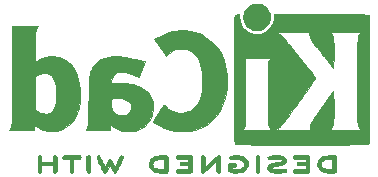
<source format=gbr>
%TF.GenerationSoftware,KiCad,Pcbnew,(6.0.0-0)*%
%TF.CreationDate,2022-03-14T14:23:59-04:00*%
%TF.ProjectId,BODY LED CONTROLLER,424f4459-204c-4454-9420-434f4e54524f,1.0*%
%TF.SameCoordinates,Original*%
%TF.FileFunction,Legend,Bot*%
%TF.FilePolarity,Positive*%
%FSLAX46Y46*%
G04 Gerber Fmt 4.6, Leading zero omitted, Abs format (unit mm)*
G04 Created by KiCad (PCBNEW (6.0.0-0)) date 2022-03-14 14:23:59*
%MOMM*%
%LPD*%
G01*
G04 APERTURE LIST*
%ADD10C,0.010000*%
G04 APERTURE END LIST*
D10*
%TO.C,REF\u002A\u002A*%
X122362377Y-121177114D02*
X122283060Y-121177920D01*
X122283060Y-121177920D02*
X122050649Y-121183528D01*
X122050649Y-121183528D02*
X121856006Y-121200185D01*
X121856006Y-121200185D02*
X121692496Y-121229680D01*
X121692496Y-121229680D02*
X121553486Y-121273797D01*
X121553486Y-121273797D02*
X121432341Y-121334325D01*
X121432341Y-121334325D02*
X121322429Y-121413050D01*
X121322429Y-121413050D02*
X121283171Y-121447248D01*
X121283171Y-121447248D02*
X121218049Y-121527265D01*
X121218049Y-121527265D02*
X121159328Y-121635846D01*
X121159328Y-121635846D02*
X121114069Y-121756203D01*
X121114069Y-121756203D02*
X121089335Y-121871547D01*
X121089335Y-121871547D02*
X121086765Y-121914169D01*
X121086765Y-121914169D02*
X121102870Y-122032322D01*
X121102870Y-122032322D02*
X121146027Y-122161382D01*
X121146027Y-122161382D02*
X121208504Y-122283542D01*
X121208504Y-122283542D02*
X121282567Y-122380992D01*
X121282567Y-122380992D02*
X121294597Y-122392750D01*
X121294597Y-122392750D02*
X121396499Y-122475394D01*
X121396499Y-122475394D02*
X121508088Y-122539909D01*
X121508088Y-122539909D02*
X121635798Y-122587983D01*
X121635798Y-122587983D02*
X121786062Y-122621307D01*
X121786062Y-122621307D02*
X121965314Y-122641572D01*
X121965314Y-122641572D02*
X122179987Y-122650469D01*
X122179987Y-122650469D02*
X122278317Y-122651223D01*
X122278317Y-122651223D02*
X122403340Y-122650621D01*
X122403340Y-122650621D02*
X122491262Y-122648104D01*
X122491262Y-122648104D02*
X122550333Y-122642604D01*
X122550333Y-122642604D02*
X122588800Y-122633055D01*
X122588800Y-122633055D02*
X122614912Y-122618389D01*
X122614912Y-122618389D02*
X122628908Y-122605866D01*
X122628908Y-122605866D02*
X122642129Y-122590652D01*
X122642129Y-122590652D02*
X122652500Y-122571025D01*
X122652500Y-122571025D02*
X122660365Y-122541728D01*
X122660365Y-122541728D02*
X122666071Y-122497503D01*
X122666071Y-122497503D02*
X122669961Y-122433092D01*
X122669961Y-122433092D02*
X122672380Y-122343237D01*
X122672380Y-122343237D02*
X122673674Y-122222682D01*
X122673674Y-122222682D02*
X122674186Y-122066167D01*
X122674186Y-122066167D02*
X122674265Y-121914169D01*
X122674265Y-121914169D02*
X122674765Y-121711440D01*
X122674765Y-121711440D02*
X122674657Y-121549491D01*
X122674657Y-121549491D02*
X122672728Y-121471937D01*
X122672728Y-121471937D02*
X122379444Y-121471937D01*
X122379444Y-121471937D02*
X122379444Y-122356402D01*
X122379444Y-122356402D02*
X122192346Y-122356230D01*
X122192346Y-122356230D02*
X122079764Y-122353001D01*
X122079764Y-122353001D02*
X121961852Y-122344683D01*
X121961852Y-122344683D02*
X121863473Y-122333048D01*
X121863473Y-122333048D02*
X121860480Y-122332569D01*
X121860480Y-122332569D02*
X121701480Y-122294127D01*
X121701480Y-122294127D02*
X121578154Y-122234256D01*
X121578154Y-122234256D02*
X121484343Y-122149058D01*
X121484343Y-122149058D02*
X121424737Y-122056814D01*
X121424737Y-122056814D02*
X121388010Y-121954489D01*
X121388010Y-121954489D02*
X121390858Y-121858409D01*
X121390858Y-121858409D02*
X121433482Y-121755419D01*
X121433482Y-121755419D02*
X121516854Y-121648876D01*
X121516854Y-121648876D02*
X121632386Y-121569927D01*
X121632386Y-121569927D02*
X121782557Y-121517156D01*
X121782557Y-121517156D02*
X121882919Y-121498481D01*
X121882919Y-121498481D02*
X121996843Y-121485366D01*
X121996843Y-121485366D02*
X122117585Y-121475873D01*
X122117585Y-121475873D02*
X122220281Y-121471927D01*
X122220281Y-121471927D02*
X122226364Y-121471908D01*
X122226364Y-121471908D02*
X122379444Y-121471937D01*
X122379444Y-121471937D02*
X122672728Y-121471937D01*
X122672728Y-121471937D02*
X122671529Y-121423782D01*
X122671529Y-121423782D02*
X122662966Y-121329771D01*
X122662966Y-121329771D02*
X122646558Y-121262920D01*
X122646558Y-121262920D02*
X122619890Y-121218686D01*
X122619890Y-121218686D02*
X122580551Y-121192529D01*
X122580551Y-121192529D02*
X122526128Y-121179909D01*
X122526128Y-121179909D02*
X122454207Y-121176284D01*
X122454207Y-121176284D02*
X122362377Y-121177114D01*
X122362377Y-121177114D02*
X122362377Y-121177114D01*
G36*
X122674765Y-121711440D02*
G01*
X122674265Y-121914169D01*
X122674186Y-122066167D01*
X122673674Y-122222682D01*
X122672380Y-122343237D01*
X122669961Y-122433092D01*
X122666071Y-122497503D01*
X122660365Y-122541728D01*
X122652500Y-122571025D01*
X122642129Y-122590652D01*
X122628908Y-122605866D01*
X122614912Y-122618389D01*
X122588800Y-122633055D01*
X122550333Y-122642604D01*
X122491262Y-122648104D01*
X122403340Y-122650621D01*
X122278317Y-122651223D01*
X122179987Y-122650469D01*
X121965314Y-122641572D01*
X121786062Y-122621307D01*
X121635798Y-122587983D01*
X121508088Y-122539909D01*
X121396499Y-122475394D01*
X121294597Y-122392750D01*
X121282567Y-122380992D01*
X121208504Y-122283542D01*
X121146027Y-122161382D01*
X121102870Y-122032322D01*
X121092261Y-121954489D01*
X121388010Y-121954489D01*
X121424737Y-122056814D01*
X121484343Y-122149058D01*
X121578154Y-122234256D01*
X121701480Y-122294127D01*
X121860480Y-122332569D01*
X121863473Y-122333048D01*
X121961852Y-122344683D01*
X122079764Y-122353001D01*
X122192346Y-122356230D01*
X122379444Y-122356402D01*
X122379444Y-121471937D01*
X122226364Y-121471908D01*
X122220281Y-121471927D01*
X122117585Y-121475873D01*
X121996843Y-121485366D01*
X121882919Y-121498481D01*
X121782557Y-121517156D01*
X121632386Y-121569927D01*
X121516854Y-121648876D01*
X121433482Y-121755419D01*
X121390858Y-121858409D01*
X121388010Y-121954489D01*
X121092261Y-121954489D01*
X121086765Y-121914169D01*
X121089335Y-121871547D01*
X121114069Y-121756203D01*
X121159328Y-121635846D01*
X121218049Y-121527265D01*
X121283171Y-121447248D01*
X121322429Y-121413050D01*
X121432341Y-121334325D01*
X121553486Y-121273797D01*
X121692496Y-121229680D01*
X121856006Y-121200185D01*
X122050649Y-121183528D01*
X122283060Y-121177920D01*
X122362377Y-121177114D01*
X122454207Y-121176284D01*
X122526128Y-121179909D01*
X122580551Y-121192529D01*
X122619890Y-121218686D01*
X122646558Y-121262920D01*
X122662966Y-121329771D01*
X122671529Y-121423782D01*
X122672728Y-121471937D01*
X122674657Y-121549491D01*
X122674765Y-121711440D01*
G37*
X122674765Y-121711440D02*
X122674265Y-121914169D01*
X122674186Y-122066167D01*
X122673674Y-122222682D01*
X122672380Y-122343237D01*
X122669961Y-122433092D01*
X122666071Y-122497503D01*
X122660365Y-122541728D01*
X122652500Y-122571025D01*
X122642129Y-122590652D01*
X122628908Y-122605866D01*
X122614912Y-122618389D01*
X122588800Y-122633055D01*
X122550333Y-122642604D01*
X122491262Y-122648104D01*
X122403340Y-122650621D01*
X122278317Y-122651223D01*
X122179987Y-122650469D01*
X121965314Y-122641572D01*
X121786062Y-122621307D01*
X121635798Y-122587983D01*
X121508088Y-122539909D01*
X121396499Y-122475394D01*
X121294597Y-122392750D01*
X121282567Y-122380992D01*
X121208504Y-122283542D01*
X121146027Y-122161382D01*
X121102870Y-122032322D01*
X121092261Y-121954489D01*
X121388010Y-121954489D01*
X121424737Y-122056814D01*
X121484343Y-122149058D01*
X121578154Y-122234256D01*
X121701480Y-122294127D01*
X121860480Y-122332569D01*
X121863473Y-122333048D01*
X121961852Y-122344683D01*
X122079764Y-122353001D01*
X122192346Y-122356230D01*
X122379444Y-122356402D01*
X122379444Y-121471937D01*
X122226364Y-121471908D01*
X122220281Y-121471927D01*
X122117585Y-121475873D01*
X121996843Y-121485366D01*
X121882919Y-121498481D01*
X121782557Y-121517156D01*
X121632386Y-121569927D01*
X121516854Y-121648876D01*
X121433482Y-121755419D01*
X121390858Y-121858409D01*
X121388010Y-121954489D01*
X121092261Y-121954489D01*
X121086765Y-121914169D01*
X121089335Y-121871547D01*
X121114069Y-121756203D01*
X121159328Y-121635846D01*
X121218049Y-121527265D01*
X121283171Y-121447248D01*
X121322429Y-121413050D01*
X121432341Y-121334325D01*
X121553486Y-121273797D01*
X121692496Y-121229680D01*
X121856006Y-121200185D01*
X122050649Y-121183528D01*
X122283060Y-121177920D01*
X122362377Y-121177114D01*
X122454207Y-121176284D01*
X122526128Y-121179909D01*
X122580551Y-121192529D01*
X122619890Y-121218686D01*
X122646558Y-121262920D01*
X122662966Y-121329771D01*
X122671529Y-121423782D01*
X122672728Y-121471937D01*
X122674657Y-121549491D01*
X122674765Y-121711440D01*
X119532646Y-121177275D02*
X119393210Y-121178023D01*
X119393210Y-121178023D02*
X119287963Y-121179763D01*
X119287963Y-121179763D02*
X119211324Y-121182900D01*
X119211324Y-121182900D02*
X119157710Y-121187836D01*
X119157710Y-121187836D02*
X119121537Y-121194976D01*
X119121537Y-121194976D02*
X119097221Y-121204724D01*
X119097221Y-121204724D02*
X119079181Y-121217484D01*
X119079181Y-121217484D02*
X119072649Y-121223356D01*
X119072649Y-121223356D02*
X119032922Y-121285750D01*
X119032922Y-121285750D02*
X119025769Y-121357441D01*
X119025769Y-121357441D02*
X119051903Y-121421087D01*
X119051903Y-121421087D02*
X119063987Y-121433950D01*
X119063987Y-121433950D02*
X119083532Y-121446421D01*
X119083532Y-121446421D02*
X119115003Y-121456043D01*
X119115003Y-121456043D02*
X119164236Y-121463282D01*
X119164236Y-121463282D02*
X119237066Y-121468606D01*
X119237066Y-121468606D02*
X119339329Y-121472485D01*
X119339329Y-121472485D02*
X119476862Y-121475387D01*
X119476862Y-121475387D02*
X119602603Y-121477152D01*
X119602603Y-121477152D02*
X120100248Y-121483277D01*
X120100248Y-121483277D02*
X120107049Y-121613678D01*
X120107049Y-121613678D02*
X120113850Y-121744080D01*
X120113850Y-121744080D02*
X119776055Y-121744080D01*
X119776055Y-121744080D02*
X119629406Y-121745345D01*
X119629406Y-121745345D02*
X119522044Y-121750637D01*
X119522044Y-121750637D02*
X119447937Y-121762201D01*
X119447937Y-121762201D02*
X119401049Y-121782281D01*
X119401049Y-121782281D02*
X119375347Y-121813121D01*
X119375347Y-121813121D02*
X119364796Y-121856967D01*
X119364796Y-121856967D02*
X119363194Y-121897660D01*
X119363194Y-121897660D02*
X119368173Y-121947591D01*
X119368173Y-121947591D02*
X119386964Y-121984383D01*
X119386964Y-121984383D02*
X119425347Y-122009958D01*
X119425347Y-122009958D02*
X119489100Y-122026239D01*
X119489100Y-122026239D02*
X119584004Y-122035149D01*
X119584004Y-122035149D02*
X119715838Y-122038610D01*
X119715838Y-122038610D02*
X119787794Y-122038902D01*
X119787794Y-122038902D02*
X120111587Y-122038902D01*
X120111587Y-122038902D02*
X120111587Y-122356402D01*
X120111587Y-122356402D02*
X119612658Y-122356402D01*
X119612658Y-122356402D02*
X119449113Y-122356629D01*
X119449113Y-122356629D02*
X119324817Y-122357652D01*
X119324817Y-122357652D02*
X119233666Y-122359979D01*
X119233666Y-122359979D02*
X119169552Y-122364118D01*
X119169552Y-122364118D02*
X119126370Y-122370580D01*
X119126370Y-122370580D02*
X119098013Y-122379871D01*
X119098013Y-122379871D02*
X119078375Y-122392502D01*
X119078375Y-122392502D02*
X119068373Y-122401759D01*
X119068373Y-122401759D02*
X119034062Y-122455786D01*
X119034062Y-122455786D02*
X119023015Y-122503812D01*
X119023015Y-122503812D02*
X119038789Y-122562474D01*
X119038789Y-122562474D02*
X119068373Y-122605866D01*
X119068373Y-122605866D02*
X119084156Y-122619526D01*
X119084156Y-122619526D02*
X119104531Y-122630133D01*
X119104531Y-122630133D02*
X119134978Y-122638071D01*
X119134978Y-122638071D02*
X119180977Y-122643726D01*
X119180977Y-122643726D02*
X119248010Y-122647482D01*
X119248010Y-122647482D02*
X119341558Y-122649723D01*
X119341558Y-122649723D02*
X119467100Y-122650834D01*
X119467100Y-122650834D02*
X119630118Y-122651199D01*
X119630118Y-122651199D02*
X119714712Y-122651223D01*
X119714712Y-122651223D02*
X119895868Y-122651063D01*
X119895868Y-122651063D02*
X120037148Y-122650325D01*
X120037148Y-122650325D02*
X120144032Y-122648627D01*
X120144032Y-122648627D02*
X120222002Y-122645582D01*
X120222002Y-122645582D02*
X120276539Y-122640806D01*
X120276539Y-122640806D02*
X120313122Y-122633915D01*
X120313122Y-122633915D02*
X120337233Y-122624524D01*
X120337233Y-122624524D02*
X120354353Y-122612248D01*
X120354353Y-122612248D02*
X120361051Y-122605866D01*
X120361051Y-122605866D02*
X120374308Y-122590605D01*
X120374308Y-122590605D02*
X120384699Y-122570916D01*
X120384699Y-122570916D02*
X120392571Y-122541524D01*
X120392571Y-122541524D02*
X120398273Y-122497153D01*
X120398273Y-122497153D02*
X120402152Y-122432526D01*
X120402152Y-122432526D02*
X120404557Y-122342367D01*
X120404557Y-122342367D02*
X120405836Y-122221401D01*
X120405836Y-122221401D02*
X120406335Y-122064351D01*
X120406335Y-122064351D02*
X120406408Y-121918123D01*
X120406408Y-121918123D02*
X120406341Y-121730857D01*
X120406341Y-121730857D02*
X120405870Y-121583651D01*
X120405870Y-121583651D02*
X120404593Y-121471205D01*
X120404593Y-121471205D02*
X120402109Y-121388222D01*
X120402109Y-121388222D02*
X120398016Y-121329403D01*
X120398016Y-121329403D02*
X120391911Y-121289450D01*
X120391911Y-121289450D02*
X120383392Y-121263064D01*
X120383392Y-121263064D02*
X120372058Y-121244948D01*
X120372058Y-121244948D02*
X120357505Y-121229803D01*
X120357505Y-121229803D02*
X120353920Y-121226426D01*
X120353920Y-121226426D02*
X120336521Y-121211478D01*
X120336521Y-121211478D02*
X120316305Y-121199903D01*
X120316305Y-121199903D02*
X120287664Y-121191268D01*
X120287664Y-121191268D02*
X120244989Y-121185145D01*
X120244989Y-121185145D02*
X120182675Y-121181102D01*
X120182675Y-121181102D02*
X120095112Y-121178709D01*
X120095112Y-121178709D02*
X119976693Y-121177534D01*
X119976693Y-121177534D02*
X119821811Y-121177148D01*
X119821811Y-121177148D02*
X119711857Y-121177116D01*
X119711857Y-121177116D02*
X119532646Y-121177275D01*
X119532646Y-121177275D02*
X119532646Y-121177275D01*
G36*
X119821811Y-121177148D02*
G01*
X119976693Y-121177534D01*
X120095112Y-121178709D01*
X120182675Y-121181102D01*
X120244989Y-121185145D01*
X120287664Y-121191268D01*
X120316305Y-121199903D01*
X120336521Y-121211478D01*
X120353920Y-121226426D01*
X120357505Y-121229803D01*
X120372058Y-121244948D01*
X120383392Y-121263064D01*
X120391911Y-121289450D01*
X120398016Y-121329403D01*
X120402109Y-121388222D01*
X120404593Y-121471205D01*
X120405870Y-121583651D01*
X120406341Y-121730857D01*
X120406408Y-121918123D01*
X120406335Y-122064351D01*
X120405836Y-122221401D01*
X120404557Y-122342367D01*
X120402152Y-122432526D01*
X120398273Y-122497153D01*
X120392571Y-122541524D01*
X120384699Y-122570916D01*
X120374308Y-122590605D01*
X120361051Y-122605866D01*
X120354353Y-122612248D01*
X120337233Y-122624524D01*
X120313122Y-122633915D01*
X120276539Y-122640806D01*
X120222002Y-122645582D01*
X120144032Y-122648627D01*
X120037148Y-122650325D01*
X119895868Y-122651063D01*
X119714712Y-122651223D01*
X119630118Y-122651199D01*
X119467100Y-122650834D01*
X119341558Y-122649723D01*
X119248010Y-122647482D01*
X119180977Y-122643726D01*
X119134978Y-122638071D01*
X119104531Y-122630133D01*
X119084156Y-122619526D01*
X119068373Y-122605866D01*
X119038789Y-122562474D01*
X119023015Y-122503812D01*
X119034062Y-122455786D01*
X119068373Y-122401759D01*
X119078375Y-122392502D01*
X119098013Y-122379871D01*
X119126370Y-122370580D01*
X119169552Y-122364118D01*
X119233666Y-122359979D01*
X119324817Y-122357652D01*
X119449113Y-122356629D01*
X119612658Y-122356402D01*
X120111587Y-122356402D01*
X120111587Y-122038902D01*
X119787794Y-122038902D01*
X119715838Y-122038610D01*
X119584004Y-122035149D01*
X119489100Y-122026239D01*
X119425347Y-122009958D01*
X119386964Y-121984383D01*
X119368173Y-121947591D01*
X119363194Y-121897660D01*
X119364796Y-121856967D01*
X119375347Y-121813121D01*
X119401049Y-121782281D01*
X119447937Y-121762201D01*
X119522044Y-121750637D01*
X119629406Y-121745345D01*
X119776055Y-121744080D01*
X120113850Y-121744080D01*
X120107049Y-121613678D01*
X120100248Y-121483277D01*
X119602603Y-121477152D01*
X119476862Y-121475387D01*
X119339329Y-121472485D01*
X119237066Y-121468606D01*
X119164236Y-121463282D01*
X119115003Y-121456043D01*
X119083532Y-121446421D01*
X119063987Y-121433950D01*
X119051903Y-121421087D01*
X119025769Y-121357441D01*
X119032922Y-121285750D01*
X119072649Y-121223356D01*
X119079181Y-121217484D01*
X119097221Y-121204724D01*
X119121537Y-121194976D01*
X119157710Y-121187836D01*
X119211324Y-121182900D01*
X119287963Y-121179763D01*
X119393210Y-121178023D01*
X119532646Y-121177275D01*
X119711857Y-121177116D01*
X119821811Y-121177148D01*
G37*
X119821811Y-121177148D02*
X119976693Y-121177534D01*
X120095112Y-121178709D01*
X120182675Y-121181102D01*
X120244989Y-121185145D01*
X120287664Y-121191268D01*
X120316305Y-121199903D01*
X120336521Y-121211478D01*
X120353920Y-121226426D01*
X120357505Y-121229803D01*
X120372058Y-121244948D01*
X120383392Y-121263064D01*
X120391911Y-121289450D01*
X120398016Y-121329403D01*
X120402109Y-121388222D01*
X120404593Y-121471205D01*
X120405870Y-121583651D01*
X120406341Y-121730857D01*
X120406408Y-121918123D01*
X120406335Y-122064351D01*
X120405836Y-122221401D01*
X120404557Y-122342367D01*
X120402152Y-122432526D01*
X120398273Y-122497153D01*
X120392571Y-122541524D01*
X120384699Y-122570916D01*
X120374308Y-122590605D01*
X120361051Y-122605866D01*
X120354353Y-122612248D01*
X120337233Y-122624524D01*
X120313122Y-122633915D01*
X120276539Y-122640806D01*
X120222002Y-122645582D01*
X120144032Y-122648627D01*
X120037148Y-122650325D01*
X119895868Y-122651063D01*
X119714712Y-122651223D01*
X119630118Y-122651199D01*
X119467100Y-122650834D01*
X119341558Y-122649723D01*
X119248010Y-122647482D01*
X119180977Y-122643726D01*
X119134978Y-122638071D01*
X119104531Y-122630133D01*
X119084156Y-122619526D01*
X119068373Y-122605866D01*
X119038789Y-122562474D01*
X119023015Y-122503812D01*
X119034062Y-122455786D01*
X119068373Y-122401759D01*
X119078375Y-122392502D01*
X119098013Y-122379871D01*
X119126370Y-122370580D01*
X119169552Y-122364118D01*
X119233666Y-122359979D01*
X119324817Y-122357652D01*
X119449113Y-122356629D01*
X119612658Y-122356402D01*
X120111587Y-122356402D01*
X120111587Y-122038902D01*
X119787794Y-122038902D01*
X119715838Y-122038610D01*
X119584004Y-122035149D01*
X119489100Y-122026239D01*
X119425347Y-122009958D01*
X119386964Y-121984383D01*
X119368173Y-121947591D01*
X119363194Y-121897660D01*
X119364796Y-121856967D01*
X119375347Y-121813121D01*
X119401049Y-121782281D01*
X119447937Y-121762201D01*
X119522044Y-121750637D01*
X119629406Y-121745345D01*
X119776055Y-121744080D01*
X120113850Y-121744080D01*
X120107049Y-121613678D01*
X120100248Y-121483277D01*
X119602603Y-121477152D01*
X119476862Y-121475387D01*
X119339329Y-121472485D01*
X119237066Y-121468606D01*
X119164236Y-121463282D01*
X119115003Y-121456043D01*
X119083532Y-121446421D01*
X119063987Y-121433950D01*
X119051903Y-121421087D01*
X119025769Y-121357441D01*
X119032922Y-121285750D01*
X119072649Y-121223356D01*
X119079181Y-121217484D01*
X119097221Y-121204724D01*
X119121537Y-121194976D01*
X119157710Y-121187836D01*
X119211324Y-121182900D01*
X119287963Y-121179763D01*
X119393210Y-121178023D01*
X119532646Y-121177275D01*
X119711857Y-121177116D01*
X119821811Y-121177148D01*
X109394807Y-110600777D02*
X109100294Y-110633019D01*
X109100294Y-110633019D02*
X108814961Y-110690729D01*
X108814961Y-110690729D02*
X108527200Y-110776917D01*
X108527200Y-110776917D02*
X108225404Y-110894593D01*
X108225404Y-110894593D02*
X107897966Y-111046767D01*
X107897966Y-111046767D02*
X107838999Y-111076243D01*
X107838999Y-111076243D02*
X107703676Y-111142910D01*
X107703676Y-111142910D02*
X107576049Y-111202939D01*
X107576049Y-111202939D02*
X107468713Y-111250599D01*
X107468713Y-111250599D02*
X107394264Y-111280155D01*
X107394264Y-111280155D02*
X107382827Y-111283876D01*
X107382827Y-111283876D02*
X107273226Y-111316714D01*
X107273226Y-111316714D02*
X107763845Y-112030453D01*
X107763845Y-112030453D02*
X107883794Y-112204895D01*
X107883794Y-112204895D02*
X107993461Y-112364270D01*
X107993461Y-112364270D02*
X108089117Y-112503168D01*
X108089117Y-112503168D02*
X108167031Y-112616178D01*
X108167031Y-112616178D02*
X108223475Y-112697890D01*
X108223475Y-112697890D02*
X108254719Y-112742891D01*
X108254719Y-112742891D02*
X108259795Y-112750018D01*
X108259795Y-112750018D02*
X108280412Y-112735117D01*
X108280412Y-112735117D02*
X108331161Y-112690320D01*
X108331161Y-112690320D02*
X108402966Y-112623765D01*
X108402966Y-112623765D02*
X108442594Y-112586147D01*
X108442594Y-112586147D02*
X108667118Y-112407568D01*
X108667118Y-112407568D02*
X108919274Y-112271868D01*
X108919274Y-112271868D02*
X109136560Y-112197537D01*
X109136560Y-112197537D02*
X109266993Y-112174193D01*
X109266993Y-112174193D02*
X109430307Y-112159967D01*
X109430307Y-112159967D02*
X109607293Y-112155124D01*
X109607293Y-112155124D02*
X109778744Y-112159926D01*
X109778744Y-112159926D02*
X109925452Y-112174638D01*
X109925452Y-112174638D02*
X109983993Y-112185905D01*
X109983993Y-112185905D02*
X110247853Y-112276685D01*
X110247853Y-112276685D02*
X110485622Y-112415296D01*
X110485622Y-112415296D02*
X110697124Y-112601485D01*
X110697124Y-112601485D02*
X110882184Y-112834999D01*
X110882184Y-112834999D02*
X111040625Y-113115584D01*
X111040625Y-113115584D02*
X111172271Y-113442987D01*
X111172271Y-113442987D02*
X111276946Y-113816955D01*
X111276946Y-113816955D02*
X111339155Y-114137097D01*
X111339155Y-114137097D02*
X111355386Y-114278426D01*
X111355386Y-114278426D02*
X111366444Y-114461004D01*
X111366444Y-114461004D02*
X111372437Y-114671709D01*
X111372437Y-114671709D02*
X111373473Y-114897422D01*
X111373473Y-114897422D02*
X111369657Y-115125022D01*
X111369657Y-115125022D02*
X111361097Y-115341389D01*
X111361097Y-115341389D02*
X111347899Y-115533402D01*
X111347899Y-115533402D02*
X111330170Y-115687943D01*
X111330170Y-115687943D02*
X111326333Y-115711786D01*
X111326333Y-115711786D02*
X111241749Y-116095860D01*
X111241749Y-116095860D02*
X111126505Y-116435783D01*
X111126505Y-116435783D02*
X110979897Y-116733078D01*
X110979897Y-116733078D02*
X110801226Y-116989268D01*
X110801226Y-116989268D02*
X110674400Y-117127775D01*
X110674400Y-117127775D02*
X110446475Y-117315828D01*
X110446475Y-117315828D02*
X110196512Y-117455220D01*
X110196512Y-117455220D02*
X109928730Y-117545195D01*
X109928730Y-117545195D02*
X109647344Y-117584994D01*
X109647344Y-117584994D02*
X109356571Y-117573857D01*
X109356571Y-117573857D02*
X109060627Y-117511026D01*
X109060627Y-117511026D02*
X108885660Y-117449547D01*
X108885660Y-117449547D02*
X108643534Y-117326436D01*
X108643534Y-117326436D02*
X108393980Y-117149837D01*
X108393980Y-117149837D02*
X108254191Y-117030412D01*
X108254191Y-117030412D02*
X108175699Y-116961291D01*
X108175699Y-116961291D02*
X108114030Y-116910579D01*
X108114030Y-116910579D02*
X108078928Y-116886144D01*
X108078928Y-116886144D02*
X108074570Y-116885398D01*
X108074570Y-116885398D02*
X108058903Y-116910367D01*
X108058903Y-116910367D02*
X108018308Y-116976348D01*
X108018308Y-116976348D02*
X107956243Y-117077685D01*
X107956243Y-117077685D02*
X107876167Y-117208721D01*
X107876167Y-117208721D02*
X107781538Y-117363800D01*
X107781538Y-117363800D02*
X107675814Y-117537265D01*
X107675814Y-117537265D02*
X107616967Y-117633896D01*
X107616967Y-117633896D02*
X107167474Y-118372201D01*
X107167474Y-118372201D02*
X107728683Y-118649549D01*
X107728683Y-118649549D02*
X107931596Y-118749172D01*
X107931596Y-118749172D02*
X108095973Y-118827729D01*
X108095973Y-118827729D02*
X108231861Y-118889122D01*
X108231861Y-118889122D02*
X108349309Y-118937253D01*
X108349309Y-118937253D02*
X108458364Y-118976023D01*
X108458364Y-118976023D02*
X108569074Y-119009333D01*
X108569074Y-119009333D02*
X108691487Y-119041086D01*
X108691487Y-119041086D02*
X108808818Y-119068969D01*
X108808818Y-119068969D02*
X108913105Y-119090546D01*
X108913105Y-119090546D02*
X109022168Y-119106851D01*
X109022168Y-119106851D02*
X109146927Y-119118791D01*
X109146927Y-119118791D02*
X109298297Y-119127270D01*
X109298297Y-119127270D02*
X109487199Y-119133192D01*
X109487199Y-119133192D02*
X109614517Y-119135749D01*
X109614517Y-119135749D02*
X109796177Y-119137494D01*
X109796177Y-119137494D02*
X109970367Y-119136614D01*
X109970367Y-119136614D02*
X110125557Y-119133360D01*
X110125557Y-119133360D02*
X110250223Y-119127984D01*
X110250223Y-119127984D02*
X110332834Y-119120735D01*
X110332834Y-119120735D02*
X110337730Y-119120012D01*
X110337730Y-119120012D02*
X110766709Y-119027205D01*
X110766709Y-119027205D02*
X111169551Y-118886449D01*
X111169551Y-118886449D02*
X111546112Y-118697839D01*
X111546112Y-118697839D02*
X111896252Y-118461466D01*
X111896252Y-118461466D02*
X112219828Y-118177424D01*
X112219828Y-118177424D02*
X112516700Y-117845805D01*
X112516700Y-117845805D02*
X112731701Y-117551075D01*
X112731701Y-117551075D02*
X112960589Y-117165298D01*
X112960589Y-117165298D02*
X113145611Y-116757895D01*
X113145611Y-116757895D02*
X113287662Y-116325600D01*
X113287662Y-116325600D02*
X113387636Y-115865146D01*
X113387636Y-115865146D02*
X113446428Y-115373267D01*
X113446428Y-115373267D02*
X113464951Y-114873799D01*
X113464951Y-114873799D02*
X113449717Y-114390634D01*
X113449717Y-114390634D02*
X113401844Y-113944842D01*
X113401844Y-113944842D02*
X113319811Y-113528905D01*
X113319811Y-113528905D02*
X113202097Y-113135304D01*
X113202097Y-113135304D02*
X113047181Y-112756518D01*
X113047181Y-112756518D02*
X113028683Y-112717275D01*
X113028683Y-112717275D02*
X112824894Y-112350440D01*
X112824894Y-112350440D02*
X112574598Y-112001360D01*
X112574598Y-112001360D02*
X112284885Y-111677260D01*
X112284885Y-111677260D02*
X111962846Y-111385366D01*
X111962846Y-111385366D02*
X111615574Y-111132904D01*
X111615574Y-111132904D02*
X111291987Y-110947714D01*
X111291987Y-110947714D02*
X110965096Y-110802670D01*
X110965096Y-110802670D02*
X110637511Y-110697603D01*
X110637511Y-110697603D02*
X110296552Y-110629653D01*
X110296552Y-110629653D02*
X109929535Y-110595960D01*
X109929535Y-110595960D02*
X109710108Y-110590992D01*
X109710108Y-110590992D02*
X109394807Y-110600777D01*
X109394807Y-110600777D02*
X109394807Y-110600777D01*
G36*
X109929535Y-110595960D02*
G01*
X110296552Y-110629653D01*
X110637511Y-110697603D01*
X110965096Y-110802670D01*
X111291987Y-110947714D01*
X111615574Y-111132904D01*
X111962846Y-111385366D01*
X112284885Y-111677260D01*
X112574598Y-112001360D01*
X112824894Y-112350440D01*
X113028683Y-112717275D01*
X113047181Y-112756518D01*
X113202097Y-113135304D01*
X113319811Y-113528905D01*
X113401844Y-113944842D01*
X113449717Y-114390634D01*
X113464951Y-114873799D01*
X113446428Y-115373267D01*
X113387636Y-115865146D01*
X113287662Y-116325600D01*
X113145611Y-116757895D01*
X112960589Y-117165298D01*
X112731701Y-117551075D01*
X112516700Y-117845805D01*
X112219828Y-118177424D01*
X111896252Y-118461466D01*
X111546112Y-118697839D01*
X111169551Y-118886449D01*
X110766709Y-119027205D01*
X110337730Y-119120012D01*
X110332834Y-119120735D01*
X110250223Y-119127984D01*
X110125557Y-119133360D01*
X109970367Y-119136614D01*
X109796177Y-119137494D01*
X109614517Y-119135749D01*
X109487199Y-119133192D01*
X109298297Y-119127270D01*
X109146927Y-119118791D01*
X109022168Y-119106851D01*
X108913105Y-119090546D01*
X108808818Y-119068969D01*
X108691487Y-119041086D01*
X108569074Y-119009333D01*
X108458364Y-118976023D01*
X108349309Y-118937253D01*
X108231861Y-118889122D01*
X108095973Y-118827729D01*
X107931596Y-118749172D01*
X107728683Y-118649549D01*
X107167474Y-118372201D01*
X107616967Y-117633896D01*
X107675814Y-117537265D01*
X107781538Y-117363800D01*
X107876167Y-117208721D01*
X107956243Y-117077685D01*
X108018308Y-116976348D01*
X108058903Y-116910367D01*
X108074570Y-116885398D01*
X108078928Y-116886144D01*
X108114030Y-116910579D01*
X108175699Y-116961291D01*
X108254191Y-117030412D01*
X108393980Y-117149837D01*
X108643534Y-117326436D01*
X108885660Y-117449547D01*
X109060627Y-117511026D01*
X109356571Y-117573857D01*
X109647344Y-117584994D01*
X109928730Y-117545195D01*
X110196512Y-117455220D01*
X110446475Y-117315828D01*
X110674400Y-117127775D01*
X110801226Y-116989268D01*
X110979897Y-116733078D01*
X111126505Y-116435783D01*
X111241749Y-116095860D01*
X111326333Y-115711786D01*
X111330170Y-115687943D01*
X111347899Y-115533402D01*
X111361097Y-115341389D01*
X111369657Y-115125022D01*
X111373473Y-114897422D01*
X111372437Y-114671709D01*
X111366444Y-114461004D01*
X111355386Y-114278426D01*
X111339155Y-114137097D01*
X111276946Y-113816955D01*
X111172271Y-113442987D01*
X111040625Y-113115584D01*
X110882184Y-112834999D01*
X110697124Y-112601485D01*
X110485622Y-112415296D01*
X110247853Y-112276685D01*
X109983993Y-112185905D01*
X109925452Y-112174638D01*
X109778744Y-112159926D01*
X109607293Y-112155124D01*
X109430307Y-112159967D01*
X109266993Y-112174193D01*
X109136560Y-112197537D01*
X108919274Y-112271868D01*
X108667118Y-112407568D01*
X108442594Y-112586147D01*
X108402966Y-112623765D01*
X108331161Y-112690320D01*
X108280412Y-112735117D01*
X108259795Y-112750018D01*
X108254719Y-112742891D01*
X108223475Y-112697890D01*
X108167031Y-112616178D01*
X108089117Y-112503168D01*
X107993461Y-112364270D01*
X107883794Y-112204895D01*
X107763845Y-112030453D01*
X107273226Y-111316714D01*
X107382827Y-111283876D01*
X107394264Y-111280155D01*
X107468713Y-111250599D01*
X107576049Y-111202939D01*
X107703676Y-111142910D01*
X107838999Y-111076243D01*
X107897966Y-111046767D01*
X108225404Y-110894593D01*
X108527200Y-110776917D01*
X108814961Y-110690729D01*
X109100294Y-110633019D01*
X109394807Y-110600777D01*
X109710108Y-110590992D01*
X109929535Y-110595960D01*
G37*
X109929535Y-110595960D02*
X110296552Y-110629653D01*
X110637511Y-110697603D01*
X110965096Y-110802670D01*
X111291987Y-110947714D01*
X111615574Y-111132904D01*
X111962846Y-111385366D01*
X112284885Y-111677260D01*
X112574598Y-112001360D01*
X112824894Y-112350440D01*
X113028683Y-112717275D01*
X113047181Y-112756518D01*
X113202097Y-113135304D01*
X113319811Y-113528905D01*
X113401844Y-113944842D01*
X113449717Y-114390634D01*
X113464951Y-114873799D01*
X113446428Y-115373267D01*
X113387636Y-115865146D01*
X113287662Y-116325600D01*
X113145611Y-116757895D01*
X112960589Y-117165298D01*
X112731701Y-117551075D01*
X112516700Y-117845805D01*
X112219828Y-118177424D01*
X111896252Y-118461466D01*
X111546112Y-118697839D01*
X111169551Y-118886449D01*
X110766709Y-119027205D01*
X110337730Y-119120012D01*
X110332834Y-119120735D01*
X110250223Y-119127984D01*
X110125557Y-119133360D01*
X109970367Y-119136614D01*
X109796177Y-119137494D01*
X109614517Y-119135749D01*
X109487199Y-119133192D01*
X109298297Y-119127270D01*
X109146927Y-119118791D01*
X109022168Y-119106851D01*
X108913105Y-119090546D01*
X108808818Y-119068969D01*
X108691487Y-119041086D01*
X108569074Y-119009333D01*
X108458364Y-118976023D01*
X108349309Y-118937253D01*
X108231861Y-118889122D01*
X108095973Y-118827729D01*
X107931596Y-118749172D01*
X107728683Y-118649549D01*
X107167474Y-118372201D01*
X107616967Y-117633896D01*
X107675814Y-117537265D01*
X107781538Y-117363800D01*
X107876167Y-117208721D01*
X107956243Y-117077685D01*
X108018308Y-116976348D01*
X108058903Y-116910367D01*
X108074570Y-116885398D01*
X108078928Y-116886144D01*
X108114030Y-116910579D01*
X108175699Y-116961291D01*
X108254191Y-117030412D01*
X108393980Y-117149837D01*
X108643534Y-117326436D01*
X108885660Y-117449547D01*
X109060627Y-117511026D01*
X109356571Y-117573857D01*
X109647344Y-117584994D01*
X109928730Y-117545195D01*
X110196512Y-117455220D01*
X110446475Y-117315828D01*
X110674400Y-117127775D01*
X110801226Y-116989268D01*
X110979897Y-116733078D01*
X111126505Y-116435783D01*
X111241749Y-116095860D01*
X111326333Y-115711786D01*
X111330170Y-115687943D01*
X111347899Y-115533402D01*
X111361097Y-115341389D01*
X111369657Y-115125022D01*
X111373473Y-114897422D01*
X111372437Y-114671709D01*
X111366444Y-114461004D01*
X111355386Y-114278426D01*
X111339155Y-114137097D01*
X111276946Y-113816955D01*
X111172271Y-113442987D01*
X111040625Y-113115584D01*
X110882184Y-112834999D01*
X110697124Y-112601485D01*
X110485622Y-112415296D01*
X110247853Y-112276685D01*
X109983993Y-112185905D01*
X109925452Y-112174638D01*
X109778744Y-112159926D01*
X109607293Y-112155124D01*
X109430307Y-112159967D01*
X109266993Y-112174193D01*
X109136560Y-112197537D01*
X108919274Y-112271868D01*
X108667118Y-112407568D01*
X108442594Y-112586147D01*
X108402966Y-112623765D01*
X108331161Y-112690320D01*
X108280412Y-112735117D01*
X108259795Y-112750018D01*
X108254719Y-112742891D01*
X108223475Y-112697890D01*
X108167031Y-112616178D01*
X108089117Y-112503168D01*
X107993461Y-112364270D01*
X107883794Y-112204895D01*
X107763845Y-112030453D01*
X107273226Y-111316714D01*
X107382827Y-111283876D01*
X107394264Y-111280155D01*
X107468713Y-111250599D01*
X107576049Y-111202939D01*
X107703676Y-111142910D01*
X107838999Y-111076243D01*
X107897966Y-111046767D01*
X108225404Y-110894593D01*
X108527200Y-110776917D01*
X108814961Y-110690729D01*
X109100294Y-110633019D01*
X109394807Y-110600777D01*
X109710108Y-110590992D01*
X109929535Y-110595960D01*
X112676815Y-121185918D02*
X112629473Y-121213690D01*
X112629473Y-121213690D02*
X112567572Y-121259108D01*
X112567572Y-121259108D02*
X112487903Y-121324312D01*
X112487903Y-121324312D02*
X112387260Y-121411440D01*
X112387260Y-121411440D02*
X112262432Y-121522633D01*
X112262432Y-121522633D02*
X112110212Y-121660030D01*
X112110212Y-121660030D02*
X111935962Y-121817999D01*
X111935962Y-121817999D02*
X111573105Y-122147050D01*
X111573105Y-122147050D02*
X111561765Y-121705388D01*
X111561765Y-121705388D02*
X111557671Y-121553357D01*
X111557671Y-121553357D02*
X111553722Y-121440140D01*
X111553722Y-121440140D02*
X111549042Y-121359203D01*
X111549042Y-121359203D02*
X111542759Y-121304016D01*
X111542759Y-121304016D02*
X111533998Y-121268045D01*
X111533998Y-121268045D02*
X111521886Y-121244758D01*
X111521886Y-121244758D02*
X111505549Y-121227622D01*
X111505549Y-121227622D02*
X111496887Y-121220421D01*
X111496887Y-121220421D02*
X111427517Y-121182346D01*
X111427517Y-121182346D02*
X111361507Y-121187913D01*
X111361507Y-121187913D02*
X111309144Y-121220440D01*
X111309144Y-121220440D02*
X111255605Y-121263765D01*
X111255605Y-121263765D02*
X111248946Y-121896482D01*
X111248946Y-121896482D02*
X111247103Y-122082564D01*
X111247103Y-122082564D02*
X111246165Y-122228744D01*
X111246165Y-122228744D02*
X111246457Y-122340474D01*
X111246457Y-122340474D02*
X111248303Y-122423205D01*
X111248303Y-122423205D02*
X111252030Y-122482389D01*
X111252030Y-122482389D02*
X111257960Y-122523476D01*
X111257960Y-122523476D02*
X111266420Y-122551919D01*
X111266420Y-122551919D02*
X111277733Y-122573168D01*
X111277733Y-122573168D02*
X111290280Y-122590211D01*
X111290280Y-122590211D02*
X111317424Y-122621818D01*
X111317424Y-122621818D02*
X111344433Y-122642769D01*
X111344433Y-122642769D02*
X111375050Y-122650811D01*
X111375050Y-122650811D02*
X111413023Y-122643688D01*
X111413023Y-122643688D02*
X111462098Y-122619149D01*
X111462098Y-122619149D02*
X111526020Y-122574937D01*
X111526020Y-122574937D02*
X111608535Y-122508799D01*
X111608535Y-122508799D02*
X111713390Y-122418482D01*
X111713390Y-122418482D02*
X111844331Y-122301731D01*
X111844331Y-122301731D02*
X111992658Y-122167582D01*
X111992658Y-122167582D02*
X112525605Y-121684152D01*
X112525605Y-121684152D02*
X112536944Y-122124370D01*
X112536944Y-122124370D02*
X112541045Y-122276124D01*
X112541045Y-122276124D02*
X112545005Y-122389077D01*
X112545005Y-122389077D02*
X112549701Y-122469775D01*
X112549701Y-122469775D02*
X112556013Y-122524764D01*
X112556013Y-122524764D02*
X112564817Y-122560588D01*
X112564817Y-122560588D02*
X112576992Y-122583793D01*
X112576992Y-122583793D02*
X112593417Y-122600924D01*
X112593417Y-122600924D02*
X112601823Y-122607906D01*
X112601823Y-122607906D02*
X112676114Y-122646257D01*
X112676114Y-122646257D02*
X112746312Y-122640472D01*
X112746312Y-122640472D02*
X112807441Y-122591468D01*
X112807441Y-122591468D02*
X112821425Y-122571753D01*
X112821425Y-122571753D02*
X112832324Y-122548729D01*
X112832324Y-122548729D02*
X112840521Y-122516872D01*
X112840521Y-122516872D02*
X112846400Y-122470658D01*
X112846400Y-122470658D02*
X112850344Y-122404563D01*
X112850344Y-122404563D02*
X112852736Y-122313062D01*
X112852736Y-122313062D02*
X112853959Y-122190634D01*
X112853959Y-122190634D02*
X112854398Y-122031752D01*
X112854398Y-122031752D02*
X112854444Y-121914169D01*
X112854444Y-121914169D02*
X112854297Y-121730256D01*
X112854297Y-121730256D02*
X112853599Y-121586175D01*
X112853599Y-121586175D02*
X112851967Y-121476403D01*
X112851967Y-121476403D02*
X112849019Y-121395416D01*
X112849019Y-121395416D02*
X112844369Y-121337691D01*
X112844369Y-121337691D02*
X112837637Y-121297704D01*
X112837637Y-121297704D02*
X112828437Y-121269930D01*
X112828437Y-121269930D02*
X112816386Y-121248846D01*
X112816386Y-121248846D02*
X112807441Y-121236871D01*
X112807441Y-121236871D02*
X112784766Y-121208503D01*
X112784766Y-121208503D02*
X112763575Y-121187085D01*
X112763575Y-121187085D02*
X112740658Y-121174755D01*
X112740658Y-121174755D02*
X112712808Y-121173653D01*
X112712808Y-121173653D02*
X112676815Y-121185918D01*
X112676815Y-121185918D02*
X112676815Y-121185918D01*
G36*
X112740658Y-121174755D02*
G01*
X112763575Y-121187085D01*
X112784766Y-121208503D01*
X112807441Y-121236871D01*
X112816386Y-121248846D01*
X112828437Y-121269930D01*
X112837637Y-121297704D01*
X112844369Y-121337691D01*
X112849019Y-121395416D01*
X112851967Y-121476403D01*
X112853599Y-121586175D01*
X112854297Y-121730256D01*
X112854444Y-121914169D01*
X112854398Y-122031752D01*
X112853959Y-122190634D01*
X112852736Y-122313062D01*
X112850344Y-122404563D01*
X112846400Y-122470658D01*
X112840521Y-122516872D01*
X112832324Y-122548729D01*
X112821425Y-122571753D01*
X112807441Y-122591468D01*
X112746312Y-122640472D01*
X112676114Y-122646257D01*
X112601823Y-122607906D01*
X112593417Y-122600924D01*
X112576992Y-122583793D01*
X112564817Y-122560588D01*
X112556013Y-122524764D01*
X112549701Y-122469775D01*
X112545005Y-122389077D01*
X112541045Y-122276124D01*
X112536944Y-122124370D01*
X112525605Y-121684152D01*
X111992658Y-122167582D01*
X111844331Y-122301731D01*
X111713390Y-122418482D01*
X111608535Y-122508799D01*
X111526020Y-122574937D01*
X111462098Y-122619149D01*
X111413023Y-122643688D01*
X111375050Y-122650811D01*
X111344433Y-122642769D01*
X111317424Y-122621818D01*
X111290280Y-122590211D01*
X111277733Y-122573168D01*
X111266420Y-122551919D01*
X111257960Y-122523476D01*
X111252030Y-122482389D01*
X111248303Y-122423205D01*
X111246457Y-122340474D01*
X111246165Y-122228744D01*
X111247103Y-122082564D01*
X111248946Y-121896482D01*
X111255605Y-121263765D01*
X111309144Y-121220440D01*
X111361507Y-121187913D01*
X111427517Y-121182346D01*
X111496887Y-121220421D01*
X111505549Y-121227622D01*
X111521886Y-121244758D01*
X111533998Y-121268045D01*
X111542759Y-121304016D01*
X111549042Y-121359203D01*
X111553722Y-121440140D01*
X111557671Y-121553357D01*
X111561765Y-121705388D01*
X111573105Y-122147050D01*
X111935962Y-121817999D01*
X112110212Y-121660030D01*
X112262432Y-121522633D01*
X112387260Y-121411440D01*
X112487903Y-121324312D01*
X112567572Y-121259108D01*
X112629473Y-121213690D01*
X112676815Y-121185918D01*
X112712808Y-121173653D01*
X112740658Y-121174755D01*
G37*
X112740658Y-121174755D02*
X112763575Y-121187085D01*
X112784766Y-121208503D01*
X112807441Y-121236871D01*
X112816386Y-121248846D01*
X112828437Y-121269930D01*
X112837637Y-121297704D01*
X112844369Y-121337691D01*
X112849019Y-121395416D01*
X112851967Y-121476403D01*
X112853599Y-121586175D01*
X112854297Y-121730256D01*
X112854444Y-121914169D01*
X112854398Y-122031752D01*
X112853959Y-122190634D01*
X112852736Y-122313062D01*
X112850344Y-122404563D01*
X112846400Y-122470658D01*
X112840521Y-122516872D01*
X112832324Y-122548729D01*
X112821425Y-122571753D01*
X112807441Y-122591468D01*
X112746312Y-122640472D01*
X112676114Y-122646257D01*
X112601823Y-122607906D01*
X112593417Y-122600924D01*
X112576992Y-122583793D01*
X112564817Y-122560588D01*
X112556013Y-122524764D01*
X112549701Y-122469775D01*
X112545005Y-122389077D01*
X112541045Y-122276124D01*
X112536944Y-122124370D01*
X112525605Y-121684152D01*
X111992658Y-122167582D01*
X111844331Y-122301731D01*
X111713390Y-122418482D01*
X111608535Y-122508799D01*
X111526020Y-122574937D01*
X111462098Y-122619149D01*
X111413023Y-122643688D01*
X111375050Y-122650811D01*
X111344433Y-122642769D01*
X111317424Y-122621818D01*
X111290280Y-122590211D01*
X111277733Y-122573168D01*
X111266420Y-122551919D01*
X111257960Y-122523476D01*
X111252030Y-122482389D01*
X111248303Y-122423205D01*
X111246457Y-122340474D01*
X111246165Y-122228744D01*
X111247103Y-122082564D01*
X111248946Y-121896482D01*
X111255605Y-121263765D01*
X111309144Y-121220440D01*
X111361507Y-121187913D01*
X111427517Y-121182346D01*
X111496887Y-121220421D01*
X111505549Y-121227622D01*
X111521886Y-121244758D01*
X111533998Y-121268045D01*
X111542759Y-121304016D01*
X111549042Y-121359203D01*
X111553722Y-121440140D01*
X111557671Y-121553357D01*
X111561765Y-121705388D01*
X111573105Y-122147050D01*
X111935962Y-121817999D01*
X112110212Y-121660030D01*
X112262432Y-121522633D01*
X112387260Y-121411440D01*
X112487903Y-121324312D01*
X112567572Y-121259108D01*
X112629473Y-121213690D01*
X112676815Y-121185918D01*
X112712808Y-121173653D01*
X112740658Y-121174755D01*
X117481346Y-121179696D02*
X117331048Y-121190203D01*
X117331048Y-121190203D02*
X117191263Y-121206614D01*
X117191263Y-121206614D02*
X117070117Y-121228310D01*
X117070117Y-121228310D02*
X116975734Y-121254673D01*
X116975734Y-121254673D02*
X116916241Y-121285087D01*
X116916241Y-121285087D02*
X116907109Y-121294040D01*
X116907109Y-121294040D02*
X116875355Y-121363511D01*
X116875355Y-121363511D02*
X116884984Y-121434831D01*
X116884984Y-121434831D02*
X116934237Y-121495850D01*
X116934237Y-121495850D02*
X116936587Y-121497598D01*
X116936587Y-121497598D02*
X116965557Y-121516399D01*
X116965557Y-121516399D02*
X116995799Y-121526285D01*
X116995799Y-121526285D02*
X117037981Y-121527486D01*
X117037981Y-121527486D02*
X117102772Y-121520230D01*
X117102772Y-121520230D02*
X117200841Y-121504747D01*
X117200841Y-121504747D02*
X117208730Y-121503444D01*
X117208730Y-121503444D02*
X117354857Y-121485492D01*
X117354857Y-121485492D02*
X117512514Y-121476636D01*
X117512514Y-121476636D02*
X117670636Y-121476550D01*
X117670636Y-121476550D02*
X117818160Y-121484908D01*
X117818160Y-121484908D02*
X117944020Y-121501382D01*
X117944020Y-121501382D02*
X118037152Y-121525646D01*
X118037152Y-121525646D02*
X118043271Y-121528085D01*
X118043271Y-121528085D02*
X118110835Y-121565940D01*
X118110835Y-121565940D02*
X118134573Y-121604250D01*
X118134573Y-121604250D02*
X118115990Y-121641927D01*
X118115990Y-121641927D02*
X118056591Y-121677883D01*
X118056591Y-121677883D02*
X117957881Y-121711029D01*
X117957881Y-121711029D02*
X117821365Y-121740277D01*
X117821365Y-121740277D02*
X117730337Y-121754359D01*
X117730337Y-121754359D02*
X117541118Y-121781446D01*
X117541118Y-121781446D02*
X117390625Y-121806207D01*
X117390625Y-121806207D02*
X117272446Y-121830786D01*
X117272446Y-121830786D02*
X117180171Y-121857328D01*
X117180171Y-121857328D02*
X117107390Y-121887976D01*
X117107390Y-121887976D02*
X117047690Y-121924875D01*
X117047690Y-121924875D02*
X116994662Y-121970168D01*
X116994662Y-121970168D02*
X116952049Y-122014646D01*
X116952049Y-122014646D02*
X116901494Y-122076618D01*
X116901494Y-122076618D02*
X116876615Y-122129907D01*
X116876615Y-122129907D02*
X116868834Y-122195562D01*
X116868834Y-122195562D02*
X116868551Y-122219606D01*
X116868551Y-122219606D02*
X116874395Y-122299394D01*
X116874395Y-122299394D02*
X116897751Y-122358753D01*
X116897751Y-122358753D02*
X116938173Y-122411439D01*
X116938173Y-122411439D02*
X117020324Y-122491977D01*
X117020324Y-122491977D02*
X117111932Y-122553397D01*
X117111932Y-122553397D02*
X117219804Y-122597702D01*
X117219804Y-122597702D02*
X117350745Y-122626895D01*
X117350745Y-122626895D02*
X117511564Y-122642979D01*
X117511564Y-122642979D02*
X117709066Y-122647956D01*
X117709066Y-122647956D02*
X117741676Y-122647872D01*
X117741676Y-122647872D02*
X117873381Y-122645142D01*
X117873381Y-122645142D02*
X118003995Y-122638939D01*
X118003995Y-122638939D02*
X118119281Y-122630153D01*
X118119281Y-122630153D02*
X118205000Y-122619673D01*
X118205000Y-122619673D02*
X118211933Y-122618470D01*
X118211933Y-122618470D02*
X118297159Y-122598281D01*
X118297159Y-122598281D02*
X118369447Y-122572778D01*
X118369447Y-122572778D02*
X118410370Y-122549462D01*
X118410370Y-122549462D02*
X118448454Y-122487952D01*
X118448454Y-122487952D02*
X118451105Y-122416325D01*
X118451105Y-122416325D02*
X118418275Y-122352494D01*
X118418275Y-122352494D02*
X118410930Y-122345276D01*
X118410930Y-122345276D02*
X118380568Y-122323830D01*
X118380568Y-122323830D02*
X118342598Y-122314590D01*
X118342598Y-122314590D02*
X118283832Y-122316163D01*
X118283832Y-122316163D02*
X118212492Y-122324336D01*
X118212492Y-122324336D02*
X118132777Y-122331637D01*
X118132777Y-122331637D02*
X118021029Y-122337797D01*
X118021029Y-122337797D02*
X117890572Y-122342267D01*
X117890572Y-122342267D02*
X117754726Y-122344499D01*
X117754726Y-122344499D02*
X117718998Y-122344646D01*
X117718998Y-122344646D02*
X117582646Y-122344096D01*
X117582646Y-122344096D02*
X117482856Y-122341449D01*
X117482856Y-122341449D02*
X117410848Y-122335786D01*
X117410848Y-122335786D02*
X117357840Y-122326189D01*
X117357840Y-122326189D02*
X117315053Y-122311740D01*
X117315053Y-122311740D02*
X117289340Y-122299705D01*
X117289340Y-122299705D02*
X117232837Y-122266288D01*
X117232837Y-122266288D02*
X117196813Y-122236024D01*
X117196813Y-122236024D02*
X117191548Y-122227445D01*
X117191548Y-122227445D02*
X117202655Y-122192019D01*
X117202655Y-122192019D02*
X117255457Y-122157724D01*
X117255457Y-122157724D02*
X117346296Y-122126117D01*
X117346296Y-122126117D02*
X117471512Y-122098754D01*
X117471512Y-122098754D02*
X117508404Y-122092659D01*
X117508404Y-122092659D02*
X117701098Y-122062393D01*
X117701098Y-122062393D02*
X117854884Y-122037096D01*
X117854884Y-122037096D02*
X117975697Y-122014929D01*
X117975697Y-122014929D02*
X118069475Y-121994053D01*
X118069475Y-121994053D02*
X118142151Y-121972630D01*
X118142151Y-121972630D02*
X118199663Y-121948822D01*
X118199663Y-121948822D02*
X118247945Y-121920791D01*
X118247945Y-121920791D02*
X118292933Y-121886698D01*
X118292933Y-121886698D02*
X118340563Y-121844705D01*
X118340563Y-121844705D02*
X118356591Y-121829982D01*
X118356591Y-121829982D02*
X118412786Y-121775037D01*
X118412786Y-121775037D02*
X118442532Y-121731504D01*
X118442532Y-121731504D02*
X118454169Y-121681688D01*
X118454169Y-121681688D02*
X118456051Y-121618912D01*
X118456051Y-121618912D02*
X118435331Y-121495808D01*
X118435331Y-121495808D02*
X118373409Y-121391214D01*
X118373409Y-121391214D02*
X118270639Y-121305468D01*
X118270639Y-121305468D02*
X118127378Y-121238907D01*
X118127378Y-121238907D02*
X118025158Y-121209052D01*
X118025158Y-121209052D02*
X117914063Y-121189770D01*
X117914063Y-121189770D02*
X117780979Y-121178862D01*
X117780979Y-121178862D02*
X117634032Y-121175710D01*
X117634032Y-121175710D02*
X117481346Y-121179696D01*
X117481346Y-121179696D02*
X117481346Y-121179696D01*
G36*
X117780979Y-121178862D02*
G01*
X117914063Y-121189770D01*
X118025158Y-121209052D01*
X118127378Y-121238907D01*
X118270639Y-121305468D01*
X118373409Y-121391214D01*
X118435331Y-121495808D01*
X118456051Y-121618912D01*
X118454169Y-121681688D01*
X118442532Y-121731504D01*
X118412786Y-121775037D01*
X118356591Y-121829982D01*
X118340563Y-121844705D01*
X118292933Y-121886698D01*
X118247945Y-121920791D01*
X118199663Y-121948822D01*
X118142151Y-121972630D01*
X118069475Y-121994053D01*
X117975697Y-122014929D01*
X117854884Y-122037096D01*
X117701098Y-122062393D01*
X117508404Y-122092659D01*
X117471512Y-122098754D01*
X117346296Y-122126117D01*
X117255457Y-122157724D01*
X117202655Y-122192019D01*
X117191548Y-122227445D01*
X117196813Y-122236024D01*
X117232837Y-122266288D01*
X117289340Y-122299705D01*
X117315053Y-122311740D01*
X117357840Y-122326189D01*
X117410848Y-122335786D01*
X117482856Y-122341449D01*
X117582646Y-122344096D01*
X117718998Y-122344646D01*
X117754726Y-122344499D01*
X117890572Y-122342267D01*
X118021029Y-122337797D01*
X118132777Y-122331637D01*
X118212492Y-122324336D01*
X118283832Y-122316163D01*
X118342598Y-122314590D01*
X118380568Y-122323830D01*
X118410930Y-122345276D01*
X118418275Y-122352494D01*
X118451105Y-122416325D01*
X118448454Y-122487952D01*
X118410370Y-122549462D01*
X118369447Y-122572778D01*
X118297159Y-122598281D01*
X118211933Y-122618470D01*
X118205000Y-122619673D01*
X118119281Y-122630153D01*
X118003995Y-122638939D01*
X117873381Y-122645142D01*
X117741676Y-122647872D01*
X117709066Y-122647956D01*
X117511564Y-122642979D01*
X117350745Y-122626895D01*
X117219804Y-122597702D01*
X117111932Y-122553397D01*
X117020324Y-122491977D01*
X116938173Y-122411439D01*
X116897751Y-122358753D01*
X116874395Y-122299394D01*
X116868551Y-122219606D01*
X116868834Y-122195562D01*
X116876615Y-122129907D01*
X116901494Y-122076618D01*
X116952049Y-122014646D01*
X116994662Y-121970168D01*
X117047690Y-121924875D01*
X117107390Y-121887976D01*
X117180171Y-121857328D01*
X117272446Y-121830786D01*
X117390625Y-121806207D01*
X117541118Y-121781446D01*
X117730337Y-121754359D01*
X117821365Y-121740277D01*
X117957881Y-121711029D01*
X118056591Y-121677883D01*
X118115990Y-121641927D01*
X118134573Y-121604250D01*
X118110835Y-121565940D01*
X118043271Y-121528085D01*
X118037152Y-121525646D01*
X117944020Y-121501382D01*
X117818160Y-121484908D01*
X117670636Y-121476550D01*
X117512514Y-121476636D01*
X117354857Y-121485492D01*
X117208730Y-121503444D01*
X117200841Y-121504747D01*
X117102772Y-121520230D01*
X117037981Y-121527486D01*
X116995799Y-121526285D01*
X116965557Y-121516399D01*
X116936587Y-121497598D01*
X116934237Y-121495850D01*
X116884984Y-121434831D01*
X116875355Y-121363511D01*
X116907109Y-121294040D01*
X116916241Y-121285087D01*
X116975734Y-121254673D01*
X117070117Y-121228310D01*
X117191263Y-121206614D01*
X117331048Y-121190203D01*
X117481346Y-121179696D01*
X117634032Y-121175710D01*
X117780979Y-121178862D01*
G37*
X117780979Y-121178862D02*
X117914063Y-121189770D01*
X118025158Y-121209052D01*
X118127378Y-121238907D01*
X118270639Y-121305468D01*
X118373409Y-121391214D01*
X118435331Y-121495808D01*
X118456051Y-121618912D01*
X118454169Y-121681688D01*
X118442532Y-121731504D01*
X118412786Y-121775037D01*
X118356591Y-121829982D01*
X118340563Y-121844705D01*
X118292933Y-121886698D01*
X118247945Y-121920791D01*
X118199663Y-121948822D01*
X118142151Y-121972630D01*
X118069475Y-121994053D01*
X117975697Y-122014929D01*
X117854884Y-122037096D01*
X117701098Y-122062393D01*
X117508404Y-122092659D01*
X117471512Y-122098754D01*
X117346296Y-122126117D01*
X117255457Y-122157724D01*
X117202655Y-122192019D01*
X117191548Y-122227445D01*
X117196813Y-122236024D01*
X117232837Y-122266288D01*
X117289340Y-122299705D01*
X117315053Y-122311740D01*
X117357840Y-122326189D01*
X117410848Y-122335786D01*
X117482856Y-122341449D01*
X117582646Y-122344096D01*
X117718998Y-122344646D01*
X117754726Y-122344499D01*
X117890572Y-122342267D01*
X118021029Y-122337797D01*
X118132777Y-122331637D01*
X118212492Y-122324336D01*
X118283832Y-122316163D01*
X118342598Y-122314590D01*
X118380568Y-122323830D01*
X118410930Y-122345276D01*
X118418275Y-122352494D01*
X118451105Y-122416325D01*
X118448454Y-122487952D01*
X118410370Y-122549462D01*
X118369447Y-122572778D01*
X118297159Y-122598281D01*
X118211933Y-122618470D01*
X118205000Y-122619673D01*
X118119281Y-122630153D01*
X118003995Y-122638939D01*
X117873381Y-122645142D01*
X117741676Y-122647872D01*
X117709066Y-122647956D01*
X117511564Y-122642979D01*
X117350745Y-122626895D01*
X117219804Y-122597702D01*
X117111932Y-122553397D01*
X117020324Y-122491977D01*
X116938173Y-122411439D01*
X116897751Y-122358753D01*
X116874395Y-122299394D01*
X116868551Y-122219606D01*
X116868834Y-122195562D01*
X116876615Y-122129907D01*
X116901494Y-122076618D01*
X116952049Y-122014646D01*
X116994662Y-121970168D01*
X117047690Y-121924875D01*
X117107390Y-121887976D01*
X117180171Y-121857328D01*
X117272446Y-121830786D01*
X117390625Y-121806207D01*
X117541118Y-121781446D01*
X117730337Y-121754359D01*
X117821365Y-121740277D01*
X117957881Y-121711029D01*
X118056591Y-121677883D01*
X118115990Y-121641927D01*
X118134573Y-121604250D01*
X118110835Y-121565940D01*
X118043271Y-121528085D01*
X118037152Y-121525646D01*
X117944020Y-121501382D01*
X117818160Y-121484908D01*
X117670636Y-121476550D01*
X117512514Y-121476636D01*
X117354857Y-121485492D01*
X117208730Y-121503444D01*
X117200841Y-121504747D01*
X117102772Y-121520230D01*
X117037981Y-121527486D01*
X116995799Y-121526285D01*
X116965557Y-121516399D01*
X116936587Y-121497598D01*
X116934237Y-121495850D01*
X116884984Y-121434831D01*
X116875355Y-121363511D01*
X116907109Y-121294040D01*
X116916241Y-121285087D01*
X116975734Y-121254673D01*
X117070117Y-121228310D01*
X117191263Y-121206614D01*
X117331048Y-121190203D01*
X117481346Y-121179696D01*
X117634032Y-121175710D01*
X117780979Y-121178862D01*
X115938730Y-121222473D02*
X115925509Y-121237687D01*
X115925509Y-121237687D02*
X115915139Y-121257314D01*
X115915139Y-121257314D02*
X115907273Y-121286611D01*
X115907273Y-121286611D02*
X115901567Y-121330836D01*
X115901567Y-121330836D02*
X115897677Y-121395247D01*
X115897677Y-121395247D02*
X115895258Y-121485101D01*
X115895258Y-121485101D02*
X115893964Y-121605657D01*
X115893964Y-121605657D02*
X115893452Y-121762171D01*
X115893452Y-121762171D02*
X115893373Y-121914169D01*
X115893373Y-121914169D02*
X115893513Y-122102701D01*
X115893513Y-122102701D02*
X115894162Y-122251133D01*
X115894162Y-122251133D02*
X115895666Y-122364724D01*
X115895666Y-122364724D02*
X115898369Y-122448732D01*
X115898369Y-122448732D02*
X115902616Y-122508413D01*
X115902616Y-122508413D02*
X115908752Y-122549025D01*
X115908752Y-122549025D02*
X115917121Y-122575827D01*
X115917121Y-122575827D02*
X115928069Y-122594076D01*
X115928069Y-122594076D02*
X115938730Y-122605866D01*
X115938730Y-122605866D02*
X116005031Y-122645403D01*
X116005031Y-122645403D02*
X116075676Y-122641854D01*
X116075676Y-122641854D02*
X116138884Y-122598734D01*
X116138884Y-122598734D02*
X116153407Y-122581900D01*
X116153407Y-122581900D02*
X116164757Y-122562367D01*
X116164757Y-122562367D02*
X116173325Y-122534738D01*
X116173325Y-122534738D02*
X116179502Y-122493612D01*
X116179502Y-122493612D02*
X116183678Y-122433591D01*
X116183678Y-122433591D02*
X116186245Y-122349274D01*
X116186245Y-122349274D02*
X116187592Y-122235263D01*
X116187592Y-122235263D02*
X116188112Y-122086157D01*
X116188112Y-122086157D02*
X116188194Y-121917346D01*
X116188194Y-121917346D02*
X116188194Y-121288447D01*
X116188194Y-121288447D02*
X116132528Y-121232781D01*
X116132528Y-121232781D02*
X116063914Y-121185948D01*
X116063914Y-121185948D02*
X115997357Y-121184261D01*
X115997357Y-121184261D02*
X115938730Y-121222473D01*
X115938730Y-121222473D02*
X115938730Y-121222473D01*
G36*
X116063914Y-121185948D02*
G01*
X116132528Y-121232781D01*
X116188194Y-121288447D01*
X116188194Y-121917346D01*
X116188112Y-122086157D01*
X116187592Y-122235263D01*
X116186245Y-122349274D01*
X116183678Y-122433591D01*
X116179502Y-122493612D01*
X116173325Y-122534738D01*
X116164757Y-122562367D01*
X116153407Y-122581900D01*
X116138884Y-122598734D01*
X116075676Y-122641854D01*
X116005031Y-122645403D01*
X115938730Y-122605866D01*
X115928069Y-122594076D01*
X115917121Y-122575827D01*
X115908752Y-122549025D01*
X115902616Y-122508413D01*
X115898369Y-122448732D01*
X115895666Y-122364724D01*
X115894162Y-122251133D01*
X115893513Y-122102701D01*
X115893373Y-121914169D01*
X115893452Y-121762171D01*
X115893964Y-121605657D01*
X115895258Y-121485101D01*
X115897677Y-121395247D01*
X115901567Y-121330836D01*
X115907273Y-121286611D01*
X115915139Y-121257314D01*
X115925509Y-121237687D01*
X115938730Y-121222473D01*
X115997357Y-121184261D01*
X116063914Y-121185948D01*
G37*
X116063914Y-121185948D02*
X116132528Y-121232781D01*
X116188194Y-121288447D01*
X116188194Y-121917346D01*
X116188112Y-122086157D01*
X116187592Y-122235263D01*
X116186245Y-122349274D01*
X116183678Y-122433591D01*
X116179502Y-122493612D01*
X116173325Y-122534738D01*
X116164757Y-122562367D01*
X116153407Y-122581900D01*
X116138884Y-122598734D01*
X116075676Y-122641854D01*
X116005031Y-122645403D01*
X115938730Y-122605866D01*
X115928069Y-122594076D01*
X115917121Y-122575827D01*
X115908752Y-122549025D01*
X115902616Y-122508413D01*
X115898369Y-122448732D01*
X115895666Y-122364724D01*
X115894162Y-122251133D01*
X115893513Y-122102701D01*
X115893373Y-121914169D01*
X115893452Y-121762171D01*
X115893964Y-121605657D01*
X115895258Y-121485101D01*
X115897677Y-121395247D01*
X115901567Y-121330836D01*
X115907273Y-121286611D01*
X115915139Y-121257314D01*
X115925509Y-121237687D01*
X115938730Y-121222473D01*
X115997357Y-121184261D01*
X116063914Y-121185948D01*
X101650353Y-121190797D02*
X101602715Y-121220469D01*
X101602715Y-121220469D02*
X101549176Y-121263823D01*
X101549176Y-121263823D02*
X101549176Y-121909785D01*
X101549176Y-121909785D02*
X101549347Y-122098738D01*
X101549347Y-122098738D02*
X101550077Y-122247604D01*
X101550077Y-122247604D02*
X101551695Y-122361655D01*
X101551695Y-122361655D02*
X101554529Y-122446159D01*
X101554529Y-122446159D02*
X101558908Y-122506386D01*
X101558908Y-122506386D02*
X101565159Y-122547608D01*
X101565159Y-122547608D02*
X101573611Y-122575093D01*
X101573611Y-122575093D02*
X101584592Y-122594113D01*
X101584592Y-122594113D02*
X101592379Y-122603485D01*
X101592379Y-122603485D02*
X101655537Y-122644654D01*
X101655537Y-122644654D02*
X101727457Y-122642975D01*
X101727457Y-122642975D02*
X101790458Y-122607870D01*
X101790458Y-122607870D02*
X101843998Y-122564516D01*
X101843998Y-122564516D02*
X101843998Y-121263823D01*
X101843998Y-121263823D02*
X101790458Y-121220469D01*
X101790458Y-121220469D02*
X101738785Y-121188933D01*
X101738785Y-121188933D02*
X101696587Y-121177116D01*
X101696587Y-121177116D02*
X101650353Y-121190797D01*
X101650353Y-121190797D02*
X101650353Y-121190797D01*
G36*
X101738785Y-121188933D02*
G01*
X101790458Y-121220469D01*
X101843998Y-121263823D01*
X101843998Y-122564516D01*
X101790458Y-122607870D01*
X101727457Y-122642975D01*
X101655537Y-122644654D01*
X101592379Y-122603485D01*
X101584592Y-122594113D01*
X101573611Y-122575093D01*
X101565159Y-122547608D01*
X101558908Y-122506386D01*
X101554529Y-122446159D01*
X101551695Y-122361655D01*
X101550077Y-122247604D01*
X101549347Y-122098738D01*
X101549176Y-121909785D01*
X101549176Y-121263823D01*
X101602715Y-121220469D01*
X101650353Y-121190797D01*
X101696587Y-121177116D01*
X101738785Y-121188933D01*
G37*
X101738785Y-121188933D02*
X101790458Y-121220469D01*
X101843998Y-121263823D01*
X101843998Y-122564516D01*
X101790458Y-122607870D01*
X101727457Y-122642975D01*
X101655537Y-122644654D01*
X101592379Y-122603485D01*
X101584592Y-122594113D01*
X101573611Y-122575093D01*
X101565159Y-122547608D01*
X101558908Y-122506386D01*
X101554529Y-122446159D01*
X101551695Y-122361655D01*
X101550077Y-122247604D01*
X101549347Y-122098738D01*
X101549176Y-121909785D01*
X101549176Y-121263823D01*
X101602715Y-121220469D01*
X101650353Y-121190797D01*
X101696587Y-121177116D01*
X101738785Y-121188933D01*
X103969049Y-112796368D02*
X103833728Y-112806611D01*
X103833728Y-112806611D02*
X103446558Y-112858122D01*
X103446558Y-112858122D02*
X103103679Y-112940283D01*
X103103679Y-112940283D02*
X102803420Y-113054222D01*
X102803420Y-113054222D02*
X102544112Y-113201072D01*
X102544112Y-113201072D02*
X102324084Y-113381962D01*
X102324084Y-113381962D02*
X102141666Y-113598022D01*
X102141666Y-113598022D02*
X101995189Y-113850384D01*
X101995189Y-113850384D02*
X101888229Y-114123441D01*
X101888229Y-114123441D02*
X101861079Y-114210541D01*
X101861079Y-114210541D02*
X101837436Y-114292107D01*
X101837436Y-114292107D02*
X101817023Y-114372529D01*
X101817023Y-114372529D02*
X101799561Y-114456199D01*
X101799561Y-114456199D02*
X101784770Y-114547508D01*
X101784770Y-114547508D02*
X101772373Y-114650847D01*
X101772373Y-114650847D02*
X101762089Y-114770609D01*
X101762089Y-114770609D02*
X101753642Y-114911183D01*
X101753642Y-114911183D02*
X101746752Y-115076962D01*
X101746752Y-115076962D02*
X101741139Y-115272336D01*
X101741139Y-115272336D02*
X101736527Y-115501698D01*
X101736527Y-115501698D02*
X101732635Y-115769437D01*
X101732635Y-115769437D02*
X101729185Y-116079947D01*
X101729185Y-116079947D02*
X101725898Y-116437618D01*
X101725898Y-116437618D02*
X101723549Y-116718064D01*
X101723549Y-116718064D02*
X101707742Y-118643548D01*
X101707742Y-118643548D02*
X101605323Y-118828843D01*
X101605323Y-118828843D02*
X101556825Y-118918111D01*
X101556825Y-118918111D02*
X101520734Y-118987448D01*
X101520734Y-118987448D02*
X101503517Y-119024354D01*
X101503517Y-119024354D02*
X101502904Y-119026854D01*
X101502904Y-119026854D02*
X101529220Y-119029715D01*
X101529220Y-119029715D02*
X101604189Y-119032351D01*
X101604189Y-119032351D02*
X101721839Y-119034689D01*
X101721839Y-119034689D02*
X101876200Y-119036653D01*
X101876200Y-119036653D02*
X102061300Y-119038170D01*
X102061300Y-119038170D02*
X102271168Y-119039165D01*
X102271168Y-119039165D02*
X102499833Y-119039565D01*
X102499833Y-119039565D02*
X102527097Y-119039570D01*
X102527097Y-119039570D02*
X103551291Y-119039570D01*
X103551291Y-119039570D02*
X103551291Y-118807419D01*
X103551291Y-118807419D02*
X103553037Y-118702507D01*
X103553037Y-118702507D02*
X103557698Y-118622271D01*
X103557698Y-118622271D02*
X103564404Y-118579251D01*
X103564404Y-118579251D02*
X103567368Y-118575269D01*
X103567368Y-118575269D02*
X103594477Y-118591950D01*
X103594477Y-118591950D02*
X103650269Y-118635731D01*
X103650269Y-118635731D02*
X103722785Y-118697216D01*
X103722785Y-118697216D02*
X103724411Y-118698638D01*
X103724411Y-118698638D02*
X103856743Y-118797160D01*
X103856743Y-118797160D02*
X104023867Y-118896089D01*
X104023867Y-118896089D02*
X104206900Y-118985706D01*
X104206900Y-118985706D02*
X104386957Y-119056293D01*
X104386957Y-119056293D02*
X104466237Y-119080414D01*
X104466237Y-119080414D02*
X104624009Y-119111051D01*
X104624009Y-119111051D02*
X104817603Y-119130602D01*
X104817603Y-119130602D02*
X105029296Y-119138787D01*
X105029296Y-119138787D02*
X105241368Y-119135327D01*
X105241368Y-119135327D02*
X105436096Y-119119945D01*
X105436096Y-119119945D02*
X105572366Y-119097811D01*
X105572366Y-119097811D02*
X105906546Y-118999676D01*
X105906546Y-118999676D02*
X106207397Y-118859819D01*
X106207397Y-118859819D02*
X106472961Y-118679974D01*
X106472961Y-118679974D02*
X106701279Y-118461876D01*
X106701279Y-118461876D02*
X106890394Y-118207261D01*
X106890394Y-118207261D02*
X107038347Y-117917864D01*
X107038347Y-117917864D02*
X107102175Y-117742258D01*
X107102175Y-117742258D02*
X107142177Y-117571576D01*
X107142177Y-117571576D02*
X107168687Y-117366678D01*
X107168687Y-117366678D02*
X107180953Y-117146464D01*
X107180953Y-117146464D02*
X107180550Y-117114420D01*
X107180550Y-117114420D02*
X105333388Y-117114420D01*
X105333388Y-117114420D02*
X105318070Y-117278053D01*
X105318070Y-117278053D02*
X105267065Y-117414042D01*
X105267065Y-117414042D02*
X105172796Y-117540208D01*
X105172796Y-117540208D02*
X105136589Y-117577203D01*
X105136589Y-117577203D02*
X105007880Y-117677221D01*
X105007880Y-117677221D02*
X104859115Y-117741294D01*
X104859115Y-117741294D02*
X104680887Y-117772309D01*
X104680887Y-117772309D02*
X104493202Y-117774593D01*
X104493202Y-117774593D02*
X104315186Y-117759514D01*
X104315186Y-117759514D02*
X104178888Y-117730021D01*
X104178888Y-117730021D02*
X104119694Y-117707869D01*
X104119694Y-117707869D02*
X104013005Y-117647496D01*
X104013005Y-117647496D02*
X103899963Y-117562589D01*
X103899963Y-117562589D02*
X103796825Y-117467295D01*
X103796825Y-117467295D02*
X103719849Y-117375760D01*
X103719849Y-117375760D02*
X103699409Y-117342181D01*
X103699409Y-117342181D02*
X103683519Y-117295157D01*
X103683519Y-117295157D02*
X103672222Y-117220333D01*
X103672222Y-117220333D02*
X103664991Y-117110560D01*
X103664991Y-117110560D02*
X103661300Y-116958692D01*
X103661300Y-116958692D02*
X103660538Y-116814155D01*
X103660538Y-116814155D02*
X103661054Y-116645644D01*
X103661054Y-116645644D02*
X103663140Y-116523799D01*
X103663140Y-116523799D02*
X103667598Y-116440666D01*
X103667598Y-116440666D02*
X103675235Y-116388292D01*
X103675235Y-116388292D02*
X103686854Y-116358726D01*
X103686854Y-116358726D02*
X103703260Y-116344013D01*
X103703260Y-116344013D02*
X103708334Y-116341670D01*
X103708334Y-116341670D02*
X103752430Y-116334453D01*
X103752430Y-116334453D02*
X103839400Y-116328550D01*
X103839400Y-116328550D02*
X103957500Y-116324493D01*
X103957500Y-116324493D02*
X104094986Y-116322815D01*
X104094986Y-116322815D02*
X104124839Y-116322813D01*
X104124839Y-116322813D02*
X104308614Y-116325746D01*
X104308614Y-116325746D02*
X104450593Y-116334469D01*
X104450593Y-116334469D02*
X104563409Y-116350177D01*
X104563409Y-116350177D02*
X104656598Y-116373118D01*
X104656598Y-116373118D02*
X104887754Y-116460535D01*
X104887754Y-116460535D02*
X105069027Y-116568010D01*
X105069027Y-116568010D02*
X105201986Y-116697262D01*
X105201986Y-116697262D02*
X105288199Y-116850010D01*
X105288199Y-116850010D02*
X105329238Y-117027972D01*
X105329238Y-117027972D02*
X105333388Y-117114420D01*
X105333388Y-117114420D02*
X107180550Y-117114420D01*
X107180550Y-117114420D02*
X107178224Y-116929834D01*
X107178224Y-116929834D02*
X107159748Y-116735689D01*
X107159748Y-116735689D02*
X107145336Y-116657252D01*
X107145336Y-116657252D02*
X107053310Y-116366017D01*
X107053310Y-116366017D02*
X106913377Y-116098054D01*
X106913377Y-116098054D02*
X106728177Y-115855932D01*
X106728177Y-115855932D02*
X106500352Y-115642221D01*
X106500352Y-115642221D02*
X106232543Y-115459492D01*
X106232543Y-115459492D02*
X105927393Y-115310314D01*
X105927393Y-115310314D02*
X105667957Y-115219727D01*
X105667957Y-115219727D02*
X105494566Y-115172136D01*
X105494566Y-115172136D02*
X105328718Y-115135155D01*
X105328718Y-115135155D02*
X105159671Y-115107585D01*
X105159671Y-115107585D02*
X104976683Y-115088224D01*
X104976683Y-115088224D02*
X104769011Y-115075871D01*
X104769011Y-115075871D02*
X104525913Y-115069326D01*
X104525913Y-115069326D02*
X104306128Y-115067483D01*
X104306128Y-115067483D02*
X103654406Y-115065699D01*
X103654406Y-115065699D02*
X103666891Y-114869798D01*
X103666891Y-114869798D02*
X103702343Y-114657243D01*
X103702343Y-114657243D02*
X103777759Y-114474543D01*
X103777759Y-114474543D02*
X103889927Y-114326262D01*
X103889927Y-114326262D02*
X104035636Y-114216960D01*
X104035636Y-114216960D02*
X104163936Y-114163624D01*
X104163936Y-114163624D02*
X104347765Y-114130010D01*
X104347765Y-114130010D02*
X104566606Y-114125183D01*
X104566606Y-114125183D02*
X104810200Y-114147363D01*
X104810200Y-114147363D02*
X105068290Y-114194772D01*
X105068290Y-114194772D02*
X105330615Y-114265629D01*
X105330615Y-114265629D02*
X105586918Y-114358155D01*
X105586918Y-114358155D02*
X105773176Y-114442778D01*
X105773176Y-114442778D02*
X105862789Y-114486231D01*
X105862789Y-114486231D02*
X105931142Y-114516580D01*
X105931142Y-114516580D02*
X105965903Y-114528423D01*
X105965903Y-114528423D02*
X105967789Y-114528043D01*
X105967789Y-114528043D02*
X105979785Y-114501518D01*
X105979785Y-114501518D02*
X106009738Y-114431210D01*
X106009738Y-114431210D02*
X106054830Y-114323855D01*
X106054830Y-114323855D02*
X106112243Y-114186190D01*
X106112243Y-114186190D02*
X106179158Y-114024949D01*
X106179158Y-114024949D02*
X106247176Y-113860395D01*
X106247176Y-113860395D02*
X106519103Y-113201328D01*
X106519103Y-113201328D02*
X106325681Y-113169559D01*
X106325681Y-113169559D02*
X106241846Y-113153619D01*
X106241846Y-113153619D02*
X106115817Y-113126847D01*
X106115817Y-113126847D02*
X105958392Y-113091673D01*
X105958392Y-113091673D02*
X105780367Y-113050528D01*
X105780367Y-113050528D02*
X105592537Y-113005842D01*
X105592537Y-113005842D02*
X105517742Y-112987683D01*
X105517742Y-112987683D02*
X105194162Y-112912631D01*
X105194162Y-112912631D02*
X104910868Y-112856362D01*
X104910868Y-112856362D02*
X104657285Y-112817738D01*
X104657285Y-112817738D02*
X104422838Y-112795623D01*
X104422838Y-112795623D02*
X104196951Y-112788878D01*
X104196951Y-112788878D02*
X103969049Y-112796368D01*
X103969049Y-112796368D02*
X103969049Y-112796368D01*
G36*
X107168687Y-117366678D02*
G01*
X107142177Y-117571576D01*
X107102175Y-117742258D01*
X107038347Y-117917864D01*
X106890394Y-118207261D01*
X106701279Y-118461876D01*
X106472961Y-118679974D01*
X106207397Y-118859819D01*
X105906546Y-118999676D01*
X105572366Y-119097811D01*
X105436096Y-119119945D01*
X105241368Y-119135327D01*
X105029296Y-119138787D01*
X104817603Y-119130602D01*
X104624009Y-119111051D01*
X104466237Y-119080414D01*
X104386957Y-119056293D01*
X104206900Y-118985706D01*
X104023867Y-118896089D01*
X103856743Y-118797160D01*
X103724411Y-118698638D01*
X103722785Y-118697216D01*
X103650269Y-118635731D01*
X103594477Y-118591950D01*
X103567368Y-118575269D01*
X103564404Y-118579251D01*
X103557698Y-118622271D01*
X103553037Y-118702507D01*
X103551291Y-118807419D01*
X103551291Y-119039570D01*
X102527097Y-119039570D01*
X102499833Y-119039565D01*
X102271168Y-119039165D01*
X102061300Y-119038170D01*
X101876200Y-119036653D01*
X101721839Y-119034689D01*
X101604189Y-119032351D01*
X101529220Y-119029715D01*
X101502904Y-119026854D01*
X101503517Y-119024354D01*
X101520734Y-118987448D01*
X101556825Y-118918111D01*
X101605323Y-118828843D01*
X101707742Y-118643548D01*
X101722760Y-116814155D01*
X103660538Y-116814155D01*
X103661300Y-116958692D01*
X103664991Y-117110560D01*
X103672222Y-117220333D01*
X103683519Y-117295157D01*
X103699409Y-117342181D01*
X103719849Y-117375760D01*
X103796825Y-117467295D01*
X103899963Y-117562589D01*
X104013005Y-117647496D01*
X104119694Y-117707869D01*
X104178888Y-117730021D01*
X104315186Y-117759514D01*
X104493202Y-117774593D01*
X104680887Y-117772309D01*
X104859115Y-117741294D01*
X105007880Y-117677221D01*
X105136589Y-117577203D01*
X105172796Y-117540208D01*
X105267065Y-117414042D01*
X105318070Y-117278053D01*
X105333388Y-117114420D01*
X105329238Y-117027972D01*
X105288199Y-116850010D01*
X105201986Y-116697262D01*
X105069027Y-116568010D01*
X104887754Y-116460535D01*
X104656598Y-116373118D01*
X104563409Y-116350177D01*
X104450593Y-116334469D01*
X104308614Y-116325746D01*
X104124839Y-116322813D01*
X104094986Y-116322815D01*
X103957500Y-116324493D01*
X103839400Y-116328550D01*
X103752430Y-116334453D01*
X103708334Y-116341670D01*
X103703260Y-116344013D01*
X103686854Y-116358726D01*
X103675235Y-116388292D01*
X103667598Y-116440666D01*
X103663140Y-116523799D01*
X103661054Y-116645644D01*
X103660538Y-116814155D01*
X101722760Y-116814155D01*
X101723549Y-116718064D01*
X101725898Y-116437618D01*
X101729185Y-116079947D01*
X101732635Y-115769437D01*
X101736527Y-115501698D01*
X101741139Y-115272336D01*
X101746752Y-115076962D01*
X101753642Y-114911183D01*
X101762089Y-114770609D01*
X101772373Y-114650847D01*
X101784770Y-114547508D01*
X101799561Y-114456199D01*
X101817023Y-114372529D01*
X101837436Y-114292107D01*
X101861079Y-114210541D01*
X101888229Y-114123441D01*
X101995189Y-113850384D01*
X102141666Y-113598022D01*
X102324084Y-113381962D01*
X102544112Y-113201072D01*
X102803420Y-113054222D01*
X103103679Y-112940283D01*
X103446558Y-112858122D01*
X103833728Y-112806611D01*
X103969049Y-112796368D01*
X104196951Y-112788878D01*
X104422838Y-112795623D01*
X104657285Y-112817738D01*
X104910868Y-112856362D01*
X105194162Y-112912631D01*
X105517742Y-112987683D01*
X105592537Y-113005842D01*
X105780367Y-113050528D01*
X105958392Y-113091673D01*
X106115817Y-113126847D01*
X106241846Y-113153619D01*
X106325681Y-113169559D01*
X106519103Y-113201328D01*
X106247176Y-113860395D01*
X106179158Y-114024949D01*
X106112243Y-114186190D01*
X106054830Y-114323855D01*
X106009738Y-114431210D01*
X105979785Y-114501518D01*
X105967789Y-114528043D01*
X105965903Y-114528423D01*
X105931142Y-114516580D01*
X105862789Y-114486231D01*
X105773176Y-114442778D01*
X105586918Y-114358155D01*
X105330615Y-114265629D01*
X105068290Y-114194772D01*
X104810200Y-114147363D01*
X104566606Y-114125183D01*
X104347765Y-114130010D01*
X104163936Y-114163624D01*
X104035636Y-114216960D01*
X103889927Y-114326262D01*
X103777759Y-114474543D01*
X103702343Y-114657243D01*
X103666891Y-114869798D01*
X103654406Y-115065699D01*
X104306128Y-115067483D01*
X104525913Y-115069326D01*
X104769011Y-115075871D01*
X104976683Y-115088224D01*
X105159671Y-115107585D01*
X105328718Y-115135155D01*
X105494566Y-115172136D01*
X105667957Y-115219727D01*
X105927393Y-115310314D01*
X106232543Y-115459492D01*
X106500352Y-115642221D01*
X106728177Y-115855932D01*
X106913377Y-116098054D01*
X107053310Y-116366017D01*
X107145336Y-116657252D01*
X107159748Y-116735689D01*
X107178224Y-116929834D01*
X107180550Y-117114420D01*
X107180953Y-117146464D01*
X107168687Y-117366678D01*
G37*
X107168687Y-117366678D02*
X107142177Y-117571576D01*
X107102175Y-117742258D01*
X107038347Y-117917864D01*
X106890394Y-118207261D01*
X106701279Y-118461876D01*
X106472961Y-118679974D01*
X106207397Y-118859819D01*
X105906546Y-118999676D01*
X105572366Y-119097811D01*
X105436096Y-119119945D01*
X105241368Y-119135327D01*
X105029296Y-119138787D01*
X104817603Y-119130602D01*
X104624009Y-119111051D01*
X104466237Y-119080414D01*
X104386957Y-119056293D01*
X104206900Y-118985706D01*
X104023867Y-118896089D01*
X103856743Y-118797160D01*
X103724411Y-118698638D01*
X103722785Y-118697216D01*
X103650269Y-118635731D01*
X103594477Y-118591950D01*
X103567368Y-118575269D01*
X103564404Y-118579251D01*
X103557698Y-118622271D01*
X103553037Y-118702507D01*
X103551291Y-118807419D01*
X103551291Y-119039570D01*
X102527097Y-119039570D01*
X102499833Y-119039565D01*
X102271168Y-119039165D01*
X102061300Y-119038170D01*
X101876200Y-119036653D01*
X101721839Y-119034689D01*
X101604189Y-119032351D01*
X101529220Y-119029715D01*
X101502904Y-119026854D01*
X101503517Y-119024354D01*
X101520734Y-118987448D01*
X101556825Y-118918111D01*
X101605323Y-118828843D01*
X101707742Y-118643548D01*
X101722760Y-116814155D01*
X103660538Y-116814155D01*
X103661300Y-116958692D01*
X103664991Y-117110560D01*
X103672222Y-117220333D01*
X103683519Y-117295157D01*
X103699409Y-117342181D01*
X103719849Y-117375760D01*
X103796825Y-117467295D01*
X103899963Y-117562589D01*
X104013005Y-117647496D01*
X104119694Y-117707869D01*
X104178888Y-117730021D01*
X104315186Y-117759514D01*
X104493202Y-117774593D01*
X104680887Y-117772309D01*
X104859115Y-117741294D01*
X105007880Y-117677221D01*
X105136589Y-117577203D01*
X105172796Y-117540208D01*
X105267065Y-117414042D01*
X105318070Y-117278053D01*
X105333388Y-117114420D01*
X105329238Y-117027972D01*
X105288199Y-116850010D01*
X105201986Y-116697262D01*
X105069027Y-116568010D01*
X104887754Y-116460535D01*
X104656598Y-116373118D01*
X104563409Y-116350177D01*
X104450593Y-116334469D01*
X104308614Y-116325746D01*
X104124839Y-116322813D01*
X104094986Y-116322815D01*
X103957500Y-116324493D01*
X103839400Y-116328550D01*
X103752430Y-116334453D01*
X103708334Y-116341670D01*
X103703260Y-116344013D01*
X103686854Y-116358726D01*
X103675235Y-116388292D01*
X103667598Y-116440666D01*
X103663140Y-116523799D01*
X103661054Y-116645644D01*
X103660538Y-116814155D01*
X101722760Y-116814155D01*
X101723549Y-116718064D01*
X101725898Y-116437618D01*
X101729185Y-116079947D01*
X101732635Y-115769437D01*
X101736527Y-115501698D01*
X101741139Y-115272336D01*
X101746752Y-115076962D01*
X101753642Y-114911183D01*
X101762089Y-114770609D01*
X101772373Y-114650847D01*
X101784770Y-114547508D01*
X101799561Y-114456199D01*
X101817023Y-114372529D01*
X101837436Y-114292107D01*
X101861079Y-114210541D01*
X101888229Y-114123441D01*
X101995189Y-113850384D01*
X102141666Y-113598022D01*
X102324084Y-113381962D01*
X102544112Y-113201072D01*
X102803420Y-113054222D01*
X103103679Y-112940283D01*
X103446558Y-112858122D01*
X103833728Y-112806611D01*
X103969049Y-112796368D01*
X104196951Y-112788878D01*
X104422838Y-112795623D01*
X104657285Y-112817738D01*
X104910868Y-112856362D01*
X105194162Y-112912631D01*
X105517742Y-112987683D01*
X105592537Y-113005842D01*
X105780367Y-113050528D01*
X105958392Y-113091673D01*
X106115817Y-113126847D01*
X106241846Y-113153619D01*
X106325681Y-113169559D01*
X106519103Y-113201328D01*
X106247176Y-113860395D01*
X106179158Y-114024949D01*
X106112243Y-114186190D01*
X106054830Y-114323855D01*
X106009738Y-114431210D01*
X105979785Y-114501518D01*
X105967789Y-114528043D01*
X105965903Y-114528423D01*
X105931142Y-114516580D01*
X105862789Y-114486231D01*
X105773176Y-114442778D01*
X105586918Y-114358155D01*
X105330615Y-114265629D01*
X105068290Y-114194772D01*
X104810200Y-114147363D01*
X104566606Y-114125183D01*
X104347765Y-114130010D01*
X104163936Y-114163624D01*
X104035636Y-114216960D01*
X103889927Y-114326262D01*
X103777759Y-114474543D01*
X103702343Y-114657243D01*
X103666891Y-114869798D01*
X103654406Y-115065699D01*
X104306128Y-115067483D01*
X104525913Y-115069326D01*
X104769011Y-115075871D01*
X104976683Y-115088224D01*
X105159671Y-115107585D01*
X105328718Y-115135155D01*
X105494566Y-115172136D01*
X105667957Y-115219727D01*
X105927393Y-115310314D01*
X106232543Y-115459492D01*
X106500352Y-115642221D01*
X106728177Y-115855932D01*
X106913377Y-116098054D01*
X107053310Y-116366017D01*
X107145336Y-116657252D01*
X107159748Y-116735689D01*
X107178224Y-116929834D01*
X107180550Y-117114420D01*
X107180953Y-117146464D01*
X107168687Y-117366678D01*
X113982553Y-121188229D02*
X113844908Y-121211325D01*
X113844908Y-121211325D02*
X113739194Y-121247228D01*
X113739194Y-121247228D02*
X113670420Y-121294501D01*
X113670420Y-121294501D02*
X113651679Y-121321471D01*
X113651679Y-121321471D02*
X113632621Y-121384198D01*
X113632621Y-121384198D02*
X113645446Y-121440945D01*
X113645446Y-121440945D02*
X113685933Y-121494758D01*
X113685933Y-121494758D02*
X113748842Y-121519933D01*
X113748842Y-121519933D02*
X113840123Y-121517888D01*
X113840123Y-121517888D02*
X113910724Y-121504249D01*
X113910724Y-121504249D02*
X114067606Y-121478263D01*
X114067606Y-121478263D02*
X114227934Y-121475793D01*
X114227934Y-121475793D02*
X114407389Y-121496886D01*
X114407389Y-121496886D02*
X114456958Y-121505823D01*
X114456958Y-121505823D02*
X114623823Y-121552869D01*
X114623823Y-121552869D02*
X114754366Y-121622852D01*
X114754366Y-121622852D02*
X114847156Y-121714579D01*
X114847156Y-121714579D02*
X114900761Y-121826857D01*
X114900761Y-121826857D02*
X114911848Y-121884905D01*
X114911848Y-121884905D02*
X114904591Y-122002676D01*
X114904591Y-122002676D02*
X114857739Y-122106873D01*
X114857739Y-122106873D02*
X114775562Y-122195465D01*
X114775562Y-122195465D02*
X114662329Y-122266421D01*
X114662329Y-122266421D02*
X114522309Y-122317710D01*
X114522309Y-122317710D02*
X114359771Y-122347302D01*
X114359771Y-122347302D02*
X114178985Y-122353166D01*
X114178985Y-122353166D02*
X113984218Y-122333271D01*
X113984218Y-122333271D02*
X113973221Y-122331395D01*
X113973221Y-122331395D02*
X113895754Y-122316966D01*
X113895754Y-122316966D02*
X113852802Y-122303029D01*
X113852802Y-122303029D02*
X113834185Y-122282349D01*
X113834185Y-122282349D02*
X113829724Y-122247693D01*
X113829724Y-122247693D02*
X113829623Y-122229341D01*
X113829623Y-122229341D02*
X113829623Y-122152294D01*
X113829623Y-122152294D02*
X113967185Y-122152294D01*
X113967185Y-122152294D02*
X114088662Y-122143973D01*
X114088662Y-122143973D02*
X114171561Y-122117455D01*
X114171561Y-122117455D02*
X114219794Y-122070412D01*
X114219794Y-122070412D02*
X114237276Y-122000513D01*
X114237276Y-122000513D02*
X114237490Y-121991390D01*
X114237490Y-121991390D02*
X114227261Y-121931645D01*
X114227261Y-121931645D02*
X114192188Y-121888984D01*
X114192188Y-121888984D02*
X114126910Y-121860752D01*
X114126910Y-121860752D02*
X114026070Y-121844294D01*
X114026070Y-121844294D02*
X113928395Y-121838243D01*
X113928395Y-121838243D02*
X113786431Y-121834771D01*
X113786431Y-121834771D02*
X113683457Y-121840069D01*
X113683457Y-121840069D02*
X113613227Y-121859616D01*
X113613227Y-121859616D02*
X113569494Y-121898896D01*
X113569494Y-121898896D02*
X113546010Y-121963389D01*
X113546010Y-121963389D02*
X113536529Y-122058577D01*
X113536529Y-122058577D02*
X113534801Y-122183598D01*
X113534801Y-122183598D02*
X113537632Y-122323146D01*
X113537632Y-122323146D02*
X113546147Y-122418070D01*
X113546147Y-122418070D02*
X113560386Y-122468747D01*
X113560386Y-122468747D02*
X113563149Y-122472716D01*
X113563149Y-122472716D02*
X113641330Y-122536039D01*
X113641330Y-122536039D02*
X113755955Y-122586185D01*
X113755955Y-122586185D02*
X113899760Y-122622085D01*
X113899760Y-122622085D02*
X114065476Y-122642667D01*
X114065476Y-122642667D02*
X114245838Y-122646860D01*
X114245838Y-122646860D02*
X114433578Y-122633592D01*
X114433578Y-122633592D02*
X114543998Y-122617295D01*
X114543998Y-122617295D02*
X114717188Y-122568274D01*
X114717188Y-122568274D02*
X114878154Y-122488133D01*
X114878154Y-122488133D02*
X115012924Y-122384121D01*
X115012924Y-122384121D02*
X115033408Y-122363332D01*
X115033408Y-122363332D02*
X115099961Y-122275936D01*
X115099961Y-122275936D02*
X115160011Y-122167621D01*
X115160011Y-122167621D02*
X115206544Y-122054063D01*
X115206544Y-122054063D02*
X115232543Y-121950940D01*
X115232543Y-121950940D02*
X115235676Y-121911334D01*
X115235676Y-121911334D02*
X115222336Y-121828717D01*
X115222336Y-121828717D02*
X115186880Y-121725926D01*
X115186880Y-121725926D02*
X115136111Y-121617729D01*
X115136111Y-121617729D02*
X115076832Y-121518892D01*
X115076832Y-121518892D02*
X115024459Y-121452875D01*
X115024459Y-121452875D02*
X114902006Y-121354675D01*
X114902006Y-121354675D02*
X114743712Y-121276515D01*
X114743712Y-121276515D02*
X114555249Y-121220162D01*
X114555249Y-121220162D02*
X114342290Y-121187386D01*
X114342290Y-121187386D02*
X114147123Y-121179377D01*
X114147123Y-121179377D02*
X113982553Y-121188229D01*
X113982553Y-121188229D02*
X113982553Y-121188229D01*
G36*
X114342290Y-121187386D02*
G01*
X114555249Y-121220162D01*
X114743712Y-121276515D01*
X114902006Y-121354675D01*
X115024459Y-121452875D01*
X115076832Y-121518892D01*
X115136111Y-121617729D01*
X115186880Y-121725926D01*
X115222336Y-121828717D01*
X115235676Y-121911334D01*
X115232543Y-121950940D01*
X115206544Y-122054063D01*
X115160011Y-122167621D01*
X115099961Y-122275936D01*
X115033408Y-122363332D01*
X115012924Y-122384121D01*
X114878154Y-122488133D01*
X114717188Y-122568274D01*
X114543998Y-122617295D01*
X114433578Y-122633592D01*
X114245838Y-122646860D01*
X114065476Y-122642667D01*
X113899760Y-122622085D01*
X113755955Y-122586185D01*
X113641330Y-122536039D01*
X113563149Y-122472716D01*
X113560386Y-122468747D01*
X113546147Y-122418070D01*
X113537632Y-122323146D01*
X113534801Y-122183598D01*
X113536529Y-122058577D01*
X113546010Y-121963389D01*
X113569494Y-121898896D01*
X113613227Y-121859616D01*
X113683457Y-121840069D01*
X113786431Y-121834771D01*
X113928395Y-121838243D01*
X114026070Y-121844294D01*
X114126910Y-121860752D01*
X114192188Y-121888984D01*
X114227261Y-121931645D01*
X114237490Y-121991390D01*
X114237276Y-122000513D01*
X114219794Y-122070412D01*
X114171561Y-122117455D01*
X114088662Y-122143973D01*
X113967185Y-122152294D01*
X113829623Y-122152294D01*
X113829623Y-122229341D01*
X113829724Y-122247693D01*
X113834185Y-122282349D01*
X113852802Y-122303029D01*
X113895754Y-122316966D01*
X113973221Y-122331395D01*
X113984218Y-122333271D01*
X114178985Y-122353166D01*
X114359771Y-122347302D01*
X114522309Y-122317710D01*
X114662329Y-122266421D01*
X114775562Y-122195465D01*
X114857739Y-122106873D01*
X114904591Y-122002676D01*
X114911848Y-121884905D01*
X114900761Y-121826857D01*
X114847156Y-121714579D01*
X114754366Y-121622852D01*
X114623823Y-121552869D01*
X114456958Y-121505823D01*
X114407389Y-121496886D01*
X114227934Y-121475793D01*
X114067606Y-121478263D01*
X113910724Y-121504249D01*
X113840123Y-121517888D01*
X113748842Y-121519933D01*
X113685933Y-121494758D01*
X113645446Y-121440945D01*
X113632621Y-121384198D01*
X113651679Y-121321471D01*
X113670420Y-121294501D01*
X113739194Y-121247228D01*
X113844908Y-121211325D01*
X113982553Y-121188229D01*
X114147123Y-121179377D01*
X114342290Y-121187386D01*
G37*
X114342290Y-121187386D02*
X114555249Y-121220162D01*
X114743712Y-121276515D01*
X114902006Y-121354675D01*
X115024459Y-121452875D01*
X115076832Y-121518892D01*
X115136111Y-121617729D01*
X115186880Y-121725926D01*
X115222336Y-121828717D01*
X115235676Y-121911334D01*
X115232543Y-121950940D01*
X115206544Y-122054063D01*
X115160011Y-122167621D01*
X115099961Y-122275936D01*
X115033408Y-122363332D01*
X115012924Y-122384121D01*
X114878154Y-122488133D01*
X114717188Y-122568274D01*
X114543998Y-122617295D01*
X114433578Y-122633592D01*
X114245838Y-122646860D01*
X114065476Y-122642667D01*
X113899760Y-122622085D01*
X113755955Y-122586185D01*
X113641330Y-122536039D01*
X113563149Y-122472716D01*
X113560386Y-122468747D01*
X113546147Y-122418070D01*
X113537632Y-122323146D01*
X113534801Y-122183598D01*
X113536529Y-122058577D01*
X113546010Y-121963389D01*
X113569494Y-121898896D01*
X113613227Y-121859616D01*
X113683457Y-121840069D01*
X113786431Y-121834771D01*
X113928395Y-121838243D01*
X114026070Y-121844294D01*
X114126910Y-121860752D01*
X114192188Y-121888984D01*
X114227261Y-121931645D01*
X114237490Y-121991390D01*
X114237276Y-122000513D01*
X114219794Y-122070412D01*
X114171561Y-122117455D01*
X114088662Y-122143973D01*
X113967185Y-122152294D01*
X113829623Y-122152294D01*
X113829623Y-122229341D01*
X113829724Y-122247693D01*
X113834185Y-122282349D01*
X113852802Y-122303029D01*
X113895754Y-122316966D01*
X113973221Y-122331395D01*
X113984218Y-122333271D01*
X114178985Y-122353166D01*
X114359771Y-122347302D01*
X114522309Y-122317710D01*
X114662329Y-122266421D01*
X114775562Y-122195465D01*
X114857739Y-122106873D01*
X114904591Y-122002676D01*
X114911848Y-121884905D01*
X114900761Y-121826857D01*
X114847156Y-121714579D01*
X114754366Y-121622852D01*
X114623823Y-121552869D01*
X114456958Y-121505823D01*
X114407389Y-121496886D01*
X114227934Y-121475793D01*
X114067606Y-121478263D01*
X113910724Y-121504249D01*
X113840123Y-121517888D01*
X113748842Y-121519933D01*
X113685933Y-121494758D01*
X113645446Y-121440945D01*
X113632621Y-121384198D01*
X113651679Y-121321471D01*
X113670420Y-121294501D01*
X113739194Y-121247228D01*
X113844908Y-121211325D01*
X113982553Y-121188229D01*
X114147123Y-121179377D01*
X114342290Y-121187386D01*
X122117446Y-109234541D02*
X121591244Y-109234613D01*
X121591244Y-109234613D02*
X121346303Y-109234623D01*
X121346303Y-109234623D02*
X117425699Y-109234623D01*
X117425699Y-109234623D02*
X117425699Y-109465734D01*
X117425699Y-109465734D02*
X117401032Y-109746976D01*
X117401032Y-109746976D02*
X117326584Y-110006359D01*
X117326584Y-110006359D02*
X117201686Y-110245424D01*
X117201686Y-110245424D02*
X117025670Y-110465714D01*
X117025670Y-110465714D02*
X116966118Y-110525210D01*
X116966118Y-110525210D02*
X116751895Y-110693971D01*
X116751895Y-110693971D02*
X116515690Y-110817052D01*
X116515690Y-110817052D02*
X116264517Y-110894510D01*
X116264517Y-110894510D02*
X116005393Y-110926399D01*
X116005393Y-110926399D02*
X115745333Y-110912776D01*
X115745333Y-110912776D02*
X115491353Y-110853697D01*
X115491353Y-110853697D02*
X115250469Y-110749217D01*
X115250469Y-110749217D02*
X115029696Y-110599393D01*
X115029696Y-110599393D02*
X114930543Y-110509001D01*
X114930543Y-110509001D02*
X114745773Y-110287376D01*
X114745773Y-110287376D02*
X114610284Y-110043661D01*
X114610284Y-110043661D02*
X114525256Y-109780643D01*
X114525256Y-109780643D02*
X114491872Y-109501106D01*
X114491872Y-109501106D02*
X114491428Y-109473606D01*
X114491428Y-109473606D02*
X114489678Y-109234632D01*
X114489678Y-109234632D02*
X114384645Y-109234628D01*
X114384645Y-109234628D02*
X114291470Y-109247273D01*
X114291470Y-109247273D02*
X114206356Y-109278040D01*
X114206356Y-109278040D02*
X114200731Y-109281219D01*
X114200731Y-109281219D02*
X114181508Y-109291194D01*
X114181508Y-109291194D02*
X114163855Y-109298962D01*
X114163855Y-109298962D02*
X114147708Y-109306787D01*
X114147708Y-109306787D02*
X114133005Y-109316930D01*
X114133005Y-109316930D02*
X114119681Y-109331655D01*
X114119681Y-109331655D02*
X114107672Y-109353225D01*
X114107672Y-109353225D02*
X114096915Y-109383901D01*
X114096915Y-109383901D02*
X114087346Y-109425947D01*
X114087346Y-109425947D02*
X114078901Y-109481626D01*
X114078901Y-109481626D02*
X114071516Y-109553199D01*
X114071516Y-109553199D02*
X114065127Y-109642930D01*
X114065127Y-109642930D02*
X114059671Y-109753082D01*
X114059671Y-109753082D02*
X114055084Y-109885916D01*
X114055084Y-109885916D02*
X114051302Y-110043696D01*
X114051302Y-110043696D02*
X114048260Y-110228684D01*
X114048260Y-110228684D02*
X114045897Y-110443144D01*
X114045897Y-110443144D02*
X114044147Y-110689337D01*
X114044147Y-110689337D02*
X114042947Y-110969527D01*
X114042947Y-110969527D02*
X114042232Y-111285975D01*
X114042232Y-111285975D02*
X114041940Y-111640946D01*
X114041940Y-111640946D02*
X114042007Y-112036700D01*
X114042007Y-112036700D02*
X114042368Y-112475502D01*
X114042368Y-112475502D02*
X114042960Y-112959614D01*
X114042960Y-112959614D02*
X114043719Y-113491298D01*
X114043719Y-113491298D02*
X114044581Y-114072817D01*
X114044581Y-114072817D02*
X114045482Y-114706433D01*
X114045482Y-114706433D02*
X114045587Y-114783629D01*
X114045587Y-114783629D02*
X114046395Y-115421287D01*
X114046395Y-115421287D02*
X114047081Y-116006582D01*
X114047081Y-116006582D02*
X114047717Y-116541778D01*
X114047717Y-116541778D02*
X114048376Y-117029136D01*
X114048376Y-117029136D02*
X114049131Y-117470917D01*
X114049131Y-117470917D02*
X114050053Y-117869382D01*
X114050053Y-117869382D02*
X114051216Y-118226795D01*
X114051216Y-118226795D02*
X114052693Y-118545415D01*
X114052693Y-118545415D02*
X114054555Y-118827506D01*
X114054555Y-118827506D02*
X114056876Y-119075328D01*
X114056876Y-119075328D02*
X114059729Y-119291143D01*
X114059729Y-119291143D02*
X114063185Y-119477213D01*
X114063185Y-119477213D02*
X114067318Y-119635800D01*
X114067318Y-119635800D02*
X114072200Y-119769164D01*
X114072200Y-119769164D02*
X114077904Y-119879569D01*
X114077904Y-119879569D02*
X114084502Y-119969275D01*
X114084502Y-119969275D02*
X114092068Y-120040544D01*
X114092068Y-120040544D02*
X114100673Y-120095638D01*
X114100673Y-120095638D02*
X114110390Y-120136818D01*
X114110390Y-120136818D02*
X114121293Y-120166346D01*
X114121293Y-120166346D02*
X114133453Y-120186484D01*
X114133453Y-120186484D02*
X114146943Y-120199493D01*
X114146943Y-120199493D02*
X114161837Y-120207636D01*
X114161837Y-120207636D02*
X114178206Y-120213173D01*
X114178206Y-120213173D02*
X114196123Y-120218366D01*
X114196123Y-120218366D02*
X114215661Y-120225477D01*
X114215661Y-120225477D02*
X114220434Y-120227642D01*
X114220434Y-120227642D02*
X114235434Y-120232506D01*
X114235434Y-120232506D02*
X114260541Y-120236976D01*
X114260541Y-120236976D02*
X114297946Y-120241066D01*
X114297946Y-120241066D02*
X114349842Y-120244793D01*
X114349842Y-120244793D02*
X114418420Y-120248173D01*
X114418420Y-120248173D02*
X114505873Y-120251221D01*
X114505873Y-120251221D02*
X114614394Y-120253954D01*
X114614394Y-120253954D02*
X114746174Y-120256387D01*
X114746174Y-120256387D02*
X114903406Y-120258537D01*
X114903406Y-120258537D02*
X115088281Y-120260419D01*
X115088281Y-120260419D02*
X115302993Y-120262049D01*
X115302993Y-120262049D02*
X115549734Y-120263443D01*
X115549734Y-120263443D02*
X115830694Y-120264617D01*
X115830694Y-120264617D02*
X116148068Y-120265587D01*
X116148068Y-120265587D02*
X116504047Y-120266369D01*
X116504047Y-120266369D02*
X116900822Y-120266979D01*
X116900822Y-120266979D02*
X117340588Y-120267432D01*
X117340588Y-120267432D02*
X117825535Y-120267745D01*
X117825535Y-120267745D02*
X118357856Y-120267934D01*
X118357856Y-120267934D02*
X118939743Y-120268013D01*
X118939743Y-120268013D02*
X119573389Y-120268000D01*
X119573389Y-120268000D02*
X119778644Y-120267980D01*
X119778644Y-120267980D02*
X120426347Y-120267876D01*
X120426347Y-120267876D02*
X121021644Y-120267706D01*
X121021644Y-120267706D02*
X121566755Y-120267453D01*
X121566755Y-120267453D02*
X122063897Y-120267098D01*
X122063897Y-120267098D02*
X122515290Y-120266626D01*
X122515290Y-120266626D02*
X122923151Y-120266018D01*
X122923151Y-120266018D02*
X123289700Y-120265258D01*
X123289700Y-120265258D02*
X123617154Y-120264327D01*
X123617154Y-120264327D02*
X123907732Y-120263209D01*
X123907732Y-120263209D02*
X124163652Y-120261886D01*
X124163652Y-120261886D02*
X124387133Y-120260341D01*
X124387133Y-120260341D02*
X124580394Y-120258557D01*
X124580394Y-120258557D02*
X124745652Y-120256516D01*
X124745652Y-120256516D02*
X124885127Y-120254201D01*
X124885127Y-120254201D02*
X125001037Y-120251594D01*
X125001037Y-120251594D02*
X125095600Y-120248678D01*
X125095600Y-120248678D02*
X125171034Y-120245436D01*
X125171034Y-120245436D02*
X125229558Y-120241851D01*
X125229558Y-120241851D02*
X125273391Y-120237905D01*
X125273391Y-120237905D02*
X125304752Y-120233581D01*
X125304752Y-120233581D02*
X125325857Y-120228862D01*
X125325857Y-120228862D02*
X125337363Y-120224540D01*
X125337363Y-120224540D02*
X125357812Y-120215916D01*
X125357812Y-120215916D02*
X125376587Y-120209557D01*
X125376587Y-120209557D02*
X125393760Y-120203203D01*
X125393760Y-120203203D02*
X125409402Y-120194597D01*
X125409402Y-120194597D02*
X125423584Y-120181480D01*
X125423584Y-120181480D02*
X125436377Y-120161594D01*
X125436377Y-120161594D02*
X125447852Y-120132679D01*
X125447852Y-120132679D02*
X125458080Y-120092479D01*
X125458080Y-120092479D02*
X125467133Y-120038733D01*
X125467133Y-120038733D02*
X125475080Y-119969185D01*
X125475080Y-119969185D02*
X125481994Y-119881574D01*
X125481994Y-119881574D02*
X125487945Y-119773644D01*
X125487945Y-119773644D02*
X125493005Y-119643135D01*
X125493005Y-119643135D02*
X125497245Y-119487789D01*
X125497245Y-119487789D02*
X125500735Y-119305348D01*
X125500735Y-119305348D02*
X125503547Y-119093553D01*
X125503547Y-119093553D02*
X125504283Y-119012258D01*
X125504283Y-119012258D02*
X124775361Y-119012258D01*
X124775361Y-119012258D02*
X122198987Y-119012258D01*
X122198987Y-119012258D02*
X122248561Y-118937150D01*
X122248561Y-118937150D02*
X122297878Y-118859968D01*
X122297878Y-118859968D02*
X122339640Y-118786469D01*
X122339640Y-118786469D02*
X122374441Y-118711512D01*
X122374441Y-118711512D02*
X122402877Y-118629953D01*
X122402877Y-118629953D02*
X122425540Y-118536648D01*
X122425540Y-118536648D02*
X122443025Y-118426453D01*
X122443025Y-118426453D02*
X122455926Y-118294225D01*
X122455926Y-118294225D02*
X122464837Y-118134820D01*
X122464837Y-118134820D02*
X122470352Y-117943095D01*
X122470352Y-117943095D02*
X122473064Y-117713907D01*
X122473064Y-117713907D02*
X122473569Y-117442112D01*
X122473569Y-117442112D02*
X122472459Y-117122566D01*
X122472459Y-117122566D02*
X122471830Y-117003932D01*
X122471830Y-117003932D02*
X122464732Y-115732123D01*
X122464732Y-115732123D02*
X121659033Y-116829010D01*
X121659033Y-116829010D02*
X121430779Y-117140183D01*
X121430779Y-117140183D02*
X121233025Y-117411143D01*
X121233025Y-117411143D02*
X121063635Y-117645478D01*
X121063635Y-117645478D02*
X120920473Y-117846780D01*
X120920473Y-117846780D02*
X120801405Y-118018637D01*
X120801405Y-118018637D02*
X120704295Y-118164640D01*
X120704295Y-118164640D02*
X120627007Y-118288378D01*
X120627007Y-118288378D02*
X120567407Y-118393441D01*
X120567407Y-118393441D02*
X120523359Y-118483420D01*
X120523359Y-118483420D02*
X120492728Y-118561903D01*
X120492728Y-118561903D02*
X120473378Y-118632480D01*
X120473378Y-118632480D02*
X120463175Y-118698742D01*
X120463175Y-118698742D02*
X120459983Y-118764277D01*
X120459983Y-118764277D02*
X120461667Y-118832677D01*
X120461667Y-118832677D02*
X120462097Y-118841274D01*
X120462097Y-118841274D02*
X120470968Y-119012372D01*
X120470968Y-119012372D02*
X119059236Y-119012315D01*
X119059236Y-119012315D02*
X117647505Y-119012258D01*
X117647505Y-119012258D02*
X117857516Y-118800500D01*
X117857516Y-118800500D02*
X117914504Y-118742582D01*
X117914504Y-118742582D02*
X117968566Y-118686225D01*
X117968566Y-118686225D02*
X118022076Y-118628322D01*
X118022076Y-118628322D02*
X118077404Y-118565764D01*
X118077404Y-118565764D02*
X118136925Y-118495443D01*
X118136925Y-118495443D02*
X118203011Y-118414251D01*
X118203011Y-118414251D02*
X118278034Y-118319081D01*
X118278034Y-118319081D02*
X118364367Y-118206823D01*
X118364367Y-118206823D02*
X118464383Y-118074370D01*
X118464383Y-118074370D02*
X118580454Y-117918614D01*
X118580454Y-117918614D02*
X118714952Y-117736446D01*
X118714952Y-117736446D02*
X118870251Y-117524760D01*
X118870251Y-117524760D02*
X119048722Y-117280446D01*
X119048722Y-117280446D02*
X119252740Y-117000397D01*
X119252740Y-117000397D02*
X119484675Y-116681504D01*
X119484675Y-116681504D02*
X119674782Y-116419920D01*
X119674782Y-116419920D02*
X119913372Y-116091292D01*
X119913372Y-116091292D02*
X120121508Y-115803957D01*
X120121508Y-115803957D02*
X120301075Y-115555187D01*
X120301075Y-115555187D02*
X120453957Y-115342254D01*
X120453957Y-115342254D02*
X120582041Y-115162430D01*
X120582041Y-115162430D02*
X120687212Y-115012986D01*
X120687212Y-115012986D02*
X120771355Y-114891196D01*
X120771355Y-114891196D02*
X120836357Y-114794331D01*
X120836357Y-114794331D02*
X120884103Y-114719662D01*
X120884103Y-114719662D02*
X120916477Y-114664463D01*
X120916477Y-114664463D02*
X120935366Y-114626004D01*
X120935366Y-114626004D02*
X120942655Y-114601559D01*
X120942655Y-114601559D02*
X120940464Y-114588706D01*
X120940464Y-114588706D02*
X120913913Y-114554504D01*
X120913913Y-114554504D02*
X120856508Y-114482108D01*
X120856508Y-114482108D02*
X120771713Y-114375820D01*
X120771713Y-114375820D02*
X120662992Y-114239945D01*
X120662992Y-114239945D02*
X120533808Y-114078784D01*
X120533808Y-114078784D02*
X120387626Y-113896643D01*
X120387626Y-113896643D02*
X120227909Y-113697822D01*
X120227909Y-113697822D02*
X120058121Y-113486627D01*
X120058121Y-113486627D02*
X119881726Y-113267359D01*
X119881726Y-113267359D02*
X119702187Y-113044323D01*
X119702187Y-113044323D02*
X119603435Y-112921720D01*
X119603435Y-112921720D02*
X117151548Y-112921720D01*
X117151548Y-112921720D02*
X116947742Y-113290430D01*
X116947742Y-113290430D02*
X116947742Y-118643548D01*
X116947742Y-118643548D02*
X117151548Y-119012258D01*
X117151548Y-119012258D02*
X115946111Y-119012258D01*
X115946111Y-119012258D02*
X115658341Y-119012174D01*
X115658341Y-119012174D02*
X115420647Y-119011797D01*
X115420647Y-119011797D02*
X115228482Y-119010935D01*
X115228482Y-119010935D02*
X115077298Y-119009400D01*
X115077298Y-119009400D02*
X114962548Y-119007000D01*
X114962548Y-119007000D02*
X114879685Y-119003546D01*
X114879685Y-119003546D02*
X114824162Y-118998849D01*
X114824162Y-118998849D02*
X114791430Y-118992717D01*
X114791430Y-118992717D02*
X114776943Y-118984961D01*
X114776943Y-118984961D02*
X114776153Y-118975391D01*
X114776153Y-118975391D02*
X114784513Y-118963817D01*
X114784513Y-118963817D02*
X114784599Y-118963721D01*
X114784599Y-118963721D02*
X114819036Y-118913907D01*
X114819036Y-118913907D02*
X114864637Y-118832910D01*
X114864637Y-118832910D02*
X114904908Y-118752055D01*
X114904908Y-118752055D02*
X114981291Y-118588925D01*
X114981291Y-118588925D02*
X114989081Y-115755322D01*
X114989081Y-115755322D02*
X114996871Y-112921720D01*
X114996871Y-112921720D02*
X117151548Y-112921720D01*
X117151548Y-112921720D02*
X119603435Y-112921720D01*
X119603435Y-112921720D02*
X119522969Y-112821821D01*
X119522969Y-112821821D02*
X119347536Y-112604157D01*
X119347536Y-112604157D02*
X119179350Y-112395633D01*
X119179350Y-112395633D02*
X119021877Y-112200554D01*
X119021877Y-112200554D02*
X118878579Y-112023221D01*
X118878579Y-112023221D02*
X118752921Y-111867939D01*
X118752921Y-111867939D02*
X118648366Y-111739010D01*
X118648366Y-111739010D02*
X118568379Y-111640738D01*
X118568379Y-111640738D02*
X118521398Y-111583441D01*
X118521398Y-111583441D02*
X118338963Y-111369180D01*
X118338963Y-111369180D02*
X118163452Y-111175830D01*
X118163452Y-111175830D02*
X118001016Y-111009720D01*
X118001016Y-111009720D02*
X117857805Y-110877180D01*
X117857805Y-110877180D02*
X117756171Y-110795921D01*
X117756171Y-110795921D02*
X117635998Y-110709462D01*
X117635998Y-110709462D02*
X120399840Y-110709462D01*
X120399840Y-110709462D02*
X120399064Y-110871646D01*
X120399064Y-110871646D02*
X120406788Y-110990883D01*
X120406788Y-110990883D02*
X120435828Y-111101426D01*
X120435828Y-111101426D02*
X120480782Y-111206216D01*
X120480782Y-111206216D02*
X120510004Y-111265416D01*
X120510004Y-111265416D02*
X120541423Y-111324074D01*
X120541423Y-111324074D02*
X120577909Y-111386086D01*
X120577909Y-111386086D02*
X120622331Y-111455345D01*
X120622331Y-111455345D02*
X120677561Y-111535746D01*
X120677561Y-111535746D02*
X120746469Y-111631181D01*
X120746469Y-111631181D02*
X120831923Y-111745547D01*
X120831923Y-111745547D02*
X120936796Y-111882735D01*
X120936796Y-111882735D02*
X121063955Y-112046642D01*
X121063955Y-112046642D02*
X121216273Y-112241160D01*
X121216273Y-112241160D02*
X121396618Y-112470185D01*
X121396618Y-112470185D02*
X121607862Y-112737609D01*
X121607862Y-112737609D02*
X121631721Y-112767783D01*
X121631721Y-112767783D02*
X122464732Y-113821195D01*
X122464732Y-113821195D02*
X122472796Y-112654522D01*
X122472796Y-112654522D02*
X122474420Y-112305069D01*
X122474420Y-112305069D02*
X122474074Y-112009230D01*
X122474074Y-112009230D02*
X122471742Y-111766030D01*
X122471742Y-111766030D02*
X122467407Y-111574493D01*
X122467407Y-111574493D02*
X122461051Y-111433644D01*
X122461051Y-111433644D02*
X122452659Y-111342508D01*
X122452659Y-111342508D02*
X122449838Y-111325220D01*
X122449838Y-111325220D02*
X122405584Y-111143117D01*
X122405584Y-111143117D02*
X122347602Y-110978950D01*
X122347602Y-110978950D02*
X122281437Y-110846954D01*
X122281437Y-110846954D02*
X122241687Y-110790972D01*
X122241687Y-110790972D02*
X122173102Y-110709462D01*
X122173102Y-110709462D02*
X123474453Y-110709462D01*
X123474453Y-110709462D02*
X123784885Y-110709728D01*
X123784885Y-110709728D02*
X124044477Y-110710591D01*
X124044477Y-110710591D02*
X124257014Y-110712154D01*
X124257014Y-110712154D02*
X124426276Y-110714517D01*
X124426276Y-110714517D02*
X124556048Y-110717780D01*
X124556048Y-110717780D02*
X124650111Y-110722045D01*
X124650111Y-110722045D02*
X124712248Y-110727413D01*
X124712248Y-110727413D02*
X124746241Y-110733983D01*
X124746241Y-110733983D02*
X124755874Y-110741858D01*
X124755874Y-110741858D02*
X124755208Y-110743602D01*
X124755208Y-110743602D02*
X124727620Y-110785243D01*
X124727620Y-110785243D02*
X124681564Y-110851248D01*
X124681564Y-110851248D02*
X124657735Y-110884631D01*
X124657735Y-110884631D02*
X124633099Y-110917944D01*
X124633099Y-110917944D02*
X124610955Y-110947734D01*
X124610955Y-110947734D02*
X124591164Y-110976933D01*
X124591164Y-110976933D02*
X124573586Y-111008474D01*
X124573586Y-111008474D02*
X124558081Y-111045286D01*
X124558081Y-111045286D02*
X124544511Y-111090303D01*
X124544511Y-111090303D02*
X124532736Y-111146455D01*
X124532736Y-111146455D02*
X124522616Y-111216675D01*
X124522616Y-111216675D02*
X124514013Y-111303894D01*
X124514013Y-111303894D02*
X124506786Y-111411043D01*
X124506786Y-111411043D02*
X124500796Y-111541055D01*
X124500796Y-111541055D02*
X124495904Y-111696861D01*
X124495904Y-111696861D02*
X124491971Y-111881393D01*
X124491971Y-111881393D02*
X124488857Y-112097581D01*
X124488857Y-112097581D02*
X124486422Y-112348359D01*
X124486422Y-112348359D02*
X124484527Y-112636658D01*
X124484527Y-112636658D02*
X124483033Y-112965409D01*
X124483033Y-112965409D02*
X124481801Y-113337543D01*
X124481801Y-113337543D02*
X124480690Y-113755994D01*
X124480690Y-113755994D02*
X124479562Y-114223691D01*
X124479562Y-114223691D02*
X124478508Y-114653354D01*
X124478508Y-114653354D02*
X124477512Y-115132353D01*
X124477512Y-115132353D02*
X124476994Y-115589362D01*
X124476994Y-115589362D02*
X124476941Y-116021464D01*
X124476941Y-116021464D02*
X124477338Y-116425738D01*
X124477338Y-116425738D02*
X124478172Y-116799265D01*
X124478172Y-116799265D02*
X124479429Y-117139127D01*
X124479429Y-117139127D02*
X124481094Y-117442404D01*
X124481094Y-117442404D02*
X124483156Y-117706177D01*
X124483156Y-117706177D02*
X124485599Y-117927527D01*
X124485599Y-117927527D02*
X124488410Y-118103535D01*
X124488410Y-118103535D02*
X124491576Y-118231283D01*
X124491576Y-118231283D02*
X124495082Y-118307849D01*
X124495082Y-118307849D02*
X124495745Y-118315941D01*
X124495745Y-118315941D02*
X124519905Y-118501568D01*
X124519905Y-118501568D02*
X124557624Y-118650647D01*
X124557624Y-118650647D02*
X124615064Y-118780750D01*
X124615064Y-118780750D02*
X124698389Y-118909452D01*
X124698389Y-118909452D02*
X124708811Y-118923494D01*
X124708811Y-118923494D02*
X124775361Y-119012258D01*
X124775361Y-119012258D02*
X125504283Y-119012258D01*
X125504283Y-119012258D02*
X125505752Y-118850145D01*
X125505752Y-118850145D02*
X125507421Y-118572867D01*
X125507421Y-118572867D02*
X125508625Y-118259459D01*
X125508625Y-118259459D02*
X125509435Y-117907664D01*
X125509435Y-117907664D02*
X125509922Y-117515223D01*
X125509922Y-117515223D02*
X125510156Y-117079877D01*
X125510156Y-117079877D02*
X125510211Y-116599368D01*
X125510211Y-116599368D02*
X125510156Y-116071438D01*
X125510156Y-116071438D02*
X125510062Y-115493828D01*
X125510062Y-115493828D02*
X125510002Y-114864279D01*
X125510002Y-114864279D02*
X125510000Y-114739301D01*
X125510000Y-114739301D02*
X125509965Y-114103122D01*
X125509965Y-114103122D02*
X125509847Y-113519325D01*
X125509847Y-113519325D02*
X125509628Y-112985668D01*
X125509628Y-112985668D02*
X125509292Y-112499909D01*
X125509292Y-112499909D02*
X125508822Y-112059805D01*
X125508822Y-112059805D02*
X125508198Y-111663116D01*
X125508198Y-111663116D02*
X125507406Y-111307599D01*
X125507406Y-111307599D02*
X125506426Y-110991012D01*
X125506426Y-110991012D02*
X125505242Y-110711113D01*
X125505242Y-110711113D02*
X125503836Y-110465661D01*
X125503836Y-110465661D02*
X125502190Y-110252413D01*
X125502190Y-110252413D02*
X125500288Y-110069128D01*
X125500288Y-110069128D02*
X125498113Y-109913564D01*
X125498113Y-109913564D02*
X125495645Y-109783478D01*
X125495645Y-109783478D02*
X125492869Y-109676629D01*
X125492869Y-109676629D02*
X125489767Y-109590775D01*
X125489767Y-109590775D02*
X125486321Y-109523674D01*
X125486321Y-109523674D02*
X125482515Y-109473084D01*
X125482515Y-109473084D02*
X125478330Y-109436764D01*
X125478330Y-109436764D02*
X125473749Y-109412470D01*
X125473749Y-109412470D02*
X125468755Y-109397962D01*
X125468755Y-109397962D02*
X125468570Y-109397600D01*
X125468570Y-109397600D02*
X125458285Y-109375437D01*
X125458285Y-109375437D02*
X125449718Y-109355372D01*
X125449718Y-109355372D02*
X125440241Y-109337301D01*
X125440241Y-109337301D02*
X125427226Y-109321121D01*
X125427226Y-109321121D02*
X125408043Y-109306726D01*
X125408043Y-109306726D02*
X125380065Y-109294014D01*
X125380065Y-109294014D02*
X125340663Y-109282880D01*
X125340663Y-109282880D02*
X125287208Y-109273221D01*
X125287208Y-109273221D02*
X125217071Y-109264932D01*
X125217071Y-109264932D02*
X125127624Y-109257910D01*
X125127624Y-109257910D02*
X125016238Y-109252050D01*
X125016238Y-109252050D02*
X124880284Y-109247250D01*
X124880284Y-109247250D02*
X124717135Y-109243404D01*
X124717135Y-109243404D02*
X124524161Y-109240409D01*
X124524161Y-109240409D02*
X124298733Y-109238161D01*
X124298733Y-109238161D02*
X124038224Y-109236556D01*
X124038224Y-109236556D02*
X123740004Y-109235491D01*
X123740004Y-109235491D02*
X123401445Y-109234860D01*
X123401445Y-109234860D02*
X123019918Y-109234561D01*
X123019918Y-109234561D02*
X122592794Y-109234490D01*
X122592794Y-109234490D02*
X122117446Y-109234541D01*
X122117446Y-109234541D02*
X122117446Y-109234541D01*
G36*
X125500735Y-119305348D02*
G01*
X125497245Y-119487789D01*
X125493005Y-119643135D01*
X125487945Y-119773644D01*
X125481994Y-119881574D01*
X125475080Y-119969185D01*
X125467133Y-120038733D01*
X125458080Y-120092479D01*
X125447852Y-120132679D01*
X125436377Y-120161594D01*
X125423584Y-120181480D01*
X125409402Y-120194597D01*
X125393760Y-120203203D01*
X125376587Y-120209557D01*
X125357812Y-120215916D01*
X125337363Y-120224540D01*
X125325857Y-120228862D01*
X125304752Y-120233581D01*
X125273391Y-120237905D01*
X125229558Y-120241851D01*
X125171034Y-120245436D01*
X125095600Y-120248678D01*
X125001037Y-120251594D01*
X124885127Y-120254201D01*
X124745652Y-120256516D01*
X124580394Y-120258557D01*
X124387133Y-120260341D01*
X124163652Y-120261886D01*
X123907732Y-120263209D01*
X123617154Y-120264327D01*
X123289700Y-120265258D01*
X122923151Y-120266018D01*
X122515290Y-120266626D01*
X122063897Y-120267098D01*
X121566755Y-120267453D01*
X121021644Y-120267706D01*
X120426347Y-120267876D01*
X119778644Y-120267980D01*
X119573389Y-120268000D01*
X118939743Y-120268013D01*
X118357856Y-120267934D01*
X117825535Y-120267745D01*
X117340588Y-120267432D01*
X116900822Y-120266979D01*
X116504047Y-120266369D01*
X116148068Y-120265587D01*
X115830694Y-120264617D01*
X115549734Y-120263443D01*
X115302993Y-120262049D01*
X115088281Y-120260419D01*
X114903406Y-120258537D01*
X114746174Y-120256387D01*
X114614394Y-120253954D01*
X114505873Y-120251221D01*
X114418420Y-120248173D01*
X114349842Y-120244793D01*
X114297946Y-120241066D01*
X114260541Y-120236976D01*
X114235434Y-120232506D01*
X114220434Y-120227642D01*
X114215661Y-120225477D01*
X114196123Y-120218366D01*
X114178206Y-120213173D01*
X114161837Y-120207636D01*
X114146943Y-120199493D01*
X114133453Y-120186484D01*
X114121293Y-120166346D01*
X114110390Y-120136818D01*
X114100673Y-120095638D01*
X114092068Y-120040544D01*
X114084502Y-119969275D01*
X114077904Y-119879569D01*
X114072200Y-119769164D01*
X114067318Y-119635800D01*
X114063185Y-119477213D01*
X114059729Y-119291143D01*
X114056876Y-119075328D01*
X114055940Y-118975391D01*
X114776153Y-118975391D01*
X114776943Y-118984961D01*
X114791430Y-118992717D01*
X114824162Y-118998849D01*
X114879685Y-119003546D01*
X114962548Y-119007000D01*
X115077298Y-119009400D01*
X115228482Y-119010935D01*
X115420647Y-119011797D01*
X115658341Y-119012174D01*
X115946111Y-119012258D01*
X117151548Y-119012258D01*
X116947742Y-118643548D01*
X116947742Y-113290430D01*
X117151548Y-112921720D01*
X114996871Y-112921720D01*
X114989081Y-115755322D01*
X114981291Y-118588925D01*
X114904908Y-118752055D01*
X114864637Y-118832910D01*
X114819036Y-118913907D01*
X114784599Y-118963721D01*
X114784513Y-118963817D01*
X114776153Y-118975391D01*
X114055940Y-118975391D01*
X114054555Y-118827506D01*
X114052693Y-118545415D01*
X114051216Y-118226795D01*
X114050053Y-117869382D01*
X114049131Y-117470917D01*
X114048376Y-117029136D01*
X114047717Y-116541778D01*
X114047081Y-116006582D01*
X114046395Y-115421287D01*
X114045587Y-114783629D01*
X114045482Y-114706433D01*
X114044581Y-114072817D01*
X114043719Y-113491298D01*
X114042960Y-112959614D01*
X114042368Y-112475502D01*
X114042007Y-112036700D01*
X114041940Y-111640946D01*
X114042232Y-111285975D01*
X114042947Y-110969527D01*
X114044147Y-110689337D01*
X114045897Y-110443144D01*
X114048260Y-110228684D01*
X114051302Y-110043696D01*
X114055084Y-109885916D01*
X114059671Y-109753082D01*
X114065127Y-109642930D01*
X114071516Y-109553199D01*
X114078901Y-109481626D01*
X114087346Y-109425947D01*
X114096915Y-109383901D01*
X114107672Y-109353225D01*
X114119681Y-109331655D01*
X114133005Y-109316930D01*
X114147708Y-109306787D01*
X114163855Y-109298962D01*
X114181508Y-109291194D01*
X114200731Y-109281219D01*
X114206356Y-109278040D01*
X114291470Y-109247273D01*
X114384645Y-109234628D01*
X114489678Y-109234632D01*
X114491428Y-109473606D01*
X114491872Y-109501106D01*
X114525256Y-109780643D01*
X114610284Y-110043661D01*
X114745773Y-110287376D01*
X114930543Y-110509001D01*
X115029696Y-110599393D01*
X115250469Y-110749217D01*
X115491353Y-110853697D01*
X115745333Y-110912776D01*
X116005393Y-110926399D01*
X116264517Y-110894510D01*
X116515690Y-110817052D01*
X116722166Y-110709462D01*
X117635998Y-110709462D01*
X117756171Y-110795921D01*
X117857805Y-110877180D01*
X118001016Y-111009720D01*
X118163452Y-111175830D01*
X118338963Y-111369180D01*
X118521398Y-111583441D01*
X118568379Y-111640738D01*
X118648366Y-111739010D01*
X118752921Y-111867939D01*
X118878579Y-112023221D01*
X119021877Y-112200554D01*
X119179350Y-112395633D01*
X119347536Y-112604157D01*
X119522969Y-112821821D01*
X119603435Y-112921720D01*
X119702187Y-113044323D01*
X119881726Y-113267359D01*
X120058121Y-113486627D01*
X120227909Y-113697822D01*
X120387626Y-113896643D01*
X120533808Y-114078784D01*
X120662992Y-114239945D01*
X120771713Y-114375820D01*
X120856508Y-114482108D01*
X120913913Y-114554504D01*
X120940464Y-114588706D01*
X120942655Y-114601559D01*
X120935366Y-114626004D01*
X120916477Y-114664463D01*
X120884103Y-114719662D01*
X120836357Y-114794331D01*
X120771355Y-114891196D01*
X120687212Y-115012986D01*
X120582041Y-115162430D01*
X120453957Y-115342254D01*
X120301075Y-115555187D01*
X120121508Y-115803957D01*
X119913372Y-116091292D01*
X119674782Y-116419920D01*
X119484675Y-116681504D01*
X119252740Y-117000397D01*
X119048722Y-117280446D01*
X118870251Y-117524760D01*
X118714952Y-117736446D01*
X118580454Y-117918614D01*
X118464383Y-118074370D01*
X118364367Y-118206823D01*
X118278034Y-118319081D01*
X118203011Y-118414251D01*
X118136925Y-118495443D01*
X118077404Y-118565764D01*
X118022076Y-118628322D01*
X117968566Y-118686225D01*
X117914504Y-118742582D01*
X117857516Y-118800500D01*
X117647505Y-119012258D01*
X119059236Y-119012315D01*
X120470968Y-119012372D01*
X120462097Y-118841274D01*
X120461667Y-118832677D01*
X120459983Y-118764277D01*
X120463175Y-118698742D01*
X120473378Y-118632480D01*
X120492728Y-118561903D01*
X120523359Y-118483420D01*
X120567407Y-118393441D01*
X120627007Y-118288378D01*
X120704295Y-118164640D01*
X120801405Y-118018637D01*
X120920473Y-117846780D01*
X121063635Y-117645478D01*
X121233025Y-117411143D01*
X121430779Y-117140183D01*
X121659033Y-116829010D01*
X122464732Y-115732123D01*
X122471830Y-117003932D01*
X122472459Y-117122566D01*
X122473569Y-117442112D01*
X122473064Y-117713907D01*
X122470352Y-117943095D01*
X122464837Y-118134820D01*
X122455926Y-118294225D01*
X122443025Y-118426453D01*
X122425540Y-118536648D01*
X122402877Y-118629953D01*
X122374441Y-118711512D01*
X122339640Y-118786469D01*
X122297878Y-118859968D01*
X122248561Y-118937150D01*
X122198987Y-119012258D01*
X124775361Y-119012258D01*
X124708811Y-118923494D01*
X124698389Y-118909452D01*
X124615064Y-118780750D01*
X124557624Y-118650647D01*
X124519905Y-118501568D01*
X124495745Y-118315941D01*
X124495082Y-118307849D01*
X124491576Y-118231283D01*
X124488410Y-118103535D01*
X124485599Y-117927527D01*
X124483156Y-117706177D01*
X124481094Y-117442404D01*
X124479429Y-117139127D01*
X124478172Y-116799265D01*
X124477338Y-116425738D01*
X124476941Y-116021464D01*
X124476994Y-115589362D01*
X124477512Y-115132353D01*
X124478508Y-114653354D01*
X124479562Y-114223691D01*
X124480690Y-113755994D01*
X124481801Y-113337543D01*
X124483033Y-112965409D01*
X124484527Y-112636658D01*
X124486422Y-112348359D01*
X124488857Y-112097581D01*
X124491971Y-111881393D01*
X124495904Y-111696861D01*
X124500796Y-111541055D01*
X124506786Y-111411043D01*
X124514013Y-111303894D01*
X124522616Y-111216675D01*
X124532736Y-111146455D01*
X124544511Y-111090303D01*
X124558081Y-111045286D01*
X124573586Y-111008474D01*
X124591164Y-110976933D01*
X124610955Y-110947734D01*
X124633099Y-110917944D01*
X124657735Y-110884631D01*
X124681564Y-110851248D01*
X124727620Y-110785243D01*
X124755208Y-110743602D01*
X124755874Y-110741858D01*
X124746241Y-110733983D01*
X124712248Y-110727413D01*
X124650111Y-110722045D01*
X124556048Y-110717780D01*
X124426276Y-110714517D01*
X124257014Y-110712154D01*
X124044477Y-110710591D01*
X123784885Y-110709728D01*
X123474453Y-110709462D01*
X122173102Y-110709462D01*
X122241687Y-110790972D01*
X122281437Y-110846954D01*
X122347602Y-110978950D01*
X122405584Y-111143117D01*
X122449838Y-111325220D01*
X122452659Y-111342508D01*
X122461051Y-111433644D01*
X122467407Y-111574493D01*
X122471742Y-111766030D01*
X122474074Y-112009230D01*
X122474420Y-112305069D01*
X122472796Y-112654522D01*
X122464732Y-113821195D01*
X121631721Y-112767783D01*
X121607862Y-112737609D01*
X121396618Y-112470185D01*
X121216273Y-112241160D01*
X121063955Y-112046642D01*
X120936796Y-111882735D01*
X120831923Y-111745547D01*
X120746469Y-111631181D01*
X120677561Y-111535746D01*
X120622331Y-111455345D01*
X120577909Y-111386086D01*
X120541423Y-111324074D01*
X120510004Y-111265416D01*
X120480782Y-111206216D01*
X120435828Y-111101426D01*
X120406788Y-110990883D01*
X120399064Y-110871646D01*
X120399840Y-110709462D01*
X117635998Y-110709462D01*
X116722166Y-110709462D01*
X116751895Y-110693971D01*
X116966118Y-110525210D01*
X117025670Y-110465714D01*
X117201686Y-110245424D01*
X117326584Y-110006359D01*
X117401032Y-109746976D01*
X117425699Y-109465734D01*
X117425699Y-109234623D01*
X121346303Y-109234623D01*
X121591244Y-109234613D01*
X122117446Y-109234541D01*
X122592794Y-109234490D01*
X123019918Y-109234561D01*
X123401445Y-109234860D01*
X123740004Y-109235491D01*
X124038224Y-109236556D01*
X124298733Y-109238161D01*
X124524161Y-109240409D01*
X124717135Y-109243404D01*
X124880284Y-109247250D01*
X125016238Y-109252050D01*
X125127624Y-109257910D01*
X125217071Y-109264932D01*
X125287208Y-109273221D01*
X125340663Y-109282880D01*
X125380065Y-109294014D01*
X125408043Y-109306726D01*
X125427226Y-109321121D01*
X125440241Y-109337301D01*
X125449718Y-109355372D01*
X125458285Y-109375437D01*
X125468570Y-109397600D01*
X125468755Y-109397962D01*
X125473749Y-109412470D01*
X125478330Y-109436764D01*
X125482515Y-109473084D01*
X125486321Y-109523674D01*
X125489767Y-109590775D01*
X125492869Y-109676629D01*
X125495645Y-109783478D01*
X125498113Y-109913564D01*
X125500288Y-110069128D01*
X125502190Y-110252413D01*
X125503836Y-110465661D01*
X125505242Y-110711113D01*
X125506426Y-110991012D01*
X125507406Y-111307599D01*
X125508198Y-111663116D01*
X125508822Y-112059805D01*
X125509292Y-112499909D01*
X125509628Y-112985668D01*
X125509847Y-113519325D01*
X125509965Y-114103122D01*
X125510000Y-114739301D01*
X125510002Y-114864279D01*
X125510062Y-115493828D01*
X125510156Y-116071438D01*
X125510211Y-116599368D01*
X125510156Y-117079877D01*
X125509922Y-117515223D01*
X125509435Y-117907664D01*
X125508625Y-118259459D01*
X125507421Y-118572867D01*
X125505752Y-118850145D01*
X125504283Y-119012258D01*
X125503547Y-119093553D01*
X125500735Y-119305348D01*
G37*
X125500735Y-119305348D02*
X125497245Y-119487789D01*
X125493005Y-119643135D01*
X125487945Y-119773644D01*
X125481994Y-119881574D01*
X125475080Y-119969185D01*
X125467133Y-120038733D01*
X125458080Y-120092479D01*
X125447852Y-120132679D01*
X125436377Y-120161594D01*
X125423584Y-120181480D01*
X125409402Y-120194597D01*
X125393760Y-120203203D01*
X125376587Y-120209557D01*
X125357812Y-120215916D01*
X125337363Y-120224540D01*
X125325857Y-120228862D01*
X125304752Y-120233581D01*
X125273391Y-120237905D01*
X125229558Y-120241851D01*
X125171034Y-120245436D01*
X125095600Y-120248678D01*
X125001037Y-120251594D01*
X124885127Y-120254201D01*
X124745652Y-120256516D01*
X124580394Y-120258557D01*
X124387133Y-120260341D01*
X124163652Y-120261886D01*
X123907732Y-120263209D01*
X123617154Y-120264327D01*
X123289700Y-120265258D01*
X122923151Y-120266018D01*
X122515290Y-120266626D01*
X122063897Y-120267098D01*
X121566755Y-120267453D01*
X121021644Y-120267706D01*
X120426347Y-120267876D01*
X119778644Y-120267980D01*
X119573389Y-120268000D01*
X118939743Y-120268013D01*
X118357856Y-120267934D01*
X117825535Y-120267745D01*
X117340588Y-120267432D01*
X116900822Y-120266979D01*
X116504047Y-120266369D01*
X116148068Y-120265587D01*
X115830694Y-120264617D01*
X115549734Y-120263443D01*
X115302993Y-120262049D01*
X115088281Y-120260419D01*
X114903406Y-120258537D01*
X114746174Y-120256387D01*
X114614394Y-120253954D01*
X114505873Y-120251221D01*
X114418420Y-120248173D01*
X114349842Y-120244793D01*
X114297946Y-120241066D01*
X114260541Y-120236976D01*
X114235434Y-120232506D01*
X114220434Y-120227642D01*
X114215661Y-120225477D01*
X114196123Y-120218366D01*
X114178206Y-120213173D01*
X114161837Y-120207636D01*
X114146943Y-120199493D01*
X114133453Y-120186484D01*
X114121293Y-120166346D01*
X114110390Y-120136818D01*
X114100673Y-120095638D01*
X114092068Y-120040544D01*
X114084502Y-119969275D01*
X114077904Y-119879569D01*
X114072200Y-119769164D01*
X114067318Y-119635800D01*
X114063185Y-119477213D01*
X114059729Y-119291143D01*
X114056876Y-119075328D01*
X114055940Y-118975391D01*
X114776153Y-118975391D01*
X114776943Y-118984961D01*
X114791430Y-118992717D01*
X114824162Y-118998849D01*
X114879685Y-119003546D01*
X114962548Y-119007000D01*
X115077298Y-119009400D01*
X115228482Y-119010935D01*
X115420647Y-119011797D01*
X115658341Y-119012174D01*
X115946111Y-119012258D01*
X117151548Y-119012258D01*
X116947742Y-118643548D01*
X116947742Y-113290430D01*
X117151548Y-112921720D01*
X114996871Y-112921720D01*
X114989081Y-115755322D01*
X114981291Y-118588925D01*
X114904908Y-118752055D01*
X114864637Y-118832910D01*
X114819036Y-118913907D01*
X114784599Y-118963721D01*
X114784513Y-118963817D01*
X114776153Y-118975391D01*
X114055940Y-118975391D01*
X114054555Y-118827506D01*
X114052693Y-118545415D01*
X114051216Y-118226795D01*
X114050053Y-117869382D01*
X114049131Y-117470917D01*
X114048376Y-117029136D01*
X114047717Y-116541778D01*
X114047081Y-116006582D01*
X114046395Y-115421287D01*
X114045587Y-114783629D01*
X114045482Y-114706433D01*
X114044581Y-114072817D01*
X114043719Y-113491298D01*
X114042960Y-112959614D01*
X114042368Y-112475502D01*
X114042007Y-112036700D01*
X114041940Y-111640946D01*
X114042232Y-111285975D01*
X114042947Y-110969527D01*
X114044147Y-110689337D01*
X114045897Y-110443144D01*
X114048260Y-110228684D01*
X114051302Y-110043696D01*
X114055084Y-109885916D01*
X114059671Y-109753082D01*
X114065127Y-109642930D01*
X114071516Y-109553199D01*
X114078901Y-109481626D01*
X114087346Y-109425947D01*
X114096915Y-109383901D01*
X114107672Y-109353225D01*
X114119681Y-109331655D01*
X114133005Y-109316930D01*
X114147708Y-109306787D01*
X114163855Y-109298962D01*
X114181508Y-109291194D01*
X114200731Y-109281219D01*
X114206356Y-109278040D01*
X114291470Y-109247273D01*
X114384645Y-109234628D01*
X114489678Y-109234632D01*
X114491428Y-109473606D01*
X114491872Y-109501106D01*
X114525256Y-109780643D01*
X114610284Y-110043661D01*
X114745773Y-110287376D01*
X114930543Y-110509001D01*
X115029696Y-110599393D01*
X115250469Y-110749217D01*
X115491353Y-110853697D01*
X115745333Y-110912776D01*
X116005393Y-110926399D01*
X116264517Y-110894510D01*
X116515690Y-110817052D01*
X116722166Y-110709462D01*
X117635998Y-110709462D01*
X117756171Y-110795921D01*
X117857805Y-110877180D01*
X118001016Y-111009720D01*
X118163452Y-111175830D01*
X118338963Y-111369180D01*
X118521398Y-111583441D01*
X118568379Y-111640738D01*
X118648366Y-111739010D01*
X118752921Y-111867939D01*
X118878579Y-112023221D01*
X119021877Y-112200554D01*
X119179350Y-112395633D01*
X119347536Y-112604157D01*
X119522969Y-112821821D01*
X119603435Y-112921720D01*
X119702187Y-113044323D01*
X119881726Y-113267359D01*
X120058121Y-113486627D01*
X120227909Y-113697822D01*
X120387626Y-113896643D01*
X120533808Y-114078784D01*
X120662992Y-114239945D01*
X120771713Y-114375820D01*
X120856508Y-114482108D01*
X120913913Y-114554504D01*
X120940464Y-114588706D01*
X120942655Y-114601559D01*
X120935366Y-114626004D01*
X120916477Y-114664463D01*
X120884103Y-114719662D01*
X120836357Y-114794331D01*
X120771355Y-114891196D01*
X120687212Y-115012986D01*
X120582041Y-115162430D01*
X120453957Y-115342254D01*
X120301075Y-115555187D01*
X120121508Y-115803957D01*
X119913372Y-116091292D01*
X119674782Y-116419920D01*
X119484675Y-116681504D01*
X119252740Y-117000397D01*
X119048722Y-117280446D01*
X118870251Y-117524760D01*
X118714952Y-117736446D01*
X118580454Y-117918614D01*
X118464383Y-118074370D01*
X118364367Y-118206823D01*
X118278034Y-118319081D01*
X118203011Y-118414251D01*
X118136925Y-118495443D01*
X118077404Y-118565764D01*
X118022076Y-118628322D01*
X117968566Y-118686225D01*
X117914504Y-118742582D01*
X117857516Y-118800500D01*
X117647505Y-119012258D01*
X119059236Y-119012315D01*
X120470968Y-119012372D01*
X120462097Y-118841274D01*
X120461667Y-118832677D01*
X120459983Y-118764277D01*
X120463175Y-118698742D01*
X120473378Y-118632480D01*
X120492728Y-118561903D01*
X120523359Y-118483420D01*
X120567407Y-118393441D01*
X120627007Y-118288378D01*
X120704295Y-118164640D01*
X120801405Y-118018637D01*
X120920473Y-117846780D01*
X121063635Y-117645478D01*
X121233025Y-117411143D01*
X121430779Y-117140183D01*
X121659033Y-116829010D01*
X122464732Y-115732123D01*
X122471830Y-117003932D01*
X122472459Y-117122566D01*
X122473569Y-117442112D01*
X122473064Y-117713907D01*
X122470352Y-117943095D01*
X122464837Y-118134820D01*
X122455926Y-118294225D01*
X122443025Y-118426453D01*
X122425540Y-118536648D01*
X122402877Y-118629953D01*
X122374441Y-118711512D01*
X122339640Y-118786469D01*
X122297878Y-118859968D01*
X122248561Y-118937150D01*
X122198987Y-119012258D01*
X124775361Y-119012258D01*
X124708811Y-118923494D01*
X124698389Y-118909452D01*
X124615064Y-118780750D01*
X124557624Y-118650647D01*
X124519905Y-118501568D01*
X124495745Y-118315941D01*
X124495082Y-118307849D01*
X124491576Y-118231283D01*
X124488410Y-118103535D01*
X124485599Y-117927527D01*
X124483156Y-117706177D01*
X124481094Y-117442404D01*
X124479429Y-117139127D01*
X124478172Y-116799265D01*
X124477338Y-116425738D01*
X124476941Y-116021464D01*
X124476994Y-115589362D01*
X124477512Y-115132353D01*
X124478508Y-114653354D01*
X124479562Y-114223691D01*
X124480690Y-113755994D01*
X124481801Y-113337543D01*
X124483033Y-112965409D01*
X124484527Y-112636658D01*
X124486422Y-112348359D01*
X124488857Y-112097581D01*
X124491971Y-111881393D01*
X124495904Y-111696861D01*
X124500796Y-111541055D01*
X124506786Y-111411043D01*
X124514013Y-111303894D01*
X124522616Y-111216675D01*
X124532736Y-111146455D01*
X124544511Y-111090303D01*
X124558081Y-111045286D01*
X124573586Y-111008474D01*
X124591164Y-110976933D01*
X124610955Y-110947734D01*
X124633099Y-110917944D01*
X124657735Y-110884631D01*
X124681564Y-110851248D01*
X124727620Y-110785243D01*
X124755208Y-110743602D01*
X124755874Y-110741858D01*
X124746241Y-110733983D01*
X124712248Y-110727413D01*
X124650111Y-110722045D01*
X124556048Y-110717780D01*
X124426276Y-110714517D01*
X124257014Y-110712154D01*
X124044477Y-110710591D01*
X123784885Y-110709728D01*
X123474453Y-110709462D01*
X122173102Y-110709462D01*
X122241687Y-110790972D01*
X122281437Y-110846954D01*
X122347602Y-110978950D01*
X122405584Y-111143117D01*
X122449838Y-111325220D01*
X122452659Y-111342508D01*
X122461051Y-111433644D01*
X122467407Y-111574493D01*
X122471742Y-111766030D01*
X122474074Y-112009230D01*
X122474420Y-112305069D01*
X122472796Y-112654522D01*
X122464732Y-113821195D01*
X121631721Y-112767783D01*
X121607862Y-112737609D01*
X121396618Y-112470185D01*
X121216273Y-112241160D01*
X121063955Y-112046642D01*
X120936796Y-111882735D01*
X120831923Y-111745547D01*
X120746469Y-111631181D01*
X120677561Y-111535746D01*
X120622331Y-111455345D01*
X120577909Y-111386086D01*
X120541423Y-111324074D01*
X120510004Y-111265416D01*
X120480782Y-111206216D01*
X120435828Y-111101426D01*
X120406788Y-110990883D01*
X120399064Y-110871646D01*
X120399840Y-110709462D01*
X117635998Y-110709462D01*
X116722166Y-110709462D01*
X116751895Y-110693971D01*
X116966118Y-110525210D01*
X117025670Y-110465714D01*
X117201686Y-110245424D01*
X117326584Y-110006359D01*
X117401032Y-109746976D01*
X117425699Y-109465734D01*
X117425699Y-109234623D01*
X121346303Y-109234623D01*
X121591244Y-109234613D01*
X122117446Y-109234541D01*
X122592794Y-109234490D01*
X123019918Y-109234561D01*
X123401445Y-109234860D01*
X123740004Y-109235491D01*
X124038224Y-109236556D01*
X124298733Y-109238161D01*
X124524161Y-109240409D01*
X124717135Y-109243404D01*
X124880284Y-109247250D01*
X125016238Y-109252050D01*
X125127624Y-109257910D01*
X125217071Y-109264932D01*
X125287208Y-109273221D01*
X125340663Y-109282880D01*
X125380065Y-109294014D01*
X125408043Y-109306726D01*
X125427226Y-109321121D01*
X125440241Y-109337301D01*
X125449718Y-109355372D01*
X125458285Y-109375437D01*
X125468570Y-109397600D01*
X125468755Y-109397962D01*
X125473749Y-109412470D01*
X125478330Y-109436764D01*
X125482515Y-109473084D01*
X125486321Y-109523674D01*
X125489767Y-109590775D01*
X125492869Y-109676629D01*
X125495645Y-109783478D01*
X125498113Y-109913564D01*
X125500288Y-110069128D01*
X125502190Y-110252413D01*
X125503836Y-110465661D01*
X125505242Y-110711113D01*
X125506426Y-110991012D01*
X125507406Y-111307599D01*
X125508198Y-111663116D01*
X125508822Y-112059805D01*
X125509292Y-112499909D01*
X125509628Y-112985668D01*
X125509847Y-113519325D01*
X125509965Y-114103122D01*
X125510000Y-114739301D01*
X125510002Y-114864279D01*
X125510062Y-115493828D01*
X125510156Y-116071438D01*
X125510211Y-116599368D01*
X125510156Y-117079877D01*
X125509922Y-117515223D01*
X125509435Y-117907664D01*
X125508625Y-118259459D01*
X125507421Y-118572867D01*
X125505752Y-118850145D01*
X125504283Y-119012258D01*
X125503547Y-119093553D01*
X125500735Y-119305348D01*
X96659033Y-110195618D02*
X96426746Y-110196571D01*
X96426746Y-110196571D02*
X96347796Y-110197052D01*
X96347796Y-110197052D02*
X95262151Y-110204193D01*
X95262151Y-110204193D02*
X95248495Y-114369247D01*
X95248495Y-114369247D02*
X95246692Y-114934041D01*
X95246692Y-114934041D02*
X95245092Y-115446864D01*
X95245092Y-115446864D02*
X95243594Y-115910371D01*
X95243594Y-115910371D02*
X95242094Y-116327214D01*
X95242094Y-116327214D02*
X95240491Y-116700045D01*
X95240491Y-116700045D02*
X95238680Y-117031519D01*
X95238680Y-117031519D02*
X95236560Y-117324286D01*
X95236560Y-117324286D02*
X95234028Y-117581002D01*
X95234028Y-117581002D02*
X95230980Y-117804318D01*
X95230980Y-117804318D02*
X95227315Y-117996887D01*
X95227315Y-117996887D02*
X95222929Y-118161363D01*
X95222929Y-118161363D02*
X95217720Y-118300398D01*
X95217720Y-118300398D02*
X95211584Y-118416644D01*
X95211584Y-118416644D02*
X95204420Y-118512756D01*
X95204420Y-118512756D02*
X95196125Y-118591386D01*
X95196125Y-118591386D02*
X95186595Y-118655187D01*
X95186595Y-118655187D02*
X95175728Y-118706811D01*
X95175728Y-118706811D02*
X95163421Y-118748912D01*
X95163421Y-118748912D02*
X95149572Y-118784143D01*
X95149572Y-118784143D02*
X95134077Y-118815156D01*
X95134077Y-118815156D02*
X95116835Y-118844604D01*
X95116835Y-118844604D02*
X95097742Y-118875141D01*
X95097742Y-118875141D02*
X95076695Y-118909418D01*
X95076695Y-118909418D02*
X95072381Y-118916720D01*
X95072381Y-118916720D02*
X95000004Y-119040221D01*
X95000004Y-119040221D02*
X96046024Y-119033068D01*
X96046024Y-119033068D02*
X97092044Y-119025914D01*
X97092044Y-119025914D02*
X97105699Y-118796142D01*
X97105699Y-118796142D02*
X97113135Y-118685873D01*
X97113135Y-118685873D02*
X97120883Y-118622122D01*
X97120883Y-118622122D02*
X97131397Y-118596827D01*
X97131397Y-118596827D02*
X97147128Y-118601922D01*
X97147128Y-118601922D02*
X97160323Y-118616498D01*
X97160323Y-118616498D02*
X97217803Y-118669591D01*
X97217803Y-118669591D02*
X97311487Y-118737837D01*
X97311487Y-118737837D02*
X97428175Y-118813080D01*
X97428175Y-118813080D02*
X97554669Y-118887167D01*
X97554669Y-118887167D02*
X97677769Y-118951943D01*
X97677769Y-118951943D02*
X97772287Y-118994561D01*
X97772287Y-118994561D02*
X97993726Y-119064595D01*
X97993726Y-119064595D02*
X98247793Y-119114204D01*
X98247793Y-119114204D02*
X98515734Y-119141494D01*
X98515734Y-119141494D02*
X98778789Y-119144569D01*
X98778789Y-119144569D02*
X99018205Y-119121532D01*
X99018205Y-119121532D02*
X99022147Y-119120873D01*
X99022147Y-119120873D02*
X99349747Y-119038669D01*
X99349747Y-119038669D02*
X99656413Y-118907700D01*
X99656413Y-118907700D02*
X99939186Y-118730780D01*
X99939186Y-118730780D02*
X100195108Y-118510726D01*
X100195108Y-118510726D02*
X100421222Y-118250351D01*
X100421222Y-118250351D02*
X100614570Y-117952472D01*
X100614570Y-117952472D02*
X100772194Y-117619904D01*
X100772194Y-117619904D02*
X100858016Y-117373548D01*
X100858016Y-117373548D02*
X100914611Y-117167445D01*
X100914611Y-117167445D02*
X100956582Y-116967867D01*
X100956582Y-116967867D02*
X100985211Y-116762690D01*
X100985211Y-116762690D02*
X101001782Y-116539791D01*
X101001782Y-116539791D02*
X101007577Y-116287045D01*
X101007577Y-116287045D02*
X101005011Y-116080662D01*
X101005011Y-116080662D02*
X98989675Y-116080662D01*
X98989675Y-116080662D02*
X98980138Y-116426732D01*
X98980138Y-116426732D02*
X98950054Y-116724467D01*
X98950054Y-116724467D02*
X98898497Y-116976510D01*
X98898497Y-116976510D02*
X98824542Y-117185502D01*
X98824542Y-117185502D02*
X98727262Y-117354086D01*
X98727262Y-117354086D02*
X98605734Y-117484906D01*
X98605734Y-117484906D02*
X98465454Y-117577385D01*
X98465454Y-117577385D02*
X98392460Y-117611909D01*
X98392460Y-117611909D02*
X98329153Y-117632607D01*
X98329153Y-117632607D02*
X98258573Y-117642077D01*
X98258573Y-117642077D02*
X98163758Y-117642915D01*
X98163758Y-117642915D02*
X98061613Y-117639228D01*
X98061613Y-117639228D02*
X97860739Y-117621510D01*
X97860739Y-117621510D02*
X97701866Y-117586813D01*
X97701866Y-117586813D02*
X97651936Y-117569433D01*
X97651936Y-117569433D02*
X97537925Y-117518102D01*
X97537925Y-117518102D02*
X97417677Y-117453643D01*
X97417677Y-117453643D02*
X97365162Y-117421376D01*
X97365162Y-117421376D02*
X97228603Y-117331805D01*
X97228603Y-117331805D02*
X97228603Y-114492706D01*
X97228603Y-114492706D02*
X97378818Y-114402665D01*
X97378818Y-114402665D02*
X97588308Y-114300923D01*
X97588308Y-114300923D02*
X97802342Y-114240751D01*
X97802342Y-114240751D02*
X98013091Y-114221796D01*
X98013091Y-114221796D02*
X98212727Y-114243701D01*
X98212727Y-114243701D02*
X98393423Y-114306113D01*
X98393423Y-114306113D02*
X98547351Y-114408676D01*
X98547351Y-114408676D02*
X98597019Y-114457906D01*
X98597019Y-114457906D02*
X98716738Y-114619211D01*
X98716738Y-114619211D02*
X98813636Y-114814471D01*
X98813636Y-114814471D02*
X98888523Y-115047031D01*
X98888523Y-115047031D02*
X98942207Y-115320239D01*
X98942207Y-115320239D02*
X98975500Y-115637441D01*
X98975500Y-115637441D02*
X98989211Y-116001984D01*
X98989211Y-116001984D02*
X98989675Y-116080662D01*
X98989675Y-116080662D02*
X101005011Y-116080662D01*
X101005011Y-116080662D02*
X101003942Y-115994756D01*
X101003942Y-115994756D02*
X100980918Y-115545158D01*
X100980918Y-115545158D02*
X100934622Y-115139628D01*
X100934622Y-115139628D02*
X100863836Y-114772257D01*
X100863836Y-114772257D02*
X100767339Y-114437137D01*
X100767339Y-114437137D02*
X100643913Y-114128363D01*
X100643913Y-114128363D02*
X100599869Y-114036822D01*
X100599869Y-114036822D02*
X100422460Y-113738296D01*
X100422460Y-113738296D02*
X100208070Y-113473007D01*
X100208070Y-113473007D02*
X99961741Y-113245237D01*
X99961741Y-113245237D02*
X99688513Y-113059268D01*
X99688513Y-113059268D02*
X99393426Y-112919382D01*
X99393426Y-112919382D02*
X99216541Y-112861678D01*
X99216541Y-112861678D02*
X99042822Y-112827422D01*
X99042822Y-112827422D02*
X98833795Y-112807041D01*
X98833795Y-112807041D02*
X98606986Y-112800525D01*
X98606986Y-112800525D02*
X98379916Y-112807866D01*
X98379916Y-112807866D02*
X98170108Y-112829055D01*
X98170108Y-112829055D02*
X98001648Y-112862295D01*
X98001648Y-112862295D02*
X97801143Y-112927482D01*
X97801143Y-112927482D02*
X97606805Y-113011307D01*
X97606805Y-113011307D02*
X97436776Y-113105280D01*
X97436776Y-113105280D02*
X97346279Y-113169058D01*
X97346279Y-113169058D02*
X97283856Y-113216484D01*
X97283856Y-113216484D02*
X97240147Y-113245361D01*
X97240147Y-113245361D02*
X97230204Y-113249462D01*
X97230204Y-113249462D02*
X97227121Y-113223041D01*
X97227121Y-113223041D02*
X97224247Y-113147339D01*
X97224247Y-113147339D02*
X97221645Y-113027698D01*
X97221645Y-113027698D02*
X97219379Y-112869462D01*
X97219379Y-112869462D02*
X97217512Y-112677973D01*
X97217512Y-112677973D02*
X97216109Y-112458574D01*
X97216109Y-112458574D02*
X97215233Y-112216607D01*
X97215233Y-112216607D02*
X97214947Y-111970147D01*
X97214947Y-111970147D02*
X97215106Y-111654476D01*
X97215106Y-111654476D02*
X97215892Y-111388337D01*
X97215892Y-111388337D02*
X97217762Y-111166641D01*
X97217762Y-111166641D02*
X97221175Y-110984296D01*
X97221175Y-110984296D02*
X97226591Y-110836212D01*
X97226591Y-110836212D02*
X97234469Y-110717299D01*
X97234469Y-110717299D02*
X97245267Y-110622465D01*
X97245267Y-110622465D02*
X97259445Y-110546620D01*
X97259445Y-110546620D02*
X97277461Y-110484674D01*
X97277461Y-110484674D02*
X97299775Y-110431536D01*
X97299775Y-110431536D02*
X97326846Y-110382115D01*
X97326846Y-110382115D02*
X97359133Y-110331321D01*
X97359133Y-110331321D02*
X97363287Y-110325031D01*
X97363287Y-110325031D02*
X97404929Y-110259245D01*
X97404929Y-110259245D02*
X97430071Y-110214008D01*
X97430071Y-110214008D02*
X97433441Y-110204466D01*
X97433441Y-110204466D02*
X97407097Y-110201455D01*
X97407097Y-110201455D02*
X97331931Y-110199006D01*
X97331931Y-110199006D02*
X97213743Y-110197158D01*
X97213743Y-110197158D02*
X97058331Y-110195951D01*
X97058331Y-110195951D02*
X96871494Y-110195424D01*
X96871494Y-110195424D02*
X96659033Y-110195618D01*
X96659033Y-110195618D02*
X96659033Y-110195618D01*
G36*
X101001782Y-116539791D02*
G01*
X100985211Y-116762690D01*
X100956582Y-116967867D01*
X100914611Y-117167445D01*
X100858016Y-117373548D01*
X100772194Y-117619904D01*
X100614570Y-117952472D01*
X100421222Y-118250351D01*
X100195108Y-118510726D01*
X99939186Y-118730780D01*
X99656413Y-118907700D01*
X99349747Y-119038669D01*
X99022147Y-119120873D01*
X99018205Y-119121532D01*
X98778789Y-119144569D01*
X98515734Y-119141494D01*
X98247793Y-119114204D01*
X97993726Y-119064595D01*
X97772287Y-118994561D01*
X97677769Y-118951943D01*
X97554669Y-118887167D01*
X97428175Y-118813080D01*
X97311487Y-118737837D01*
X97217803Y-118669591D01*
X97160323Y-118616498D01*
X97147128Y-118601922D01*
X97131397Y-118596827D01*
X97120883Y-118622122D01*
X97113135Y-118685873D01*
X97105699Y-118796142D01*
X97092044Y-119025914D01*
X96046024Y-119033068D01*
X95000004Y-119040221D01*
X95072381Y-118916720D01*
X95076695Y-118909418D01*
X95097742Y-118875141D01*
X95116835Y-118844604D01*
X95134077Y-118815156D01*
X95149572Y-118784143D01*
X95163421Y-118748912D01*
X95175728Y-118706811D01*
X95186595Y-118655187D01*
X95196125Y-118591386D01*
X95204420Y-118512756D01*
X95211584Y-118416644D01*
X95217720Y-118300398D01*
X95222929Y-118161363D01*
X95227315Y-117996887D01*
X95230980Y-117804318D01*
X95234028Y-117581002D01*
X95236486Y-117331805D01*
X97228603Y-117331805D01*
X97365162Y-117421376D01*
X97417677Y-117453643D01*
X97537925Y-117518102D01*
X97651936Y-117569433D01*
X97701866Y-117586813D01*
X97860739Y-117621510D01*
X98061613Y-117639228D01*
X98163758Y-117642915D01*
X98258573Y-117642077D01*
X98329153Y-117632607D01*
X98392460Y-117611909D01*
X98465454Y-117577385D01*
X98605734Y-117484906D01*
X98727262Y-117354086D01*
X98824542Y-117185502D01*
X98898497Y-116976510D01*
X98950054Y-116724467D01*
X98980138Y-116426732D01*
X98989675Y-116080662D01*
X98989211Y-116001984D01*
X98975500Y-115637441D01*
X98942207Y-115320239D01*
X98888523Y-115047031D01*
X98813636Y-114814471D01*
X98716738Y-114619211D01*
X98597019Y-114457906D01*
X98547351Y-114408676D01*
X98393423Y-114306113D01*
X98212727Y-114243701D01*
X98013091Y-114221796D01*
X97802342Y-114240751D01*
X97588308Y-114300923D01*
X97378818Y-114402665D01*
X97228603Y-114492706D01*
X97228603Y-117331805D01*
X95236486Y-117331805D01*
X95236560Y-117324286D01*
X95238680Y-117031519D01*
X95240491Y-116700045D01*
X95242094Y-116327214D01*
X95243594Y-115910371D01*
X95245092Y-115446864D01*
X95246692Y-114934041D01*
X95248495Y-114369247D01*
X95262151Y-110204193D01*
X96347796Y-110197052D01*
X96426746Y-110196571D01*
X96659033Y-110195618D01*
X96871494Y-110195424D01*
X97058331Y-110195951D01*
X97213743Y-110197158D01*
X97331931Y-110199006D01*
X97407097Y-110201455D01*
X97433441Y-110204466D01*
X97430071Y-110214008D01*
X97404929Y-110259245D01*
X97363287Y-110325031D01*
X97359133Y-110331321D01*
X97326846Y-110382115D01*
X97299775Y-110431536D01*
X97277461Y-110484674D01*
X97259445Y-110546620D01*
X97245267Y-110622465D01*
X97234469Y-110717299D01*
X97226591Y-110836212D01*
X97221175Y-110984296D01*
X97217762Y-111166641D01*
X97215892Y-111388337D01*
X97215106Y-111654476D01*
X97214947Y-111970147D01*
X97215233Y-112216607D01*
X97216109Y-112458574D01*
X97217512Y-112677973D01*
X97219379Y-112869462D01*
X97221645Y-113027698D01*
X97224247Y-113147339D01*
X97227121Y-113223041D01*
X97230204Y-113249462D01*
X97240147Y-113245361D01*
X97283856Y-113216484D01*
X97346279Y-113169058D01*
X97436776Y-113105280D01*
X97606805Y-113011307D01*
X97801143Y-112927482D01*
X98001648Y-112862295D01*
X98170108Y-112829055D01*
X98379916Y-112807866D01*
X98606986Y-112800525D01*
X98833795Y-112807041D01*
X99042822Y-112827422D01*
X99216541Y-112861678D01*
X99393426Y-112919382D01*
X99688513Y-113059268D01*
X99961741Y-113245237D01*
X100208070Y-113473007D01*
X100422460Y-113738296D01*
X100599869Y-114036822D01*
X100643913Y-114128363D01*
X100767339Y-114437137D01*
X100863836Y-114772257D01*
X100934622Y-115139628D01*
X100980918Y-115545158D01*
X101003942Y-115994756D01*
X101005011Y-116080662D01*
X101007577Y-116287045D01*
X101001782Y-116539791D01*
G37*
X101001782Y-116539791D02*
X100985211Y-116762690D01*
X100956582Y-116967867D01*
X100914611Y-117167445D01*
X100858016Y-117373548D01*
X100772194Y-117619904D01*
X100614570Y-117952472D01*
X100421222Y-118250351D01*
X100195108Y-118510726D01*
X99939186Y-118730780D01*
X99656413Y-118907700D01*
X99349747Y-119038669D01*
X99022147Y-119120873D01*
X99018205Y-119121532D01*
X98778789Y-119144569D01*
X98515734Y-119141494D01*
X98247793Y-119114204D01*
X97993726Y-119064595D01*
X97772287Y-118994561D01*
X97677769Y-118951943D01*
X97554669Y-118887167D01*
X97428175Y-118813080D01*
X97311487Y-118737837D01*
X97217803Y-118669591D01*
X97160323Y-118616498D01*
X97147128Y-118601922D01*
X97131397Y-118596827D01*
X97120883Y-118622122D01*
X97113135Y-118685873D01*
X97105699Y-118796142D01*
X97092044Y-119025914D01*
X96046024Y-119033068D01*
X95000004Y-119040221D01*
X95072381Y-118916720D01*
X95076695Y-118909418D01*
X95097742Y-118875141D01*
X95116835Y-118844604D01*
X95134077Y-118815156D01*
X95149572Y-118784143D01*
X95163421Y-118748912D01*
X95175728Y-118706811D01*
X95186595Y-118655187D01*
X95196125Y-118591386D01*
X95204420Y-118512756D01*
X95211584Y-118416644D01*
X95217720Y-118300398D01*
X95222929Y-118161363D01*
X95227315Y-117996887D01*
X95230980Y-117804318D01*
X95234028Y-117581002D01*
X95236486Y-117331805D01*
X97228603Y-117331805D01*
X97365162Y-117421376D01*
X97417677Y-117453643D01*
X97537925Y-117518102D01*
X97651936Y-117569433D01*
X97701866Y-117586813D01*
X97860739Y-117621510D01*
X98061613Y-117639228D01*
X98163758Y-117642915D01*
X98258573Y-117642077D01*
X98329153Y-117632607D01*
X98392460Y-117611909D01*
X98465454Y-117577385D01*
X98605734Y-117484906D01*
X98727262Y-117354086D01*
X98824542Y-117185502D01*
X98898497Y-116976510D01*
X98950054Y-116724467D01*
X98980138Y-116426732D01*
X98989675Y-116080662D01*
X98989211Y-116001984D01*
X98975500Y-115637441D01*
X98942207Y-115320239D01*
X98888523Y-115047031D01*
X98813636Y-114814471D01*
X98716738Y-114619211D01*
X98597019Y-114457906D01*
X98547351Y-114408676D01*
X98393423Y-114306113D01*
X98212727Y-114243701D01*
X98013091Y-114221796D01*
X97802342Y-114240751D01*
X97588308Y-114300923D01*
X97378818Y-114402665D01*
X97228603Y-114492706D01*
X97228603Y-117331805D01*
X95236486Y-117331805D01*
X95236560Y-117324286D01*
X95238680Y-117031519D01*
X95240491Y-116700045D01*
X95242094Y-116327214D01*
X95243594Y-115910371D01*
X95245092Y-115446864D01*
X95246692Y-114934041D01*
X95248495Y-114369247D01*
X95262151Y-110204193D01*
X96347796Y-110197052D01*
X96426746Y-110196571D01*
X96659033Y-110195618D01*
X96871494Y-110195424D01*
X97058331Y-110195951D01*
X97213743Y-110197158D01*
X97331931Y-110199006D01*
X97407097Y-110201455D01*
X97433441Y-110204466D01*
X97430071Y-110214008D01*
X97404929Y-110259245D01*
X97363287Y-110325031D01*
X97359133Y-110331321D01*
X97326846Y-110382115D01*
X97299775Y-110431536D01*
X97277461Y-110484674D01*
X97259445Y-110546620D01*
X97245267Y-110622465D01*
X97234469Y-110717299D01*
X97226591Y-110836212D01*
X97221175Y-110984296D01*
X97217762Y-111166641D01*
X97215892Y-111388337D01*
X97215106Y-111654476D01*
X97214947Y-111970147D01*
X97215233Y-112216607D01*
X97216109Y-112458574D01*
X97217512Y-112677973D01*
X97219379Y-112869462D01*
X97221645Y-113027698D01*
X97224247Y-113147339D01*
X97227121Y-113223041D01*
X97230204Y-113249462D01*
X97240147Y-113245361D01*
X97283856Y-113216484D01*
X97346279Y-113169058D01*
X97436776Y-113105280D01*
X97606805Y-113011307D01*
X97801143Y-112927482D01*
X98001648Y-112862295D01*
X98170108Y-112829055D01*
X98379916Y-112807866D01*
X98606986Y-112800525D01*
X98833795Y-112807041D01*
X99042822Y-112827422D01*
X99216541Y-112861678D01*
X99393426Y-112919382D01*
X99688513Y-113059268D01*
X99961741Y-113245237D01*
X100208070Y-113473007D01*
X100422460Y-113738296D01*
X100599869Y-114036822D01*
X100643913Y-114128363D01*
X100767339Y-114437137D01*
X100863836Y-114772257D01*
X100934622Y-115139628D01*
X100980918Y-115545158D01*
X101003942Y-115994756D01*
X101005011Y-116080662D01*
X101007577Y-116287045D01*
X101001782Y-116539791D01*
X115692844Y-108364844D02*
X115487742Y-108435957D01*
X115487742Y-108435957D02*
X115296785Y-108547889D01*
X115296785Y-108547889D02*
X115126243Y-108700625D01*
X115126243Y-108700625D02*
X114982387Y-108894151D01*
X114982387Y-108894151D02*
X114917768Y-109016129D01*
X114917768Y-109016129D02*
X114861842Y-109186743D01*
X114861842Y-109186743D02*
X114834735Y-109383711D01*
X114834735Y-109383711D02*
X114837738Y-109586205D01*
X114837738Y-109586205D02*
X114871067Y-109769699D01*
X114871067Y-109769699D02*
X114962162Y-109993924D01*
X114962162Y-109993924D02*
X115094258Y-110188422D01*
X115094258Y-110188422D02*
X115260642Y-110349367D01*
X115260642Y-110349367D02*
X115454598Y-110472933D01*
X115454598Y-110472933D02*
X115669414Y-110555292D01*
X115669414Y-110555292D02*
X115898375Y-110592617D01*
X115898375Y-110592617D02*
X116134767Y-110581082D01*
X116134767Y-110581082D02*
X116251291Y-110556430D01*
X116251291Y-110556430D02*
X116478385Y-110468091D01*
X116478385Y-110468091D02*
X116680081Y-110333290D01*
X116680081Y-110333290D02*
X116851515Y-110156183D01*
X116851515Y-110156183D02*
X116987820Y-109940927D01*
X116987820Y-109940927D02*
X116999352Y-109917419D01*
X116999352Y-109917419D02*
X117039217Y-109829205D01*
X117039217Y-109829205D02*
X117064249Y-109754910D01*
X117064249Y-109754910D02*
X117077839Y-109676535D01*
X117077839Y-109676535D02*
X117083382Y-109576080D01*
X117083382Y-109576080D02*
X117084302Y-109466774D01*
X117084302Y-109466774D02*
X117082780Y-109335448D01*
X117082780Y-109335448D02*
X117075914Y-109240509D01*
X117075914Y-109240509D02*
X117060250Y-109163753D01*
X117060250Y-109163753D02*
X117032333Y-109086974D01*
X117032333Y-109086974D02*
X116997873Y-109011223D01*
X116997873Y-109011223D02*
X116869338Y-108796190D01*
X116869338Y-108796190D02*
X116711052Y-108622080D01*
X116711052Y-108622080D02*
X116529287Y-108488876D01*
X116529287Y-108488876D02*
X116330313Y-108396566D01*
X116330313Y-108396566D02*
X116120400Y-108345134D01*
X116120400Y-108345134D02*
X115905821Y-108334565D01*
X115905821Y-108334565D02*
X115692844Y-108364844D01*
X115692844Y-108364844D02*
X115692844Y-108364844D01*
G36*
X116120400Y-108345134D02*
G01*
X116330313Y-108396566D01*
X116529287Y-108488876D01*
X116711052Y-108622080D01*
X116869338Y-108796190D01*
X116997873Y-109011223D01*
X117032333Y-109086974D01*
X117060250Y-109163753D01*
X117075914Y-109240509D01*
X117082780Y-109335448D01*
X117084302Y-109466774D01*
X117083382Y-109576080D01*
X117077839Y-109676535D01*
X117064249Y-109754910D01*
X117039217Y-109829205D01*
X116999352Y-109917419D01*
X116987820Y-109940927D01*
X116851515Y-110156183D01*
X116680081Y-110333290D01*
X116478385Y-110468091D01*
X116251291Y-110556430D01*
X116134767Y-110581082D01*
X115898375Y-110592617D01*
X115669414Y-110555292D01*
X115454598Y-110472933D01*
X115260642Y-110349367D01*
X115094258Y-110188422D01*
X114962162Y-109993924D01*
X114871067Y-109769699D01*
X114837738Y-109586205D01*
X114834735Y-109383711D01*
X114861842Y-109186743D01*
X114917768Y-109016129D01*
X114982387Y-108894151D01*
X115126243Y-108700625D01*
X115296785Y-108547889D01*
X115487742Y-108435957D01*
X115692844Y-108364844D01*
X115905821Y-108334565D01*
X116120400Y-108345134D01*
G37*
X116120400Y-108345134D02*
X116330313Y-108396566D01*
X116529287Y-108488876D01*
X116711052Y-108622080D01*
X116869338Y-108796190D01*
X116997873Y-109011223D01*
X117032333Y-109086974D01*
X117060250Y-109163753D01*
X117075914Y-109240509D01*
X117082780Y-109335448D01*
X117084302Y-109466774D01*
X117083382Y-109576080D01*
X117077839Y-109676535D01*
X117064249Y-109754910D01*
X117039217Y-109829205D01*
X116999352Y-109917419D01*
X116987820Y-109940927D01*
X116851515Y-110156183D01*
X116680081Y-110333290D01*
X116478385Y-110468091D01*
X116251291Y-110556430D01*
X116134767Y-110581082D01*
X115898375Y-110592617D01*
X115669414Y-110555292D01*
X115454598Y-110472933D01*
X115260642Y-110349367D01*
X115094258Y-110188422D01*
X114962162Y-109993924D01*
X114871067Y-109769699D01*
X114837738Y-109586205D01*
X114834735Y-109383711D01*
X114861842Y-109186743D01*
X114917768Y-109016129D01*
X114982387Y-108894151D01*
X115126243Y-108700625D01*
X115296785Y-108547889D01*
X115487742Y-108435957D01*
X115692844Y-108364844D01*
X115905821Y-108334565D01*
X116120400Y-108345134D01*
X100094537Y-121177310D02*
X99936419Y-121178070D01*
X99936419Y-121178070D02*
X99813692Y-121179660D01*
X99813692Y-121179660D02*
X99721374Y-121182345D01*
X99721374Y-121182345D02*
X99654481Y-121186390D01*
X99654481Y-121186390D02*
X99608032Y-121192060D01*
X99608032Y-121192060D02*
X99577043Y-121199620D01*
X99577043Y-121199620D02*
X99556532Y-121209335D01*
X99556532Y-121209335D02*
X99546606Y-121216803D01*
X99546606Y-121216803D02*
X99495089Y-121282165D01*
X99495089Y-121282165D02*
X99488857Y-121350028D01*
X99488857Y-121350028D02*
X99520693Y-121411677D01*
X99520693Y-121411677D02*
X99541512Y-121436312D01*
X99541512Y-121436312D02*
X99563915Y-121453110D01*
X99563915Y-121453110D02*
X99596383Y-121463570D01*
X99596383Y-121463570D02*
X99647394Y-121469195D01*
X99647394Y-121469195D02*
X99725430Y-121471483D01*
X99725430Y-121471483D02*
X99838970Y-121471935D01*
X99838970Y-121471935D02*
X99861269Y-121471937D01*
X99861269Y-121471937D02*
X100154444Y-121471937D01*
X100154444Y-121471937D02*
X100154444Y-122016223D01*
X100154444Y-122016223D02*
X100154637Y-122187782D01*
X100154637Y-122187782D02*
X100155514Y-122319789D01*
X100155514Y-122319789D02*
X100157522Y-122418045D01*
X100157522Y-122418045D02*
X100161106Y-122488356D01*
X100161106Y-122488356D02*
X100166713Y-122536523D01*
X100166713Y-122536523D02*
X100174789Y-122568351D01*
X100174789Y-122568351D02*
X100185782Y-122589642D01*
X100185782Y-122589642D02*
X100199801Y-122605866D01*
X100199801Y-122605866D02*
X100265961Y-122645734D01*
X100265961Y-122645734D02*
X100335026Y-122642592D01*
X100335026Y-122642592D02*
X100397660Y-122597105D01*
X100397660Y-122597105D02*
X100402262Y-122591468D01*
X100402262Y-122591468D02*
X100417243Y-122570158D01*
X100417243Y-122570158D02*
X100428657Y-122545225D01*
X100428657Y-122545225D02*
X100436986Y-122510609D01*
X100436986Y-122510609D02*
X100442713Y-122460253D01*
X100442713Y-122460253D02*
X100446321Y-122388098D01*
X100446321Y-122388098D02*
X100448294Y-122288086D01*
X100448294Y-122288086D02*
X100449114Y-122154158D01*
X100449114Y-122154158D02*
X100449265Y-122001825D01*
X100449265Y-122001825D02*
X100449265Y-121471937D01*
X100449265Y-121471937D02*
X100729233Y-121471937D01*
X100729233Y-121471937D02*
X100849378Y-121471124D01*
X100849378Y-121471124D02*
X100932555Y-121467956D01*
X100932555Y-121467956D02*
X100987137Y-121461339D01*
X100987137Y-121461339D02*
X101021494Y-121450179D01*
X101021494Y-121450179D02*
X101044000Y-121433384D01*
X101044000Y-121433384D02*
X101046733Y-121430464D01*
X101046733Y-121430464D02*
X101079594Y-121363690D01*
X101079594Y-121363690D02*
X101076688Y-121288200D01*
X101076688Y-121288200D02*
X101038908Y-121222473D01*
X101038908Y-121222473D02*
X101024298Y-121209724D01*
X101024298Y-121209724D02*
X101005460Y-121199615D01*
X101005460Y-121199615D02*
X100977372Y-121191840D01*
X100977372Y-121191840D02*
X100935010Y-121186095D01*
X100935010Y-121186095D02*
X100873350Y-121182074D01*
X100873350Y-121182074D02*
X100787368Y-121179472D01*
X100787368Y-121179472D02*
X100672042Y-121177982D01*
X100672042Y-121177982D02*
X100522348Y-121177299D01*
X100522348Y-121177299D02*
X100333262Y-121177119D01*
X100333262Y-121177119D02*
X100293028Y-121177116D01*
X100293028Y-121177116D02*
X100094537Y-121177310D01*
X100094537Y-121177310D02*
X100094537Y-121177310D01*
G36*
X100333262Y-121177119D02*
G01*
X100522348Y-121177299D01*
X100672042Y-121177982D01*
X100787368Y-121179472D01*
X100873350Y-121182074D01*
X100935010Y-121186095D01*
X100977372Y-121191840D01*
X101005460Y-121199615D01*
X101024298Y-121209724D01*
X101038908Y-121222473D01*
X101076688Y-121288200D01*
X101079594Y-121363690D01*
X101046733Y-121430464D01*
X101044000Y-121433384D01*
X101021494Y-121450179D01*
X100987137Y-121461339D01*
X100932555Y-121467956D01*
X100849378Y-121471124D01*
X100729233Y-121471937D01*
X100449265Y-121471937D01*
X100449265Y-122001825D01*
X100449114Y-122154158D01*
X100448294Y-122288086D01*
X100446321Y-122388098D01*
X100442713Y-122460253D01*
X100436986Y-122510609D01*
X100428657Y-122545225D01*
X100417243Y-122570158D01*
X100402262Y-122591468D01*
X100397660Y-122597105D01*
X100335026Y-122642592D01*
X100265961Y-122645734D01*
X100199801Y-122605866D01*
X100185782Y-122589642D01*
X100174789Y-122568351D01*
X100166713Y-122536523D01*
X100161106Y-122488356D01*
X100157522Y-122418045D01*
X100155514Y-122319789D01*
X100154637Y-122187782D01*
X100154444Y-122016223D01*
X100154444Y-121471937D01*
X99861269Y-121471937D01*
X99838970Y-121471935D01*
X99725430Y-121471483D01*
X99647394Y-121469195D01*
X99596383Y-121463570D01*
X99563915Y-121453110D01*
X99541512Y-121436312D01*
X99520693Y-121411677D01*
X99488857Y-121350028D01*
X99495089Y-121282165D01*
X99546606Y-121216803D01*
X99556532Y-121209335D01*
X99577043Y-121199620D01*
X99608032Y-121192060D01*
X99654481Y-121186390D01*
X99721374Y-121182345D01*
X99813692Y-121179660D01*
X99936419Y-121178070D01*
X100094537Y-121177310D01*
X100293028Y-121177116D01*
X100333262Y-121177119D01*
G37*
X100333262Y-121177119D02*
X100522348Y-121177299D01*
X100672042Y-121177982D01*
X100787368Y-121179472D01*
X100873350Y-121182074D01*
X100935010Y-121186095D01*
X100977372Y-121191840D01*
X101005460Y-121199615D01*
X101024298Y-121209724D01*
X101038908Y-121222473D01*
X101076688Y-121288200D01*
X101079594Y-121363690D01*
X101046733Y-121430464D01*
X101044000Y-121433384D01*
X101021494Y-121450179D01*
X100987137Y-121461339D01*
X100932555Y-121467956D01*
X100849378Y-121471124D01*
X100729233Y-121471937D01*
X100449265Y-121471937D01*
X100449265Y-122001825D01*
X100449114Y-122154158D01*
X100448294Y-122288086D01*
X100446321Y-122388098D01*
X100442713Y-122460253D01*
X100436986Y-122510609D01*
X100428657Y-122545225D01*
X100417243Y-122570158D01*
X100402262Y-122591468D01*
X100397660Y-122597105D01*
X100335026Y-122642592D01*
X100265961Y-122645734D01*
X100199801Y-122605866D01*
X100185782Y-122589642D01*
X100174789Y-122568351D01*
X100166713Y-122536523D01*
X100161106Y-122488356D01*
X100157522Y-122418045D01*
X100155514Y-122319789D01*
X100154637Y-122187782D01*
X100154444Y-122016223D01*
X100154444Y-121471937D01*
X99861269Y-121471937D01*
X99838970Y-121471935D01*
X99725430Y-121471483D01*
X99647394Y-121469195D01*
X99596383Y-121463570D01*
X99563915Y-121453110D01*
X99541512Y-121436312D01*
X99520693Y-121411677D01*
X99488857Y-121350028D01*
X99495089Y-121282165D01*
X99546606Y-121216803D01*
X99556532Y-121209335D01*
X99577043Y-121199620D01*
X99608032Y-121192060D01*
X99654481Y-121186390D01*
X99721374Y-121182345D01*
X99813692Y-121179660D01*
X99936419Y-121178070D01*
X100094537Y-121177310D01*
X100293028Y-121177116D01*
X100333262Y-121177119D01*
X108019270Y-121177534D02*
X107760159Y-121186295D01*
X107760159Y-121186295D02*
X107539774Y-121212863D01*
X107539774Y-121212863D02*
X107354481Y-121258828D01*
X107354481Y-121258828D02*
X107200645Y-121325783D01*
X107200645Y-121325783D02*
X107074634Y-121415316D01*
X107074634Y-121415316D02*
X106972813Y-121529019D01*
X106972813Y-121529019D02*
X106891549Y-121668482D01*
X106891549Y-121668482D02*
X106889950Y-121671883D01*
X106889950Y-121671883D02*
X106841451Y-121796702D01*
X106841451Y-121796702D02*
X106824171Y-121907246D01*
X106824171Y-121907246D02*
X106838175Y-122018497D01*
X106838175Y-122018497D02*
X106883532Y-122145433D01*
X106883532Y-122145433D02*
X106892134Y-122164749D01*
X106892134Y-122164749D02*
X106950794Y-122277806D01*
X106950794Y-122277806D02*
X107016720Y-122365165D01*
X107016720Y-122365165D02*
X107101806Y-122439427D01*
X107101806Y-122439427D02*
X107217946Y-122513191D01*
X107217946Y-122513191D02*
X107224693Y-122517042D01*
X107224693Y-122517042D02*
X107325796Y-122565608D01*
X107325796Y-122565608D02*
X107440071Y-122601879D01*
X107440071Y-122601879D02*
X107574859Y-122627106D01*
X107574859Y-122627106D02*
X107737505Y-122642539D01*
X107737505Y-122642539D02*
X107935351Y-122649431D01*
X107935351Y-122649431D02*
X108005253Y-122650030D01*
X108005253Y-122650030D02*
X108338116Y-122651223D01*
X108338116Y-122651223D02*
X108385119Y-122591468D01*
X108385119Y-122591468D02*
X108399062Y-122571819D01*
X108399062Y-122571819D02*
X108409939Y-122548873D01*
X108409939Y-122548873D02*
X108418129Y-122517129D01*
X108418129Y-122517129D02*
X108424013Y-122471082D01*
X108424013Y-122471082D02*
X108427969Y-122405233D01*
X108427969Y-122405233D02*
X108429259Y-122356402D01*
X108429259Y-122356402D02*
X108114623Y-122356402D01*
X108114623Y-122356402D02*
X107926020Y-122356402D01*
X107926020Y-122356402D02*
X107815655Y-122353174D01*
X107815655Y-122353174D02*
X107702359Y-122344681D01*
X107702359Y-122344681D02*
X107609375Y-122332703D01*
X107609375Y-122332703D02*
X107603762Y-122331694D01*
X107603762Y-122331694D02*
X107438610Y-122287388D01*
X107438610Y-122287388D02*
X107310510Y-122220822D01*
X107310510Y-122220822D02*
X107215410Y-122128907D01*
X107215410Y-122128907D02*
X107149257Y-122008555D01*
X107149257Y-122008555D02*
X107137753Y-121976658D01*
X107137753Y-121976658D02*
X107126478Y-121926980D01*
X107126478Y-121926980D02*
X107131360Y-121877900D01*
X107131360Y-121877900D02*
X107155113Y-121812607D01*
X107155113Y-121812607D02*
X107169431Y-121780532D01*
X107169431Y-121780532D02*
X107216318Y-121695297D01*
X107216318Y-121695297D02*
X107272809Y-121635499D01*
X107272809Y-121635499D02*
X107334965Y-121593857D01*
X107334965Y-121593857D02*
X107459468Y-121539668D01*
X107459468Y-121539668D02*
X107618806Y-121500415D01*
X107618806Y-121500415D02*
X107804427Y-121477812D01*
X107804427Y-121477812D02*
X107938864Y-121472837D01*
X107938864Y-121472837D02*
X108114623Y-121471937D01*
X108114623Y-121471937D02*
X108114623Y-122356402D01*
X108114623Y-122356402D02*
X108429259Y-122356402D01*
X108429259Y-122356402D02*
X108430378Y-122314078D01*
X108430378Y-122314078D02*
X108431619Y-122192115D01*
X108431619Y-122192115D02*
X108432072Y-122033841D01*
X108432072Y-122033841D02*
X108432123Y-121910080D01*
X108432123Y-121910080D02*
X108432123Y-121288447D01*
X108432123Y-121288447D02*
X108376457Y-121232781D01*
X108376457Y-121232781D02*
X108351752Y-121210218D01*
X108351752Y-121210218D02*
X108325039Y-121194766D01*
X108325039Y-121194766D02*
X108287736Y-121185098D01*
X108287736Y-121185098D02*
X108231257Y-121179887D01*
X108231257Y-121179887D02*
X108147022Y-121177805D01*
X108147022Y-121177805D02*
X108026445Y-121177524D01*
X108026445Y-121177524D02*
X108019270Y-121177534D01*
X108019270Y-121177534D02*
X108019270Y-121177534D01*
G36*
X108424013Y-122471082D02*
G01*
X108418129Y-122517129D01*
X108409939Y-122548873D01*
X108399062Y-122571819D01*
X108385119Y-122591468D01*
X108338116Y-122651223D01*
X108005253Y-122650030D01*
X107935351Y-122649431D01*
X107737505Y-122642539D01*
X107574859Y-122627106D01*
X107440071Y-122601879D01*
X107325796Y-122565608D01*
X107224693Y-122517042D01*
X107217946Y-122513191D01*
X107101806Y-122439427D01*
X107016720Y-122365165D01*
X106950794Y-122277806D01*
X106892134Y-122164749D01*
X106883532Y-122145433D01*
X106838175Y-122018497D01*
X106826655Y-121926980D01*
X107126478Y-121926980D01*
X107137753Y-121976658D01*
X107149257Y-122008555D01*
X107215410Y-122128907D01*
X107310510Y-122220822D01*
X107438610Y-122287388D01*
X107603762Y-122331694D01*
X107609375Y-122332703D01*
X107702359Y-122344681D01*
X107815655Y-122353174D01*
X107926020Y-122356402D01*
X108114623Y-122356402D01*
X108114623Y-121471937D01*
X107938864Y-121472837D01*
X107804427Y-121477812D01*
X107618806Y-121500415D01*
X107459468Y-121539668D01*
X107334965Y-121593857D01*
X107272809Y-121635499D01*
X107216318Y-121695297D01*
X107169431Y-121780532D01*
X107155113Y-121812607D01*
X107131360Y-121877900D01*
X107126478Y-121926980D01*
X106826655Y-121926980D01*
X106824171Y-121907246D01*
X106841451Y-121796702D01*
X106889950Y-121671883D01*
X106891549Y-121668482D01*
X106972813Y-121529019D01*
X107074634Y-121415316D01*
X107200645Y-121325783D01*
X107354481Y-121258828D01*
X107539774Y-121212863D01*
X107760159Y-121186295D01*
X108019270Y-121177534D01*
X108026445Y-121177524D01*
X108147022Y-121177805D01*
X108231257Y-121179887D01*
X108287736Y-121185098D01*
X108325039Y-121194766D01*
X108351752Y-121210218D01*
X108376457Y-121232781D01*
X108432123Y-121288447D01*
X108432123Y-121910080D01*
X108432072Y-122033841D01*
X108431619Y-122192115D01*
X108430378Y-122314078D01*
X108429259Y-122356402D01*
X108427969Y-122405233D01*
X108424013Y-122471082D01*
G37*
X108424013Y-122471082D02*
X108418129Y-122517129D01*
X108409939Y-122548873D01*
X108399062Y-122571819D01*
X108385119Y-122591468D01*
X108338116Y-122651223D01*
X108005253Y-122650030D01*
X107935351Y-122649431D01*
X107737505Y-122642539D01*
X107574859Y-122627106D01*
X107440071Y-122601879D01*
X107325796Y-122565608D01*
X107224693Y-122517042D01*
X107217946Y-122513191D01*
X107101806Y-122439427D01*
X107016720Y-122365165D01*
X106950794Y-122277806D01*
X106892134Y-122164749D01*
X106883532Y-122145433D01*
X106838175Y-122018497D01*
X106826655Y-121926980D01*
X107126478Y-121926980D01*
X107137753Y-121976658D01*
X107149257Y-122008555D01*
X107215410Y-122128907D01*
X107310510Y-122220822D01*
X107438610Y-122287388D01*
X107603762Y-122331694D01*
X107609375Y-122332703D01*
X107702359Y-122344681D01*
X107815655Y-122353174D01*
X107926020Y-122356402D01*
X108114623Y-122356402D01*
X108114623Y-121471937D01*
X107938864Y-121472837D01*
X107804427Y-121477812D01*
X107618806Y-121500415D01*
X107459468Y-121539668D01*
X107334965Y-121593857D01*
X107272809Y-121635499D01*
X107216318Y-121695297D01*
X107169431Y-121780532D01*
X107155113Y-121812607D01*
X107131360Y-121877900D01*
X107126478Y-121926980D01*
X106826655Y-121926980D01*
X106824171Y-121907246D01*
X106841451Y-121796702D01*
X106889950Y-121671883D01*
X106891549Y-121668482D01*
X106972813Y-121529019D01*
X107074634Y-121415316D01*
X107200645Y-121325783D01*
X107354481Y-121258828D01*
X107539774Y-121212863D01*
X107760159Y-121186295D01*
X108019270Y-121177534D01*
X108026445Y-121177524D01*
X108147022Y-121177805D01*
X108231257Y-121179887D01*
X108287736Y-121185098D01*
X108325039Y-121194766D01*
X108351752Y-121210218D01*
X108376457Y-121232781D01*
X108432123Y-121288447D01*
X108432123Y-121910080D01*
X108432072Y-122033841D01*
X108431619Y-122192115D01*
X108430378Y-122314078D01*
X108429259Y-122356402D01*
X108427969Y-122405233D01*
X108424013Y-122471082D01*
X102542215Y-121181068D02*
X102502861Y-121195132D01*
X102502861Y-121195132D02*
X102501342Y-121195820D01*
X102501342Y-121195820D02*
X102447900Y-121236604D01*
X102447900Y-121236604D02*
X102418455Y-121278555D01*
X102418455Y-121278555D02*
X102412693Y-121298224D01*
X102412693Y-121298224D02*
X102412978Y-121324360D01*
X102412978Y-121324360D02*
X102421085Y-121361591D01*
X102421085Y-121361591D02*
X102438792Y-121414551D01*
X102438792Y-121414551D02*
X102467876Y-121487868D01*
X102467876Y-121487868D02*
X102510113Y-121586174D01*
X102510113Y-121586174D02*
X102567280Y-121714099D01*
X102567280Y-121714099D02*
X102641154Y-121876275D01*
X102641154Y-121876275D02*
X102681816Y-121964916D01*
X102681816Y-121964916D02*
X102755241Y-122123158D01*
X102755241Y-122123158D02*
X102824169Y-122268680D01*
X102824169Y-122268680D02*
X102885968Y-122396160D01*
X102885968Y-122396160D02*
X102938009Y-122500279D01*
X102938009Y-122500279D02*
X102977659Y-122575716D01*
X102977659Y-122575716D02*
X103002289Y-122617151D01*
X103002289Y-122617151D02*
X103007163Y-122622875D01*
X103007163Y-122622875D02*
X103069522Y-122648125D01*
X103069522Y-122648125D02*
X103139960Y-122644743D01*
X103139960Y-122644743D02*
X103196452Y-122614033D01*
X103196452Y-122614033D02*
X103198754Y-122611535D01*
X103198754Y-122611535D02*
X103221226Y-122577515D01*
X103221226Y-122577515D02*
X103258922Y-122511251D01*
X103258922Y-122511251D02*
X103307194Y-122421272D01*
X103307194Y-122421272D02*
X103361392Y-122316109D01*
X103361392Y-122316109D02*
X103380870Y-122277356D01*
X103380870Y-122277356D02*
X103527898Y-121982863D01*
X103527898Y-121982863D02*
X103688157Y-122302772D01*
X103688157Y-122302772D02*
X103745359Y-122413306D01*
X103745359Y-122413306D02*
X103798429Y-122509167D01*
X103798429Y-122509167D02*
X103843031Y-122583016D01*
X103843031Y-122583016D02*
X103874830Y-122627516D01*
X103874830Y-122627516D02*
X103885607Y-122636952D01*
X103885607Y-122636952D02*
X103969374Y-122649732D01*
X103969374Y-122649732D02*
X104038496Y-122622875D01*
X104038496Y-122622875D02*
X104058829Y-122594172D01*
X104058829Y-122594172D02*
X104094014Y-122530381D01*
X104094014Y-122530381D02*
X104141181Y-122437779D01*
X104141181Y-122437779D02*
X104197460Y-122322643D01*
X104197460Y-122322643D02*
X104259981Y-122191249D01*
X104259981Y-122191249D02*
X104325873Y-122049875D01*
X104325873Y-122049875D02*
X104392266Y-121904797D01*
X104392266Y-121904797D02*
X104456290Y-121762293D01*
X104456290Y-121762293D02*
X104515074Y-121628640D01*
X104515074Y-121628640D02*
X104565748Y-121510114D01*
X104565748Y-121510114D02*
X104605442Y-121412992D01*
X104605442Y-121412992D02*
X104631285Y-121343552D01*
X104631285Y-121343552D02*
X104640408Y-121308070D01*
X104640408Y-121308070D02*
X104640315Y-121306785D01*
X104640315Y-121306785D02*
X104618119Y-121262137D01*
X104618119Y-121262137D02*
X104573754Y-121216663D01*
X104573754Y-121216663D02*
X104571141Y-121214685D01*
X104571141Y-121214685D02*
X104516614Y-121183863D01*
X104516614Y-121183863D02*
X104466179Y-121184161D01*
X104466179Y-121184161D02*
X104447276Y-121189972D01*
X104447276Y-121189972D02*
X104424241Y-121202530D01*
X104424241Y-121202530D02*
X104399780Y-121227234D01*
X104399780Y-121227234D02*
X104370958Y-121269207D01*
X104370958Y-121269207D02*
X104334840Y-121333575D01*
X104334840Y-121333575D02*
X104288492Y-121425463D01*
X104288492Y-121425463D02*
X104228981Y-121549994D01*
X104228981Y-121549994D02*
X104175313Y-121664946D01*
X104175313Y-121664946D02*
X104113568Y-121798195D01*
X104113568Y-121798195D02*
X104058240Y-121918023D01*
X104058240Y-121918023D02*
X104012203Y-122018171D01*
X104012203Y-122018171D02*
X103978330Y-122092378D01*
X103978330Y-122092378D02*
X103959498Y-122134384D01*
X103959498Y-122134384D02*
X103956751Y-122140955D01*
X103956751Y-122140955D02*
X103944398Y-122130213D01*
X103944398Y-122130213D02*
X103916007Y-122085236D01*
X103916007Y-122085236D02*
X103875355Y-122012588D01*
X103875355Y-122012588D02*
X103826221Y-121918834D01*
X103826221Y-121918834D02*
X103806669Y-121880152D01*
X103806669Y-121880152D02*
X103740435Y-121749535D01*
X103740435Y-121749535D02*
X103689356Y-121654411D01*
X103689356Y-121654411D02*
X103649240Y-121589252D01*
X103649240Y-121589252D02*
X103615896Y-121548525D01*
X103615896Y-121548525D02*
X103585131Y-121526701D01*
X103585131Y-121526701D02*
X103552755Y-121518249D01*
X103552755Y-121518249D02*
X103531656Y-121517294D01*
X103531656Y-121517294D02*
X103494438Y-121520592D01*
X103494438Y-121520592D02*
X103461824Y-121534232D01*
X103461824Y-121534232D02*
X103429418Y-121563834D01*
X103429418Y-121563834D02*
X103392824Y-121615016D01*
X103392824Y-121615016D02*
X103347646Y-121693398D01*
X103347646Y-121693398D02*
X103289488Y-121804600D01*
X103289488Y-121804600D02*
X103257400Y-121867858D01*
X103257400Y-121867858D02*
X103205352Y-121968675D01*
X103205352Y-121968675D02*
X103159956Y-122052280D01*
X103159956Y-122052280D02*
X103125220Y-122111620D01*
X103125220Y-122111620D02*
X103105147Y-122139639D01*
X103105147Y-122139639D02*
X103102417Y-122140806D01*
X103102417Y-122140806D02*
X103089454Y-122118754D01*
X103089454Y-122118754D02*
X103060431Y-122061493D01*
X103060431Y-122061493D02*
X103018255Y-121975016D01*
X103018255Y-121975016D02*
X102965832Y-121865316D01*
X102965832Y-121865316D02*
X102906069Y-121738386D01*
X102906069Y-121738386D02*
X102876671Y-121675339D01*
X102876671Y-121675339D02*
X102800192Y-121512630D01*
X102800192Y-121512630D02*
X102738608Y-121387429D01*
X102738608Y-121387429D02*
X102688722Y-121295651D01*
X102688722Y-121295651D02*
X102647337Y-121233210D01*
X102647337Y-121233210D02*
X102611256Y-121196023D01*
X102611256Y-121196023D02*
X102577281Y-121180004D01*
X102577281Y-121180004D02*
X102542215Y-121181068D01*
X102542215Y-121181068D02*
X102542215Y-121181068D01*
G36*
X102611256Y-121196023D02*
G01*
X102647337Y-121233210D01*
X102688722Y-121295651D01*
X102738608Y-121387429D01*
X102800192Y-121512630D01*
X102876671Y-121675339D01*
X102906069Y-121738386D01*
X102965832Y-121865316D01*
X103018255Y-121975016D01*
X103060431Y-122061493D01*
X103089454Y-122118754D01*
X103102417Y-122140806D01*
X103105147Y-122139639D01*
X103125220Y-122111620D01*
X103159956Y-122052280D01*
X103205352Y-121968675D01*
X103257400Y-121867858D01*
X103289488Y-121804600D01*
X103347646Y-121693398D01*
X103392824Y-121615016D01*
X103429418Y-121563834D01*
X103461824Y-121534232D01*
X103494438Y-121520592D01*
X103531656Y-121517294D01*
X103552755Y-121518249D01*
X103585131Y-121526701D01*
X103615896Y-121548525D01*
X103649240Y-121589252D01*
X103689356Y-121654411D01*
X103740435Y-121749535D01*
X103806669Y-121880152D01*
X103826221Y-121918834D01*
X103875355Y-122012588D01*
X103916007Y-122085236D01*
X103944398Y-122130213D01*
X103956751Y-122140955D01*
X103959498Y-122134384D01*
X103978330Y-122092378D01*
X104012203Y-122018171D01*
X104058240Y-121918023D01*
X104113568Y-121798195D01*
X104175313Y-121664946D01*
X104228981Y-121549994D01*
X104288492Y-121425463D01*
X104334840Y-121333575D01*
X104370958Y-121269207D01*
X104399780Y-121227234D01*
X104424241Y-121202530D01*
X104447276Y-121189972D01*
X104466179Y-121184161D01*
X104516614Y-121183863D01*
X104571141Y-121214685D01*
X104573754Y-121216663D01*
X104618119Y-121262137D01*
X104640315Y-121306785D01*
X104640408Y-121308070D01*
X104631285Y-121343552D01*
X104605442Y-121412992D01*
X104565748Y-121510114D01*
X104515074Y-121628640D01*
X104456290Y-121762293D01*
X104392266Y-121904797D01*
X104325873Y-122049875D01*
X104259981Y-122191249D01*
X104197460Y-122322643D01*
X104141181Y-122437779D01*
X104094014Y-122530381D01*
X104058829Y-122594172D01*
X104038496Y-122622875D01*
X103969374Y-122649732D01*
X103885607Y-122636952D01*
X103874830Y-122627516D01*
X103843031Y-122583016D01*
X103798429Y-122509167D01*
X103745359Y-122413306D01*
X103688157Y-122302772D01*
X103527898Y-121982863D01*
X103380870Y-122277356D01*
X103361392Y-122316109D01*
X103307194Y-122421272D01*
X103258922Y-122511251D01*
X103221226Y-122577515D01*
X103198754Y-122611535D01*
X103196452Y-122614033D01*
X103139960Y-122644743D01*
X103069522Y-122648125D01*
X103007163Y-122622875D01*
X103002289Y-122617151D01*
X102977659Y-122575716D01*
X102938009Y-122500279D01*
X102885968Y-122396160D01*
X102824169Y-122268680D01*
X102755241Y-122123158D01*
X102681816Y-121964916D01*
X102641154Y-121876275D01*
X102567280Y-121714099D01*
X102510113Y-121586174D01*
X102467876Y-121487868D01*
X102438792Y-121414551D01*
X102421085Y-121361591D01*
X102412978Y-121324360D01*
X102412693Y-121298224D01*
X102418455Y-121278555D01*
X102447900Y-121236604D01*
X102501342Y-121195820D01*
X102502861Y-121195132D01*
X102542215Y-121181068D01*
X102577281Y-121180004D01*
X102611256Y-121196023D01*
G37*
X102611256Y-121196023D02*
X102647337Y-121233210D01*
X102688722Y-121295651D01*
X102738608Y-121387429D01*
X102800192Y-121512630D01*
X102876671Y-121675339D01*
X102906069Y-121738386D01*
X102965832Y-121865316D01*
X103018255Y-121975016D01*
X103060431Y-122061493D01*
X103089454Y-122118754D01*
X103102417Y-122140806D01*
X103105147Y-122139639D01*
X103125220Y-122111620D01*
X103159956Y-122052280D01*
X103205352Y-121968675D01*
X103257400Y-121867858D01*
X103289488Y-121804600D01*
X103347646Y-121693398D01*
X103392824Y-121615016D01*
X103429418Y-121563834D01*
X103461824Y-121534232D01*
X103494438Y-121520592D01*
X103531656Y-121517294D01*
X103552755Y-121518249D01*
X103585131Y-121526701D01*
X103615896Y-121548525D01*
X103649240Y-121589252D01*
X103689356Y-121654411D01*
X103740435Y-121749535D01*
X103806669Y-121880152D01*
X103826221Y-121918834D01*
X103875355Y-122012588D01*
X103916007Y-122085236D01*
X103944398Y-122130213D01*
X103956751Y-122140955D01*
X103959498Y-122134384D01*
X103978330Y-122092378D01*
X104012203Y-122018171D01*
X104058240Y-121918023D01*
X104113568Y-121798195D01*
X104175313Y-121664946D01*
X104228981Y-121549994D01*
X104288492Y-121425463D01*
X104334840Y-121333575D01*
X104370958Y-121269207D01*
X104399780Y-121227234D01*
X104424241Y-121202530D01*
X104447276Y-121189972D01*
X104466179Y-121184161D01*
X104516614Y-121183863D01*
X104571141Y-121214685D01*
X104573754Y-121216663D01*
X104618119Y-121262137D01*
X104640315Y-121306785D01*
X104640408Y-121308070D01*
X104631285Y-121343552D01*
X104605442Y-121412992D01*
X104565748Y-121510114D01*
X104515074Y-121628640D01*
X104456290Y-121762293D01*
X104392266Y-121904797D01*
X104325873Y-122049875D01*
X104259981Y-122191249D01*
X104197460Y-122322643D01*
X104141181Y-122437779D01*
X104094014Y-122530381D01*
X104058829Y-122594172D01*
X104038496Y-122622875D01*
X103969374Y-122649732D01*
X103885607Y-122636952D01*
X103874830Y-122627516D01*
X103843031Y-122583016D01*
X103798429Y-122509167D01*
X103745359Y-122413306D01*
X103688157Y-122302772D01*
X103527898Y-121982863D01*
X103380870Y-122277356D01*
X103361392Y-122316109D01*
X103307194Y-122421272D01*
X103258922Y-122511251D01*
X103221226Y-122577515D01*
X103198754Y-122611535D01*
X103196452Y-122614033D01*
X103139960Y-122644743D01*
X103069522Y-122648125D01*
X103007163Y-122622875D01*
X103002289Y-122617151D01*
X102977659Y-122575716D01*
X102938009Y-122500279D01*
X102885968Y-122396160D01*
X102824169Y-122268680D01*
X102755241Y-122123158D01*
X102681816Y-121964916D01*
X102641154Y-121876275D01*
X102567280Y-121714099D01*
X102510113Y-121586174D01*
X102467876Y-121487868D01*
X102438792Y-121414551D01*
X102421085Y-121361591D01*
X102412978Y-121324360D01*
X102412693Y-121298224D01*
X102418455Y-121278555D01*
X102447900Y-121236604D01*
X102501342Y-121195820D01*
X102502861Y-121195132D01*
X102542215Y-121181068D01*
X102577281Y-121180004D01*
X102611256Y-121196023D01*
X109602237Y-121177503D02*
X109448838Y-121179340D01*
X109448838Y-121179340D02*
X109331285Y-121183634D01*
X109331285Y-121183634D02*
X109244824Y-121191395D01*
X109244824Y-121191395D02*
X109184700Y-121203633D01*
X109184700Y-121203633D02*
X109146160Y-121221358D01*
X109146160Y-121221358D02*
X109124448Y-121245579D01*
X109124448Y-121245579D02*
X109114810Y-121277305D01*
X109114810Y-121277305D02*
X109112492Y-121317546D01*
X109112492Y-121317546D02*
X109112480Y-121322298D01*
X109112480Y-121322298D02*
X109114492Y-121367814D01*
X109114492Y-121367814D02*
X109124005Y-121402992D01*
X109124005Y-121402992D02*
X109146229Y-121429251D01*
X109146229Y-121429251D02*
X109186378Y-121448012D01*
X109186378Y-121448012D02*
X109249664Y-121460696D01*
X109249664Y-121460696D02*
X109341298Y-121468722D01*
X109341298Y-121468722D02*
X109466493Y-121473512D01*
X109466493Y-121473512D02*
X109630461Y-121476484D01*
X109630461Y-121476484D02*
X109680717Y-121477143D01*
X109680717Y-121477143D02*
X110167033Y-121483277D01*
X110167033Y-121483277D02*
X110173835Y-121613678D01*
X110173835Y-121613678D02*
X110180636Y-121744080D01*
X110180636Y-121744080D02*
X109842841Y-121744080D01*
X109842841Y-121744080D02*
X109710873Y-121744567D01*
X109710873Y-121744567D02*
X109616643Y-121746626D01*
X109616643Y-121746626D02*
X109552535Y-121751155D01*
X109552535Y-121751155D02*
X109510936Y-121759053D01*
X109510936Y-121759053D02*
X109484230Y-121771218D01*
X109484230Y-121771218D02*
X109464802Y-121788548D01*
X109464802Y-121788548D02*
X109464678Y-121788686D01*
X109464678Y-121788686D02*
X109429443Y-121856224D01*
X109429443Y-121856224D02*
X109430717Y-121929221D01*
X109430717Y-121929221D02*
X109467696Y-121991448D01*
X109467696Y-121991448D02*
X109475015Y-121997844D01*
X109475015Y-121997844D02*
X109500990Y-122014328D01*
X109500990Y-122014328D02*
X109536583Y-122025796D01*
X109536583Y-122025796D02*
X109589727Y-122033111D01*
X109589727Y-122033111D02*
X109668352Y-122037138D01*
X109668352Y-122037138D02*
X109780390Y-122038740D01*
X109780390Y-122038740D02*
X109852046Y-122038902D01*
X109852046Y-122038902D02*
X110178373Y-122038902D01*
X110178373Y-122038902D02*
X110178373Y-122356402D01*
X110178373Y-122356402D02*
X109682959Y-122356402D01*
X109682959Y-122356402D02*
X109519394Y-122356688D01*
X109519394Y-122356688D02*
X109395183Y-122357857D01*
X109395183Y-122357857D02*
X109304325Y-122360377D01*
X109304325Y-122360377D02*
X109240820Y-122364715D01*
X109240820Y-122364715D02*
X109198667Y-122371337D01*
X109198667Y-122371337D02*
X109171864Y-122380710D01*
X109171864Y-122380710D02*
X109154411Y-122393302D01*
X109154411Y-122393302D02*
X109150013Y-122397875D01*
X109150013Y-122397875D02*
X109117540Y-122461249D01*
X109117540Y-122461249D02*
X109115164Y-122533347D01*
X109115164Y-122533347D02*
X109141805Y-122595858D01*
X109141805Y-122595858D02*
X109162883Y-122615919D01*
X109162883Y-122615919D02*
X109184810Y-122626963D01*
X109184810Y-122626963D02*
X109218785Y-122635508D01*
X109218785Y-122635508D02*
X109270182Y-122641852D01*
X109270182Y-122641852D02*
X109344375Y-122646295D01*
X109344375Y-122646295D02*
X109446739Y-122649136D01*
X109446739Y-122649136D02*
X109582647Y-122650675D01*
X109582647Y-122650675D02*
X109757475Y-122651210D01*
X109757475Y-122651210D02*
X109797000Y-122651223D01*
X109797000Y-122651223D02*
X109974756Y-122651107D01*
X109974756Y-122651107D02*
X110112738Y-122650465D01*
X110112738Y-122650465D02*
X110216524Y-122648857D01*
X110216524Y-122648857D02*
X110291697Y-122645844D01*
X110291697Y-122645844D02*
X110343839Y-122640986D01*
X110343839Y-122640986D02*
X110378529Y-122633844D01*
X110378529Y-122633844D02*
X110401350Y-122623977D01*
X110401350Y-122623977D02*
X110417883Y-122610946D01*
X110417883Y-122610946D02*
X110426953Y-122601589D01*
X110426953Y-122601589D02*
X110440606Y-122585017D01*
X110440606Y-122585017D02*
X110451272Y-122564487D01*
X110451272Y-122564487D02*
X110459320Y-122534616D01*
X110459320Y-122534616D02*
X110465116Y-122490021D01*
X110465116Y-122490021D02*
X110469027Y-122425317D01*
X110469027Y-122425317D02*
X110471423Y-122335120D01*
X110471423Y-122335120D02*
X110472670Y-122214047D01*
X110472670Y-122214047D02*
X110473136Y-122056713D01*
X110473136Y-122056713D02*
X110473194Y-121924291D01*
X110473194Y-121924291D02*
X110473051Y-121738735D01*
X110473051Y-121738735D02*
X110472374Y-121593065D01*
X110472374Y-121593065D02*
X110470788Y-121481811D01*
X110470788Y-121481811D02*
X110467919Y-121399501D01*
X110467919Y-121399501D02*
X110463393Y-121340666D01*
X110463393Y-121340666D02*
X110456836Y-121299834D01*
X110456836Y-121299834D02*
X110447874Y-121271535D01*
X110447874Y-121271535D02*
X110436133Y-121250298D01*
X110436133Y-121250298D02*
X110426191Y-121236871D01*
X110426191Y-121236871D02*
X110379188Y-121177116D01*
X110379188Y-121177116D02*
X109796237Y-121177116D01*
X109796237Y-121177116D02*
X109602237Y-121177503D01*
X109602237Y-121177503D02*
X109602237Y-121177503D01*
G36*
X110426191Y-121236871D02*
G01*
X110436133Y-121250298D01*
X110447874Y-121271535D01*
X110456836Y-121299834D01*
X110463393Y-121340666D01*
X110467919Y-121399501D01*
X110470788Y-121481811D01*
X110472374Y-121593065D01*
X110473051Y-121738735D01*
X110473194Y-121924291D01*
X110473136Y-122056713D01*
X110472670Y-122214047D01*
X110471423Y-122335120D01*
X110469027Y-122425317D01*
X110465116Y-122490021D01*
X110459320Y-122534616D01*
X110451272Y-122564487D01*
X110440606Y-122585017D01*
X110426953Y-122601589D01*
X110417883Y-122610946D01*
X110401350Y-122623977D01*
X110378529Y-122633844D01*
X110343839Y-122640986D01*
X110291697Y-122645844D01*
X110216524Y-122648857D01*
X110112738Y-122650465D01*
X109974756Y-122651107D01*
X109797000Y-122651223D01*
X109757475Y-122651210D01*
X109582647Y-122650675D01*
X109446739Y-122649136D01*
X109344375Y-122646295D01*
X109270182Y-122641852D01*
X109218785Y-122635508D01*
X109184810Y-122626963D01*
X109162883Y-122615919D01*
X109141805Y-122595858D01*
X109115164Y-122533347D01*
X109117540Y-122461249D01*
X109150013Y-122397875D01*
X109154411Y-122393302D01*
X109171864Y-122380710D01*
X109198667Y-122371337D01*
X109240820Y-122364715D01*
X109304325Y-122360377D01*
X109395183Y-122357857D01*
X109519394Y-122356688D01*
X109682959Y-122356402D01*
X110178373Y-122356402D01*
X110178373Y-122038902D01*
X109852046Y-122038902D01*
X109780390Y-122038740D01*
X109668352Y-122037138D01*
X109589727Y-122033111D01*
X109536583Y-122025796D01*
X109500990Y-122014328D01*
X109475015Y-121997844D01*
X109467696Y-121991448D01*
X109430717Y-121929221D01*
X109429443Y-121856224D01*
X109464678Y-121788686D01*
X109464802Y-121788548D01*
X109484230Y-121771218D01*
X109510936Y-121759053D01*
X109552535Y-121751155D01*
X109616643Y-121746626D01*
X109710873Y-121744567D01*
X109842841Y-121744080D01*
X110180636Y-121744080D01*
X110173835Y-121613678D01*
X110167033Y-121483277D01*
X109680717Y-121477143D01*
X109630461Y-121476484D01*
X109466493Y-121473512D01*
X109341298Y-121468722D01*
X109249664Y-121460696D01*
X109186378Y-121448012D01*
X109146229Y-121429251D01*
X109124005Y-121402992D01*
X109114492Y-121367814D01*
X109112480Y-121322298D01*
X109112492Y-121317546D01*
X109114810Y-121277305D01*
X109124448Y-121245579D01*
X109146160Y-121221358D01*
X109184700Y-121203633D01*
X109244824Y-121191395D01*
X109331285Y-121183634D01*
X109448838Y-121179340D01*
X109602237Y-121177503D01*
X109796237Y-121177116D01*
X110379188Y-121177116D01*
X110426191Y-121236871D01*
G37*
X110426191Y-121236871D02*
X110436133Y-121250298D01*
X110447874Y-121271535D01*
X110456836Y-121299834D01*
X110463393Y-121340666D01*
X110467919Y-121399501D01*
X110470788Y-121481811D01*
X110472374Y-121593065D01*
X110473051Y-121738735D01*
X110473194Y-121924291D01*
X110473136Y-122056713D01*
X110472670Y-122214047D01*
X110471423Y-122335120D01*
X110469027Y-122425317D01*
X110465116Y-122490021D01*
X110459320Y-122534616D01*
X110451272Y-122564487D01*
X110440606Y-122585017D01*
X110426953Y-122601589D01*
X110417883Y-122610946D01*
X110401350Y-122623977D01*
X110378529Y-122633844D01*
X110343839Y-122640986D01*
X110291697Y-122645844D01*
X110216524Y-122648857D01*
X110112738Y-122650465D01*
X109974756Y-122651107D01*
X109797000Y-122651223D01*
X109757475Y-122651210D01*
X109582647Y-122650675D01*
X109446739Y-122649136D01*
X109344375Y-122646295D01*
X109270182Y-122641852D01*
X109218785Y-122635508D01*
X109184810Y-122626963D01*
X109162883Y-122615919D01*
X109141805Y-122595858D01*
X109115164Y-122533347D01*
X109117540Y-122461249D01*
X109150013Y-122397875D01*
X109154411Y-122393302D01*
X109171864Y-122380710D01*
X109198667Y-122371337D01*
X109240820Y-122364715D01*
X109304325Y-122360377D01*
X109395183Y-122357857D01*
X109519394Y-122356688D01*
X109682959Y-122356402D01*
X110178373Y-122356402D01*
X110178373Y-122038902D01*
X109852046Y-122038902D01*
X109780390Y-122038740D01*
X109668352Y-122037138D01*
X109589727Y-122033111D01*
X109536583Y-122025796D01*
X109500990Y-122014328D01*
X109475015Y-121997844D01*
X109467696Y-121991448D01*
X109430717Y-121929221D01*
X109429443Y-121856224D01*
X109464678Y-121788686D01*
X109464802Y-121788548D01*
X109484230Y-121771218D01*
X109510936Y-121759053D01*
X109552535Y-121751155D01*
X109616643Y-121746626D01*
X109710873Y-121744567D01*
X109842841Y-121744080D01*
X110180636Y-121744080D01*
X110173835Y-121613678D01*
X110167033Y-121483277D01*
X109680717Y-121477143D01*
X109630461Y-121476484D01*
X109466493Y-121473512D01*
X109341298Y-121468722D01*
X109249664Y-121460696D01*
X109186378Y-121448012D01*
X109146229Y-121429251D01*
X109124005Y-121402992D01*
X109114492Y-121367814D01*
X109112480Y-121322298D01*
X109112492Y-121317546D01*
X109114810Y-121277305D01*
X109124448Y-121245579D01*
X109146160Y-121221358D01*
X109184700Y-121203633D01*
X109244824Y-121191395D01*
X109331285Y-121183634D01*
X109448838Y-121179340D01*
X109602237Y-121177503D01*
X109796237Y-121177116D01*
X110379188Y-121177116D01*
X110426191Y-121236871D01*
X97551718Y-121188097D02*
X97488681Y-121232781D01*
X97488681Y-121232781D02*
X97433015Y-121288447D01*
X97433015Y-121288447D02*
X97433015Y-121910080D01*
X97433015Y-121910080D02*
X97433161Y-122094659D01*
X97433161Y-122094659D02*
X97433850Y-122239383D01*
X97433850Y-122239383D02*
X97435463Y-122349755D01*
X97435463Y-122349755D02*
X97438380Y-122431276D01*
X97438380Y-122431276D02*
X97442978Y-122489449D01*
X97442978Y-122489449D02*
X97449639Y-122529777D01*
X97449639Y-122529777D02*
X97458742Y-122557760D01*
X97458742Y-122557760D02*
X97470666Y-122578903D01*
X97470666Y-122578903D02*
X97480019Y-122591468D01*
X97480019Y-122591468D02*
X97541755Y-122640835D01*
X97541755Y-122640835D02*
X97612643Y-122646193D01*
X97612643Y-122646193D02*
X97677434Y-122615919D01*
X97677434Y-122615919D02*
X97698843Y-122598046D01*
X97698843Y-122598046D02*
X97713154Y-122574305D01*
X97713154Y-122574305D02*
X97721786Y-122536075D01*
X97721786Y-122536075D02*
X97726158Y-122474733D01*
X97726158Y-122474733D02*
X97727690Y-122381660D01*
X97727690Y-122381660D02*
X97727837Y-122309758D01*
X97727837Y-122309758D02*
X97727837Y-122038902D01*
X97727837Y-122038902D02*
X98725694Y-122038902D01*
X98725694Y-122038902D02*
X98725694Y-122285307D01*
X98725694Y-122285307D02*
X98726726Y-122397982D01*
X98726726Y-122397982D02*
X98730854Y-122475418D01*
X98730854Y-122475418D02*
X98739629Y-122527708D01*
X98739629Y-122527708D02*
X98754598Y-122564944D01*
X98754598Y-122564944D02*
X98772697Y-122591468D01*
X98772697Y-122591468D02*
X98834779Y-122640696D01*
X98834779Y-122640696D02*
X98904988Y-122646525D01*
X98904988Y-122646525D02*
X98972201Y-122611535D01*
X98972201Y-122611535D02*
X98990552Y-122593193D01*
X98990552Y-122593193D02*
X99003512Y-122568877D01*
X99003512Y-122568877D02*
X99012061Y-122531001D01*
X99012061Y-122531001D02*
X99017175Y-122471978D01*
X99017175Y-122471978D02*
X99019831Y-122384222D01*
X99019831Y-122384222D02*
X99021009Y-122260146D01*
X99021009Y-122260146D02*
X99021146Y-122231669D01*
X99021146Y-122231669D02*
X99022118Y-121997892D01*
X99022118Y-121997892D02*
X99022619Y-121805228D01*
X99022619Y-121805228D02*
X99022456Y-121649435D01*
X99022456Y-121649435D02*
X99021435Y-121526271D01*
X99021435Y-121526271D02*
X99019363Y-121431493D01*
X99019363Y-121431493D02*
X99016047Y-121360859D01*
X99016047Y-121360859D02*
X99011293Y-121310126D01*
X99011293Y-121310126D02*
X99004909Y-121275052D01*
X99004909Y-121275052D02*
X98996700Y-121251393D01*
X98996700Y-121251393D02*
X98986473Y-121234909D01*
X98986473Y-121234909D02*
X98975158Y-121222473D01*
X98975158Y-121222473D02*
X98911151Y-121182694D01*
X98911151Y-121182694D02*
X98844397Y-121188097D01*
X98844397Y-121188097D02*
X98781360Y-121232781D01*
X98781360Y-121232781D02*
X98755851Y-121261610D01*
X98755851Y-121261610D02*
X98739591Y-121293455D01*
X98739591Y-121293455D02*
X98730519Y-121338808D01*
X98730519Y-121338808D02*
X98726574Y-121408166D01*
X98726574Y-121408166D02*
X98725695Y-121512022D01*
X98725695Y-121512022D02*
X98725694Y-121516264D01*
X98725694Y-121516264D02*
X98725694Y-121744080D01*
X98725694Y-121744080D02*
X97727837Y-121744080D01*
X97727837Y-121744080D02*
X97727837Y-121505955D01*
X97727837Y-121505955D02*
X97726819Y-121396251D01*
X97726819Y-121396251D02*
X97722729Y-121322176D01*
X97722729Y-121322176D02*
X97714015Y-121274027D01*
X97714015Y-121274027D02*
X97699125Y-121242101D01*
X97699125Y-121242101D02*
X97682480Y-121222473D01*
X97682480Y-121222473D02*
X97618473Y-121182694D01*
X97618473Y-121182694D02*
X97551718Y-121188097D01*
X97551718Y-121188097D02*
X97551718Y-121188097D01*
G36*
X98975158Y-121222473D02*
G01*
X98986473Y-121234909D01*
X98996700Y-121251393D01*
X99004909Y-121275052D01*
X99011293Y-121310126D01*
X99016047Y-121360859D01*
X99019363Y-121431493D01*
X99021435Y-121526271D01*
X99022456Y-121649435D01*
X99022619Y-121805228D01*
X99022118Y-121997892D01*
X99021146Y-122231669D01*
X99021009Y-122260146D01*
X99019831Y-122384222D01*
X99017175Y-122471978D01*
X99012061Y-122531001D01*
X99003512Y-122568877D01*
X98990552Y-122593193D01*
X98972201Y-122611535D01*
X98904988Y-122646525D01*
X98834779Y-122640696D01*
X98772697Y-122591468D01*
X98754598Y-122564944D01*
X98739629Y-122527708D01*
X98730854Y-122475418D01*
X98726726Y-122397982D01*
X98725694Y-122285307D01*
X98725694Y-122038902D01*
X97727837Y-122038902D01*
X97727837Y-122309758D01*
X97727690Y-122381660D01*
X97726158Y-122474733D01*
X97721786Y-122536075D01*
X97713154Y-122574305D01*
X97698843Y-122598046D01*
X97677434Y-122615919D01*
X97612643Y-122646193D01*
X97541755Y-122640835D01*
X97480019Y-122591468D01*
X97470666Y-122578903D01*
X97458742Y-122557760D01*
X97449639Y-122529777D01*
X97442978Y-122489449D01*
X97438380Y-122431276D01*
X97435463Y-122349755D01*
X97433850Y-122239383D01*
X97433161Y-122094659D01*
X97433015Y-121910080D01*
X97433015Y-121288447D01*
X97488681Y-121232781D01*
X97551718Y-121188097D01*
X97618473Y-121182694D01*
X97682480Y-121222473D01*
X97699125Y-121242101D01*
X97714015Y-121274027D01*
X97722729Y-121322176D01*
X97726819Y-121396251D01*
X97727837Y-121505955D01*
X97727837Y-121744080D01*
X98725694Y-121744080D01*
X98725694Y-121516264D01*
X98725695Y-121512022D01*
X98726574Y-121408166D01*
X98730519Y-121338808D01*
X98739591Y-121293455D01*
X98755851Y-121261610D01*
X98781360Y-121232781D01*
X98844397Y-121188097D01*
X98911151Y-121182694D01*
X98975158Y-121222473D01*
G37*
X98975158Y-121222473D02*
X98986473Y-121234909D01*
X98996700Y-121251393D01*
X99004909Y-121275052D01*
X99011293Y-121310126D01*
X99016047Y-121360859D01*
X99019363Y-121431493D01*
X99021435Y-121526271D01*
X99022456Y-121649435D01*
X99022619Y-121805228D01*
X99022118Y-121997892D01*
X99021146Y-122231669D01*
X99021009Y-122260146D01*
X99019831Y-122384222D01*
X99017175Y-122471978D01*
X99012061Y-122531001D01*
X99003512Y-122568877D01*
X98990552Y-122593193D01*
X98972201Y-122611535D01*
X98904988Y-122646525D01*
X98834779Y-122640696D01*
X98772697Y-122591468D01*
X98754598Y-122564944D01*
X98739629Y-122527708D01*
X98730854Y-122475418D01*
X98726726Y-122397982D01*
X98725694Y-122285307D01*
X98725694Y-122038902D01*
X97727837Y-122038902D01*
X97727837Y-122309758D01*
X97727690Y-122381660D01*
X97726158Y-122474733D01*
X97721786Y-122536075D01*
X97713154Y-122574305D01*
X97698843Y-122598046D01*
X97677434Y-122615919D01*
X97612643Y-122646193D01*
X97541755Y-122640835D01*
X97480019Y-122591468D01*
X97470666Y-122578903D01*
X97458742Y-122557760D01*
X97449639Y-122529777D01*
X97442978Y-122489449D01*
X97438380Y-122431276D01*
X97435463Y-122349755D01*
X97433850Y-122239383D01*
X97433161Y-122094659D01*
X97433015Y-121910080D01*
X97433015Y-121288447D01*
X97488681Y-121232781D01*
X97551718Y-121188097D01*
X97618473Y-121182694D01*
X97682480Y-121222473D01*
X97699125Y-121242101D01*
X97714015Y-121274027D01*
X97722729Y-121322176D01*
X97726819Y-121396251D01*
X97727837Y-121505955D01*
X97727837Y-121744080D01*
X98725694Y-121744080D01*
X98725694Y-121516264D01*
X98725695Y-121512022D01*
X98726574Y-121408166D01*
X98730519Y-121338808D01*
X98739591Y-121293455D01*
X98755851Y-121261610D01*
X98781360Y-121232781D01*
X98844397Y-121188097D01*
X98911151Y-121182694D01*
X98975158Y-121222473D01*
%TD*%
M02*

</source>
